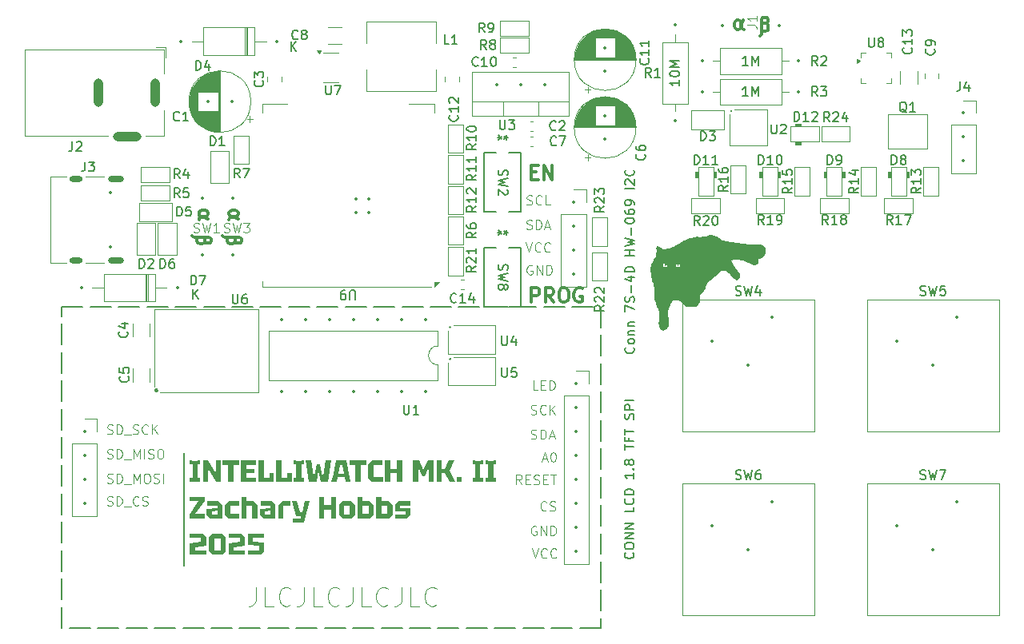
<source format=gto>
%TF.GenerationSoftware,KiCad,Pcbnew,8.0.8*%
%TF.CreationDate,2025-02-13T18:12:52+13:00*%
%TF.ProjectId,Intelliwatch-Mk-II,496e7465-6c6c-4697-9761-7463682d4d6b,1.?*%
%TF.SameCoordinates,Original*%
%TF.FileFunction,Legend,Top*%
%TF.FilePolarity,Positive*%
%FSLAX46Y46*%
G04 Gerber Fmt 4.6, Leading zero omitted, Abs format (unit mm)*
G04 Created by KiCad (PCBNEW 8.0.8) date 2025-02-13 18:12:52*
%MOMM*%
%LPD*%
G01*
G04 APERTURE LIST*
%ADD10C,0.200000*%
%ADD11C,0.460000*%
%ADD12C,0.300000*%
%ADD13C,0.100000*%
%ADD14C,0.150000*%
%ADD15C,0.120000*%
%ADD16C,0.152400*%
%ADD17C,0.000000*%
%ADD18C,0.350000*%
%ADD19O,1.700000X0.600000*%
%ADD20O,1.400000X0.600000*%
%ADD21O,1.000000X3.000000*%
%ADD22O,3.000000X1.000000*%
G04 APERTURE END LIST*
D10*
X84000000Y-90100000D02*
X84000000Y-102100000D01*
D11*
G36*
X84644933Y-93203420D02*
G01*
X84644933Y-92781539D01*
X84921880Y-92765248D01*
X84921880Y-91361414D01*
X84644933Y-91345684D01*
X84644933Y-90923804D01*
X85192086Y-90949645D01*
X85739801Y-90923804D01*
X85739801Y-91345684D01*
X85462854Y-91361414D01*
X85462854Y-92765248D01*
X85739801Y-92781539D01*
X85739801Y-93203420D01*
X85192086Y-93177579D01*
X84644933Y-93203420D01*
G37*
G36*
X86038656Y-93190500D02*
G01*
X86038656Y-90936724D01*
X86551542Y-90936724D01*
X87416650Y-92369209D01*
X87416650Y-90936724D01*
X87919424Y-90936724D01*
X87919424Y-93190500D01*
X87406538Y-93190500D01*
X86540868Y-91757453D01*
X86540868Y-93190500D01*
X86038656Y-93190500D01*
G37*
G36*
X88723300Y-93190500D02*
G01*
X88723300Y-91406354D01*
X88137386Y-91406354D01*
X88137386Y-90936724D01*
X89850188Y-90936724D01*
X89850188Y-91406354D01*
X89264274Y-91406354D01*
X89264274Y-93190500D01*
X88723300Y-93190500D01*
G37*
G36*
X90067588Y-93190500D02*
G01*
X90067588Y-90936724D01*
X91651748Y-90936724D01*
X91651748Y-91387255D01*
X90608562Y-91387255D01*
X90608562Y-91825426D01*
X91491085Y-91825426D01*
X91491085Y-92256857D01*
X90608562Y-92256857D01*
X90608562Y-92739969D01*
X91684330Y-92739969D01*
X91684330Y-93190500D01*
X90067588Y-93190500D01*
G37*
G36*
X91934874Y-93190500D02*
G01*
X91934874Y-90936724D01*
X92475847Y-90936724D01*
X92475847Y-92739969D01*
X93079738Y-92739969D01*
X93079738Y-92288877D01*
X93557794Y-92288877D01*
X93557794Y-93190500D01*
X91934874Y-93190500D01*
G37*
G36*
X93797665Y-93190500D02*
G01*
X93797665Y-90936724D01*
X94338639Y-90936724D01*
X94338639Y-92739969D01*
X94942529Y-92739969D01*
X94942529Y-92288877D01*
X95420586Y-92288877D01*
X95420586Y-93190500D01*
X93797665Y-93190500D01*
G37*
G36*
X95650907Y-93203420D02*
G01*
X95650907Y-92781539D01*
X95927854Y-92765248D01*
X95927854Y-91361414D01*
X95650907Y-91345684D01*
X95650907Y-90923804D01*
X96198060Y-90949645D01*
X96745774Y-90923804D01*
X96745774Y-91345684D01*
X96468827Y-91361414D01*
X96468827Y-92765248D01*
X96745774Y-92781539D01*
X96745774Y-93203420D01*
X96198060Y-93177579D01*
X95650907Y-93203420D01*
G37*
G36*
X97276636Y-93190500D02*
G01*
X96915987Y-90936724D01*
X97494036Y-90936724D01*
X97725481Y-92623685D01*
X97827159Y-92623685D01*
X98065345Y-91290632D01*
X98464755Y-91290632D01*
X98702941Y-92623685D01*
X98804619Y-92623685D01*
X99036064Y-90936724D01*
X99614113Y-90936724D01*
X99253464Y-93190500D01*
X98482732Y-93190500D01*
X98265331Y-91988336D01*
X98047369Y-93190500D01*
X97276636Y-93190500D01*
G37*
G36*
X101683632Y-93190500D02*
G01*
X101111200Y-93190500D01*
X101017386Y-92707387D01*
X100309009Y-92707387D01*
X100214633Y-93190500D01*
X99642201Y-93190500D01*
X99834239Y-92316965D01*
X100376981Y-92316965D01*
X100948852Y-92316965D01*
X100761224Y-91365346D01*
X100564609Y-91365346D01*
X100376981Y-92316965D01*
X99834239Y-92316965D01*
X100137672Y-90936724D01*
X101188722Y-90936724D01*
X101683632Y-93190500D01*
G37*
G36*
X102183035Y-93190500D02*
G01*
X102183035Y-91406354D01*
X101597121Y-91406354D01*
X101597121Y-90936724D01*
X103309923Y-90936724D01*
X103309923Y-91406354D01*
X102724009Y-91406354D01*
X102724009Y-93190500D01*
X102183035Y-93190500D01*
G37*
G36*
X103517773Y-92797830D02*
G01*
X103517773Y-91329393D01*
X103910443Y-90936724D01*
X105044071Y-90936724D01*
X105044071Y-91428263D01*
X104077847Y-91428263D01*
X104077847Y-92698399D01*
X105076092Y-92698399D01*
X105076092Y-93190500D01*
X103910443Y-93190500D01*
X103517773Y-92797830D01*
G37*
G36*
X105315963Y-93190500D02*
G01*
X105315963Y-90936724D01*
X105856936Y-90936724D01*
X105856936Y-91786665D01*
X106584975Y-91786665D01*
X106584975Y-90936724D01*
X107125949Y-90936724D01*
X107125949Y-93190500D01*
X106584975Y-93190500D01*
X106584975Y-92275957D01*
X105856936Y-92275957D01*
X105856936Y-93190500D01*
X105315963Y-93190500D01*
G37*
G36*
X108270812Y-93190500D02*
G01*
X108270812Y-90936724D01*
X108920205Y-90936724D01*
X109371859Y-91894523D01*
X109824075Y-90936724D01*
X110473468Y-90936724D01*
X110473468Y-93190500D01*
X109942606Y-93190500D01*
X109942606Y-91624878D01*
X109488143Y-92559645D01*
X109256137Y-92559645D01*
X108801674Y-91624878D01*
X108801674Y-93190500D01*
X108270812Y-93190500D01*
G37*
G36*
X110780750Y-93190500D02*
G01*
X110780750Y-90936724D01*
X111321723Y-90936724D01*
X111321723Y-91812506D01*
X111642487Y-91812506D01*
X112077850Y-90936724D01*
X112676123Y-90936724D01*
X112116050Y-91999010D01*
X112724434Y-93190500D01*
X112121106Y-93190500D01*
X111670013Y-92282698D01*
X111321723Y-92282698D01*
X111321723Y-93190500D01*
X110780750Y-93190500D01*
G37*
G36*
X112912062Y-93190500D02*
G01*
X112912062Y-92675367D01*
X113414274Y-92675367D01*
X113414274Y-93190500D01*
X112912062Y-93190500D01*
G37*
G36*
X114575429Y-93203420D02*
G01*
X114575429Y-92781539D01*
X114852376Y-92765248D01*
X114852376Y-91361414D01*
X114575429Y-91345684D01*
X114575429Y-90923804D01*
X115122581Y-90949645D01*
X115670296Y-90923804D01*
X115670296Y-91345684D01*
X115393349Y-91361414D01*
X115393349Y-92765248D01*
X115670296Y-92781539D01*
X115670296Y-93203420D01*
X115122581Y-93177579D01*
X114575429Y-93203420D01*
G37*
G36*
X115959602Y-93203420D02*
G01*
X115959602Y-92781539D01*
X116236549Y-92765248D01*
X116236549Y-91361414D01*
X115959602Y-91345684D01*
X115959602Y-90923804D01*
X116506755Y-90949645D01*
X117054469Y-90923804D01*
X117054469Y-91345684D01*
X116777522Y-91361414D01*
X116777522Y-92765248D01*
X117054469Y-92781539D01*
X117054469Y-93203420D01*
X116506755Y-93177579D01*
X115959602Y-93203420D01*
G37*
G36*
X84602801Y-97054500D02*
G01*
X84602801Y-96655089D01*
X85591496Y-95251255D01*
X84612913Y-95251255D01*
X84612913Y-94800724D01*
X86200443Y-94800724D01*
X86200443Y-95199573D01*
X85211748Y-96603969D01*
X86209993Y-96603969D01*
X86209993Y-97054500D01*
X84602801Y-97054500D01*
G37*
G36*
X88088513Y-95637744D02*
G01*
X88088513Y-97054500D01*
X86820062Y-97054500D01*
X86433572Y-96668010D01*
X86433572Y-96320281D01*
X86974546Y-96320281D01*
X86974546Y-96623069D01*
X87547540Y-96623069D01*
X87547540Y-96255679D01*
X86974546Y-96320281D01*
X86433572Y-96320281D01*
X86433572Y-96024234D01*
X87547540Y-95991652D01*
X87547540Y-95702347D01*
X86497613Y-95702347D01*
X86497613Y-95251255D01*
X87702023Y-95251255D01*
X88088513Y-95637744D01*
G37*
G36*
X88369954Y-96687671D02*
G01*
X88369954Y-95618645D01*
X88737344Y-95251255D01*
X89870411Y-95251255D01*
X89870411Y-95740546D01*
X88910928Y-95740546D01*
X88910928Y-96565208D01*
X89870411Y-96565208D01*
X89870411Y-97054500D01*
X88737344Y-97054500D01*
X88369954Y-96687671D01*
G37*
G36*
X90101294Y-97054500D02*
G01*
X90101294Y-94800724D01*
X90642267Y-94800724D01*
X90642267Y-95251255D01*
X91402327Y-95251255D01*
X91788817Y-95637744D01*
X91788817Y-97054500D01*
X91247843Y-97054500D01*
X91247843Y-95702347D01*
X90642267Y-95702347D01*
X90642267Y-97054500D01*
X90101294Y-97054500D01*
G37*
G36*
X93719581Y-95637744D02*
G01*
X93719581Y-97054500D01*
X92451130Y-97054500D01*
X92064640Y-96668010D01*
X92064640Y-96320281D01*
X92605614Y-96320281D01*
X92605614Y-96623069D01*
X93178607Y-96623069D01*
X93178607Y-96255679D01*
X92605614Y-96320281D01*
X92064640Y-96320281D01*
X92064640Y-96024234D01*
X93178607Y-95991652D01*
X93178607Y-95702347D01*
X92128681Y-95702347D01*
X92128681Y-95251255D01*
X93333091Y-95251255D01*
X93719581Y-95637744D01*
G37*
G36*
X94026863Y-97054500D02*
G01*
X94026863Y-95637744D01*
X94413353Y-95251255D01*
X95321154Y-95251255D01*
X95321154Y-95740546D01*
X94567836Y-95740546D01*
X94567836Y-97054500D01*
X94026863Y-97054500D01*
G37*
G36*
X95559902Y-97505030D02*
G01*
X95559902Y-97054500D01*
X96363217Y-97054500D01*
X96432313Y-96796652D01*
X95873925Y-96796652D01*
X95453168Y-95251255D01*
X96005376Y-95251255D01*
X96277267Y-96365222D01*
X96526688Y-96365222D01*
X96789591Y-95251255D01*
X97337868Y-95251255D01*
X96745774Y-97505030D01*
X95559902Y-97505030D01*
G37*
G36*
X98350157Y-97054500D02*
G01*
X98350157Y-94800724D01*
X98891130Y-94800724D01*
X98891130Y-95650665D01*
X99619169Y-95650665D01*
X99619169Y-94800724D01*
X100160143Y-94800724D01*
X100160143Y-97054500D01*
X99619169Y-97054500D01*
X99619169Y-96139957D01*
X98891130Y-96139957D01*
X98891130Y-97054500D01*
X98350157Y-97054500D01*
G37*
G36*
X102117871Y-95618645D02*
G01*
X102117871Y-96687671D01*
X101750481Y-97054500D01*
X100810659Y-97054500D01*
X100443269Y-96687671D01*
X100443269Y-96623069D01*
X100984242Y-96623069D01*
X101576898Y-96623069D01*
X101576898Y-95682685D01*
X100984242Y-95682685D01*
X100984242Y-96623069D01*
X100443269Y-96623069D01*
X100443269Y-95618645D01*
X100810659Y-95251255D01*
X101750481Y-95251255D01*
X102117871Y-95618645D01*
G37*
G36*
X102940286Y-95251255D02*
G01*
X103706524Y-95251255D01*
X104112676Y-95656844D01*
X104112676Y-96648910D01*
X103706524Y-97054500D01*
X102399312Y-97054500D01*
X102399312Y-96603969D01*
X102940286Y-96603969D01*
X103571702Y-96603969D01*
X103571702Y-95702347D01*
X102940286Y-95702347D01*
X102940286Y-96603969D01*
X102399312Y-96603969D01*
X102399312Y-94800724D01*
X102940286Y-94800724D01*
X102940286Y-95251255D01*
G37*
G36*
X104935652Y-95251255D02*
G01*
X105701891Y-95251255D01*
X106108042Y-95656844D01*
X106108042Y-96648910D01*
X105701891Y-97054500D01*
X104394678Y-97054500D01*
X104394678Y-96603969D01*
X104935652Y-96603969D01*
X105567069Y-96603969D01*
X105567069Y-95702347D01*
X104935652Y-95702347D01*
X104935652Y-96603969D01*
X104394678Y-96603969D01*
X104394678Y-94800724D01*
X104935652Y-94800724D01*
X104935652Y-95251255D01*
G37*
G36*
X106364204Y-97054500D02*
G01*
X106364204Y-96623069D01*
X107459071Y-96623069D01*
X107459071Y-96294440D01*
X106364204Y-96294440D01*
X106364204Y-95618645D01*
X106731594Y-95251255D01*
X108000045Y-95251255D01*
X108000045Y-95682685D01*
X106905177Y-95682685D01*
X106905177Y-95998393D01*
X108000045Y-95998393D01*
X108000045Y-96697221D01*
X107642766Y-97054500D01*
X106364204Y-97054500D01*
G37*
G36*
X86383576Y-100448308D02*
G01*
X86383576Y-100918500D01*
X84644933Y-100918500D01*
X84644933Y-99711842D01*
X85842602Y-99550617D01*
X85842602Y-99134354D01*
X84657854Y-99134354D01*
X84657854Y-98664724D01*
X85990907Y-98664724D01*
X86383576Y-99057393D01*
X86383576Y-99926996D01*
X85185907Y-100087659D01*
X85185907Y-100448308D01*
X86383576Y-100448308D01*
G37*
G36*
X88475003Y-99057393D02*
G01*
X88475003Y-100525830D01*
X88082334Y-100918500D01*
X87064427Y-100918500D01*
X86671758Y-100525830D01*
X86671758Y-100429208D01*
X87212732Y-100429208D01*
X87934030Y-100429208D01*
X87934030Y-99154016D01*
X87212732Y-99154016D01*
X87212732Y-100429208D01*
X86671758Y-100429208D01*
X86671758Y-99057393D01*
X87064427Y-98664724D01*
X88082334Y-98664724D01*
X88475003Y-99057393D01*
G37*
G36*
X90502390Y-100448308D02*
G01*
X90502390Y-100918500D01*
X88763747Y-100918500D01*
X88763747Y-99711842D01*
X89961416Y-99550617D01*
X89961416Y-99134354D01*
X88776667Y-99134354D01*
X88776667Y-98664724D01*
X90109720Y-98664724D01*
X90502390Y-99057393D01*
X90502390Y-99926996D01*
X89304720Y-100087659D01*
X89304720Y-100448308D01*
X90502390Y-100448308D01*
G37*
G36*
X92529214Y-99134354D02*
G01*
X91331545Y-99134354D01*
X91331545Y-99501183D01*
X92529214Y-99607355D01*
X92529214Y-100525830D01*
X92136545Y-100918500D01*
X90803492Y-100918500D01*
X90803492Y-100448308D01*
X91988241Y-100448308D01*
X91988241Y-99994968D01*
X90790572Y-99890481D01*
X90790572Y-98664724D01*
X92529214Y-98664724D01*
X92529214Y-99134354D01*
G37*
D12*
X120804510Y-60365114D02*
X121304510Y-60365114D01*
X121518796Y-61150828D02*
X120804510Y-61150828D01*
X120804510Y-61150828D02*
X120804510Y-59650828D01*
X120804510Y-59650828D02*
X121518796Y-59650828D01*
X122161653Y-61150828D02*
X122161653Y-59650828D01*
X122161653Y-59650828D02*
X123018796Y-61150828D01*
X123018796Y-61150828D02*
X123018796Y-59650828D01*
X120804510Y-74150828D02*
X120804510Y-72650828D01*
X120804510Y-72650828D02*
X121375939Y-72650828D01*
X121375939Y-72650828D02*
X121518796Y-72722257D01*
X121518796Y-72722257D02*
X121590225Y-72793685D01*
X121590225Y-72793685D02*
X121661653Y-72936542D01*
X121661653Y-72936542D02*
X121661653Y-73150828D01*
X121661653Y-73150828D02*
X121590225Y-73293685D01*
X121590225Y-73293685D02*
X121518796Y-73365114D01*
X121518796Y-73365114D02*
X121375939Y-73436542D01*
X121375939Y-73436542D02*
X120804510Y-73436542D01*
X123161653Y-74150828D02*
X122661653Y-73436542D01*
X122304510Y-74150828D02*
X122304510Y-72650828D01*
X122304510Y-72650828D02*
X122875939Y-72650828D01*
X122875939Y-72650828D02*
X123018796Y-72722257D01*
X123018796Y-72722257D02*
X123090225Y-72793685D01*
X123090225Y-72793685D02*
X123161653Y-72936542D01*
X123161653Y-72936542D02*
X123161653Y-73150828D01*
X123161653Y-73150828D02*
X123090225Y-73293685D01*
X123090225Y-73293685D02*
X123018796Y-73365114D01*
X123018796Y-73365114D02*
X122875939Y-73436542D01*
X122875939Y-73436542D02*
X122304510Y-73436542D01*
X124090225Y-72650828D02*
X124375939Y-72650828D01*
X124375939Y-72650828D02*
X124518796Y-72722257D01*
X124518796Y-72722257D02*
X124661653Y-72865114D01*
X124661653Y-72865114D02*
X124733082Y-73150828D01*
X124733082Y-73150828D02*
X124733082Y-73650828D01*
X124733082Y-73650828D02*
X124661653Y-73936542D01*
X124661653Y-73936542D02*
X124518796Y-74079400D01*
X124518796Y-74079400D02*
X124375939Y-74150828D01*
X124375939Y-74150828D02*
X124090225Y-74150828D01*
X124090225Y-74150828D02*
X123947368Y-74079400D01*
X123947368Y-74079400D02*
X123804510Y-73936542D01*
X123804510Y-73936542D02*
X123733082Y-73650828D01*
X123733082Y-73650828D02*
X123733082Y-73150828D01*
X123733082Y-73150828D02*
X123804510Y-72865114D01*
X123804510Y-72865114D02*
X123947368Y-72722257D01*
X123947368Y-72722257D02*
X124090225Y-72650828D01*
X126161654Y-72722257D02*
X126018797Y-72650828D01*
X126018797Y-72650828D02*
X125804511Y-72650828D01*
X125804511Y-72650828D02*
X125590225Y-72722257D01*
X125590225Y-72722257D02*
X125447368Y-72865114D01*
X125447368Y-72865114D02*
X125375939Y-73007971D01*
X125375939Y-73007971D02*
X125304511Y-73293685D01*
X125304511Y-73293685D02*
X125304511Y-73507971D01*
X125304511Y-73507971D02*
X125375939Y-73793685D01*
X125375939Y-73793685D02*
X125447368Y-73936542D01*
X125447368Y-73936542D02*
X125590225Y-74079400D01*
X125590225Y-74079400D02*
X125804511Y-74150828D01*
X125804511Y-74150828D02*
X125947368Y-74150828D01*
X125947368Y-74150828D02*
X126161654Y-74079400D01*
X126161654Y-74079400D02*
X126233082Y-74007971D01*
X126233082Y-74007971D02*
X126233082Y-73507971D01*
X126233082Y-73507971D02*
X125947368Y-73507971D01*
D13*
X91613408Y-104350038D02*
X91613408Y-105778609D01*
X91613408Y-105778609D02*
X91518169Y-106064323D01*
X91518169Y-106064323D02*
X91327693Y-106254800D01*
X91327693Y-106254800D02*
X91041979Y-106350038D01*
X91041979Y-106350038D02*
X90851503Y-106350038D01*
X93518170Y-106350038D02*
X92565789Y-106350038D01*
X92565789Y-106350038D02*
X92565789Y-104350038D01*
X95327694Y-106159561D02*
X95232456Y-106254800D01*
X95232456Y-106254800D02*
X94946742Y-106350038D01*
X94946742Y-106350038D02*
X94756266Y-106350038D01*
X94756266Y-106350038D02*
X94470551Y-106254800D01*
X94470551Y-106254800D02*
X94280075Y-106064323D01*
X94280075Y-106064323D02*
X94184837Y-105873847D01*
X94184837Y-105873847D02*
X94089599Y-105492895D01*
X94089599Y-105492895D02*
X94089599Y-105207180D01*
X94089599Y-105207180D02*
X94184837Y-104826228D01*
X94184837Y-104826228D02*
X94280075Y-104635752D01*
X94280075Y-104635752D02*
X94470551Y-104445276D01*
X94470551Y-104445276D02*
X94756266Y-104350038D01*
X94756266Y-104350038D02*
X94946742Y-104350038D01*
X94946742Y-104350038D02*
X95232456Y-104445276D01*
X95232456Y-104445276D02*
X95327694Y-104540514D01*
X96756266Y-104350038D02*
X96756266Y-105778609D01*
X96756266Y-105778609D02*
X96661027Y-106064323D01*
X96661027Y-106064323D02*
X96470551Y-106254800D01*
X96470551Y-106254800D02*
X96184837Y-106350038D01*
X96184837Y-106350038D02*
X95994361Y-106350038D01*
X98661028Y-106350038D02*
X97708647Y-106350038D01*
X97708647Y-106350038D02*
X97708647Y-104350038D01*
X100470552Y-106159561D02*
X100375314Y-106254800D01*
X100375314Y-106254800D02*
X100089600Y-106350038D01*
X100089600Y-106350038D02*
X99899124Y-106350038D01*
X99899124Y-106350038D02*
X99613409Y-106254800D01*
X99613409Y-106254800D02*
X99422933Y-106064323D01*
X99422933Y-106064323D02*
X99327695Y-105873847D01*
X99327695Y-105873847D02*
X99232457Y-105492895D01*
X99232457Y-105492895D02*
X99232457Y-105207180D01*
X99232457Y-105207180D02*
X99327695Y-104826228D01*
X99327695Y-104826228D02*
X99422933Y-104635752D01*
X99422933Y-104635752D02*
X99613409Y-104445276D01*
X99613409Y-104445276D02*
X99899124Y-104350038D01*
X99899124Y-104350038D02*
X100089600Y-104350038D01*
X100089600Y-104350038D02*
X100375314Y-104445276D01*
X100375314Y-104445276D02*
X100470552Y-104540514D01*
X101899124Y-104350038D02*
X101899124Y-105778609D01*
X101899124Y-105778609D02*
X101803885Y-106064323D01*
X101803885Y-106064323D02*
X101613409Y-106254800D01*
X101613409Y-106254800D02*
X101327695Y-106350038D01*
X101327695Y-106350038D02*
X101137219Y-106350038D01*
X103803886Y-106350038D02*
X102851505Y-106350038D01*
X102851505Y-106350038D02*
X102851505Y-104350038D01*
X105613410Y-106159561D02*
X105518172Y-106254800D01*
X105518172Y-106254800D02*
X105232458Y-106350038D01*
X105232458Y-106350038D02*
X105041982Y-106350038D01*
X105041982Y-106350038D02*
X104756267Y-106254800D01*
X104756267Y-106254800D02*
X104565791Y-106064323D01*
X104565791Y-106064323D02*
X104470553Y-105873847D01*
X104470553Y-105873847D02*
X104375315Y-105492895D01*
X104375315Y-105492895D02*
X104375315Y-105207180D01*
X104375315Y-105207180D02*
X104470553Y-104826228D01*
X104470553Y-104826228D02*
X104565791Y-104635752D01*
X104565791Y-104635752D02*
X104756267Y-104445276D01*
X104756267Y-104445276D02*
X105041982Y-104350038D01*
X105041982Y-104350038D02*
X105232458Y-104350038D01*
X105232458Y-104350038D02*
X105518172Y-104445276D01*
X105518172Y-104445276D02*
X105613410Y-104540514D01*
X107041982Y-104350038D02*
X107041982Y-105778609D01*
X107041982Y-105778609D02*
X106946743Y-106064323D01*
X106946743Y-106064323D02*
X106756267Y-106254800D01*
X106756267Y-106254800D02*
X106470553Y-106350038D01*
X106470553Y-106350038D02*
X106280077Y-106350038D01*
X108946744Y-106350038D02*
X107994363Y-106350038D01*
X107994363Y-106350038D02*
X107994363Y-104350038D01*
X110756268Y-106159561D02*
X110661030Y-106254800D01*
X110661030Y-106254800D02*
X110375316Y-106350038D01*
X110375316Y-106350038D02*
X110184840Y-106350038D01*
X110184840Y-106350038D02*
X109899125Y-106254800D01*
X109899125Y-106254800D02*
X109708649Y-106064323D01*
X109708649Y-106064323D02*
X109613411Y-105873847D01*
X109613411Y-105873847D02*
X109518173Y-105492895D01*
X109518173Y-105492895D02*
X109518173Y-105207180D01*
X109518173Y-105207180D02*
X109613411Y-104826228D01*
X109613411Y-104826228D02*
X109708649Y-104635752D01*
X109708649Y-104635752D02*
X109899125Y-104445276D01*
X109899125Y-104445276D02*
X110184840Y-104350038D01*
X110184840Y-104350038D02*
X110375316Y-104350038D01*
X110375316Y-104350038D02*
X110661030Y-104445276D01*
X110661030Y-104445276D02*
X110756268Y-104540514D01*
D14*
X131609580Y-78945238D02*
X131657200Y-78992857D01*
X131657200Y-78992857D02*
X131704819Y-79135714D01*
X131704819Y-79135714D02*
X131704819Y-79230952D01*
X131704819Y-79230952D02*
X131657200Y-79373809D01*
X131657200Y-79373809D02*
X131561961Y-79469047D01*
X131561961Y-79469047D02*
X131466723Y-79516666D01*
X131466723Y-79516666D02*
X131276247Y-79564285D01*
X131276247Y-79564285D02*
X131133390Y-79564285D01*
X131133390Y-79564285D02*
X130942914Y-79516666D01*
X130942914Y-79516666D02*
X130847676Y-79469047D01*
X130847676Y-79469047D02*
X130752438Y-79373809D01*
X130752438Y-79373809D02*
X130704819Y-79230952D01*
X130704819Y-79230952D02*
X130704819Y-79135714D01*
X130704819Y-79135714D02*
X130752438Y-78992857D01*
X130752438Y-78992857D02*
X130800057Y-78945238D01*
X131704819Y-78373809D02*
X131657200Y-78469047D01*
X131657200Y-78469047D02*
X131609580Y-78516666D01*
X131609580Y-78516666D02*
X131514342Y-78564285D01*
X131514342Y-78564285D02*
X131228628Y-78564285D01*
X131228628Y-78564285D02*
X131133390Y-78516666D01*
X131133390Y-78516666D02*
X131085771Y-78469047D01*
X131085771Y-78469047D02*
X131038152Y-78373809D01*
X131038152Y-78373809D02*
X131038152Y-78230952D01*
X131038152Y-78230952D02*
X131085771Y-78135714D01*
X131085771Y-78135714D02*
X131133390Y-78088095D01*
X131133390Y-78088095D02*
X131228628Y-78040476D01*
X131228628Y-78040476D02*
X131514342Y-78040476D01*
X131514342Y-78040476D02*
X131609580Y-78088095D01*
X131609580Y-78088095D02*
X131657200Y-78135714D01*
X131657200Y-78135714D02*
X131704819Y-78230952D01*
X131704819Y-78230952D02*
X131704819Y-78373809D01*
X131038152Y-77611904D02*
X131704819Y-77611904D01*
X131133390Y-77611904D02*
X131085771Y-77564285D01*
X131085771Y-77564285D02*
X131038152Y-77469047D01*
X131038152Y-77469047D02*
X131038152Y-77326190D01*
X131038152Y-77326190D02*
X131085771Y-77230952D01*
X131085771Y-77230952D02*
X131181009Y-77183333D01*
X131181009Y-77183333D02*
X131704819Y-77183333D01*
X131038152Y-76707142D02*
X131704819Y-76707142D01*
X131133390Y-76707142D02*
X131085771Y-76659523D01*
X131085771Y-76659523D02*
X131038152Y-76564285D01*
X131038152Y-76564285D02*
X131038152Y-76421428D01*
X131038152Y-76421428D02*
X131085771Y-76326190D01*
X131085771Y-76326190D02*
X131181009Y-76278571D01*
X131181009Y-76278571D02*
X131704819Y-76278571D01*
X130704819Y-75135713D02*
X130704819Y-74469047D01*
X130704819Y-74469047D02*
X131704819Y-74897618D01*
X131657200Y-74135713D02*
X131704819Y-73992856D01*
X131704819Y-73992856D02*
X131704819Y-73754761D01*
X131704819Y-73754761D02*
X131657200Y-73659523D01*
X131657200Y-73659523D02*
X131609580Y-73611904D01*
X131609580Y-73611904D02*
X131514342Y-73564285D01*
X131514342Y-73564285D02*
X131419104Y-73564285D01*
X131419104Y-73564285D02*
X131323866Y-73611904D01*
X131323866Y-73611904D02*
X131276247Y-73659523D01*
X131276247Y-73659523D02*
X131228628Y-73754761D01*
X131228628Y-73754761D02*
X131181009Y-73945237D01*
X131181009Y-73945237D02*
X131133390Y-74040475D01*
X131133390Y-74040475D02*
X131085771Y-74088094D01*
X131085771Y-74088094D02*
X130990533Y-74135713D01*
X130990533Y-74135713D02*
X130895295Y-74135713D01*
X130895295Y-74135713D02*
X130800057Y-74088094D01*
X130800057Y-74088094D02*
X130752438Y-74040475D01*
X130752438Y-74040475D02*
X130704819Y-73945237D01*
X130704819Y-73945237D02*
X130704819Y-73707142D01*
X130704819Y-73707142D02*
X130752438Y-73564285D01*
X131323866Y-73135713D02*
X131323866Y-72373809D01*
X131038152Y-71469047D02*
X131704819Y-71469047D01*
X130657200Y-71707142D02*
X131371485Y-71945237D01*
X131371485Y-71945237D02*
X131371485Y-71326190D01*
X131704819Y-70945237D02*
X130704819Y-70945237D01*
X130704819Y-70945237D02*
X130704819Y-70707142D01*
X130704819Y-70707142D02*
X130752438Y-70564285D01*
X130752438Y-70564285D02*
X130847676Y-70469047D01*
X130847676Y-70469047D02*
X130942914Y-70421428D01*
X130942914Y-70421428D02*
X131133390Y-70373809D01*
X131133390Y-70373809D02*
X131276247Y-70373809D01*
X131276247Y-70373809D02*
X131466723Y-70421428D01*
X131466723Y-70421428D02*
X131561961Y-70469047D01*
X131561961Y-70469047D02*
X131657200Y-70564285D01*
X131657200Y-70564285D02*
X131704819Y-70707142D01*
X131704819Y-70707142D02*
X131704819Y-70945237D01*
X131704819Y-69183332D02*
X130704819Y-69183332D01*
X131181009Y-69183332D02*
X131181009Y-68611904D01*
X131704819Y-68611904D02*
X130704819Y-68611904D01*
X130704819Y-68230951D02*
X131704819Y-67992856D01*
X131704819Y-67992856D02*
X130990533Y-67802380D01*
X130990533Y-67802380D02*
X131704819Y-67611904D01*
X131704819Y-67611904D02*
X130704819Y-67373809D01*
X131323866Y-66992856D02*
X131323866Y-66230952D01*
X130704819Y-65564285D02*
X130704819Y-65469047D01*
X130704819Y-65469047D02*
X130752438Y-65373809D01*
X130752438Y-65373809D02*
X130800057Y-65326190D01*
X130800057Y-65326190D02*
X130895295Y-65278571D01*
X130895295Y-65278571D02*
X131085771Y-65230952D01*
X131085771Y-65230952D02*
X131323866Y-65230952D01*
X131323866Y-65230952D02*
X131514342Y-65278571D01*
X131514342Y-65278571D02*
X131609580Y-65326190D01*
X131609580Y-65326190D02*
X131657200Y-65373809D01*
X131657200Y-65373809D02*
X131704819Y-65469047D01*
X131704819Y-65469047D02*
X131704819Y-65564285D01*
X131704819Y-65564285D02*
X131657200Y-65659523D01*
X131657200Y-65659523D02*
X131609580Y-65707142D01*
X131609580Y-65707142D02*
X131514342Y-65754761D01*
X131514342Y-65754761D02*
X131323866Y-65802380D01*
X131323866Y-65802380D02*
X131085771Y-65802380D01*
X131085771Y-65802380D02*
X130895295Y-65754761D01*
X130895295Y-65754761D02*
X130800057Y-65707142D01*
X130800057Y-65707142D02*
X130752438Y-65659523D01*
X130752438Y-65659523D02*
X130704819Y-65564285D01*
X130704819Y-64373809D02*
X130704819Y-64564285D01*
X130704819Y-64564285D02*
X130752438Y-64659523D01*
X130752438Y-64659523D02*
X130800057Y-64707142D01*
X130800057Y-64707142D02*
X130942914Y-64802380D01*
X130942914Y-64802380D02*
X131133390Y-64849999D01*
X131133390Y-64849999D02*
X131514342Y-64849999D01*
X131514342Y-64849999D02*
X131609580Y-64802380D01*
X131609580Y-64802380D02*
X131657200Y-64754761D01*
X131657200Y-64754761D02*
X131704819Y-64659523D01*
X131704819Y-64659523D02*
X131704819Y-64469047D01*
X131704819Y-64469047D02*
X131657200Y-64373809D01*
X131657200Y-64373809D02*
X131609580Y-64326190D01*
X131609580Y-64326190D02*
X131514342Y-64278571D01*
X131514342Y-64278571D02*
X131276247Y-64278571D01*
X131276247Y-64278571D02*
X131181009Y-64326190D01*
X131181009Y-64326190D02*
X131133390Y-64373809D01*
X131133390Y-64373809D02*
X131085771Y-64469047D01*
X131085771Y-64469047D02*
X131085771Y-64659523D01*
X131085771Y-64659523D02*
X131133390Y-64754761D01*
X131133390Y-64754761D02*
X131181009Y-64802380D01*
X131181009Y-64802380D02*
X131276247Y-64849999D01*
X131704819Y-63802380D02*
X131704819Y-63611904D01*
X131704819Y-63611904D02*
X131657200Y-63516666D01*
X131657200Y-63516666D02*
X131609580Y-63469047D01*
X131609580Y-63469047D02*
X131466723Y-63373809D01*
X131466723Y-63373809D02*
X131276247Y-63326190D01*
X131276247Y-63326190D02*
X130895295Y-63326190D01*
X130895295Y-63326190D02*
X130800057Y-63373809D01*
X130800057Y-63373809D02*
X130752438Y-63421428D01*
X130752438Y-63421428D02*
X130704819Y-63516666D01*
X130704819Y-63516666D02*
X130704819Y-63707142D01*
X130704819Y-63707142D02*
X130752438Y-63802380D01*
X130752438Y-63802380D02*
X130800057Y-63849999D01*
X130800057Y-63849999D02*
X130895295Y-63897618D01*
X130895295Y-63897618D02*
X131133390Y-63897618D01*
X131133390Y-63897618D02*
X131228628Y-63849999D01*
X131228628Y-63849999D02*
X131276247Y-63802380D01*
X131276247Y-63802380D02*
X131323866Y-63707142D01*
X131323866Y-63707142D02*
X131323866Y-63516666D01*
X131323866Y-63516666D02*
X131276247Y-63421428D01*
X131276247Y-63421428D02*
X131228628Y-63373809D01*
X131228628Y-63373809D02*
X131133390Y-63326190D01*
X131704819Y-62135713D02*
X130704819Y-62135713D01*
X130800057Y-61707142D02*
X130752438Y-61659523D01*
X130752438Y-61659523D02*
X130704819Y-61564285D01*
X130704819Y-61564285D02*
X130704819Y-61326190D01*
X130704819Y-61326190D02*
X130752438Y-61230952D01*
X130752438Y-61230952D02*
X130800057Y-61183333D01*
X130800057Y-61183333D02*
X130895295Y-61135714D01*
X130895295Y-61135714D02*
X130990533Y-61135714D01*
X130990533Y-61135714D02*
X131133390Y-61183333D01*
X131133390Y-61183333D02*
X131704819Y-61754761D01*
X131704819Y-61754761D02*
X131704819Y-61135714D01*
X131609580Y-60135714D02*
X131657200Y-60183333D01*
X131657200Y-60183333D02*
X131704819Y-60326190D01*
X131704819Y-60326190D02*
X131704819Y-60421428D01*
X131704819Y-60421428D02*
X131657200Y-60564285D01*
X131657200Y-60564285D02*
X131561961Y-60659523D01*
X131561961Y-60659523D02*
X131466723Y-60707142D01*
X131466723Y-60707142D02*
X131276247Y-60754761D01*
X131276247Y-60754761D02*
X131133390Y-60754761D01*
X131133390Y-60754761D02*
X130942914Y-60707142D01*
X130942914Y-60707142D02*
X130847676Y-60659523D01*
X130847676Y-60659523D02*
X130752438Y-60564285D01*
X130752438Y-60564285D02*
X130704819Y-60421428D01*
X130704819Y-60421428D02*
X130704819Y-60326190D01*
X130704819Y-60326190D02*
X130752438Y-60183333D01*
X130752438Y-60183333D02*
X130800057Y-60135714D01*
D13*
X120211027Y-67822419D02*
X120544360Y-68822419D01*
X120544360Y-68822419D02*
X120877693Y-67822419D01*
X121782455Y-68727180D02*
X121734836Y-68774800D01*
X121734836Y-68774800D02*
X121591979Y-68822419D01*
X121591979Y-68822419D02*
X121496741Y-68822419D01*
X121496741Y-68822419D02*
X121353884Y-68774800D01*
X121353884Y-68774800D02*
X121258646Y-68679561D01*
X121258646Y-68679561D02*
X121211027Y-68584323D01*
X121211027Y-68584323D02*
X121163408Y-68393847D01*
X121163408Y-68393847D02*
X121163408Y-68250990D01*
X121163408Y-68250990D02*
X121211027Y-68060514D01*
X121211027Y-68060514D02*
X121258646Y-67965276D01*
X121258646Y-67965276D02*
X121353884Y-67870038D01*
X121353884Y-67870038D02*
X121496741Y-67822419D01*
X121496741Y-67822419D02*
X121591979Y-67822419D01*
X121591979Y-67822419D02*
X121734836Y-67870038D01*
X121734836Y-67870038D02*
X121782455Y-67917657D01*
X122782455Y-68727180D02*
X122734836Y-68774800D01*
X122734836Y-68774800D02*
X122591979Y-68822419D01*
X122591979Y-68822419D02*
X122496741Y-68822419D01*
X122496741Y-68822419D02*
X122353884Y-68774800D01*
X122353884Y-68774800D02*
X122258646Y-68679561D01*
X122258646Y-68679561D02*
X122211027Y-68584323D01*
X122211027Y-68584323D02*
X122163408Y-68393847D01*
X122163408Y-68393847D02*
X122163408Y-68250990D01*
X122163408Y-68250990D02*
X122211027Y-68060514D01*
X122211027Y-68060514D02*
X122258646Y-67965276D01*
X122258646Y-67965276D02*
X122353884Y-67870038D01*
X122353884Y-67870038D02*
X122496741Y-67822419D01*
X122496741Y-67822419D02*
X122591979Y-67822419D01*
X122591979Y-67822419D02*
X122734836Y-67870038D01*
X122734836Y-67870038D02*
X122782455Y-67917657D01*
X120877693Y-70270038D02*
X120782455Y-70222419D01*
X120782455Y-70222419D02*
X120639598Y-70222419D01*
X120639598Y-70222419D02*
X120496741Y-70270038D01*
X120496741Y-70270038D02*
X120401503Y-70365276D01*
X120401503Y-70365276D02*
X120353884Y-70460514D01*
X120353884Y-70460514D02*
X120306265Y-70650990D01*
X120306265Y-70650990D02*
X120306265Y-70793847D01*
X120306265Y-70793847D02*
X120353884Y-70984323D01*
X120353884Y-70984323D02*
X120401503Y-71079561D01*
X120401503Y-71079561D02*
X120496741Y-71174800D01*
X120496741Y-71174800D02*
X120639598Y-71222419D01*
X120639598Y-71222419D02*
X120734836Y-71222419D01*
X120734836Y-71222419D02*
X120877693Y-71174800D01*
X120877693Y-71174800D02*
X120925312Y-71127180D01*
X120925312Y-71127180D02*
X120925312Y-70793847D01*
X120925312Y-70793847D02*
X120734836Y-70793847D01*
X121353884Y-71222419D02*
X121353884Y-70222419D01*
X121353884Y-70222419D02*
X121925312Y-71222419D01*
X121925312Y-71222419D02*
X121925312Y-70222419D01*
X122401503Y-71222419D02*
X122401503Y-70222419D01*
X122401503Y-70222419D02*
X122639598Y-70222419D01*
X122639598Y-70222419D02*
X122782455Y-70270038D01*
X122782455Y-70270038D02*
X122877693Y-70365276D01*
X122877693Y-70365276D02*
X122925312Y-70460514D01*
X122925312Y-70460514D02*
X122972931Y-70650990D01*
X122972931Y-70650990D02*
X122972931Y-70793847D01*
X122972931Y-70793847D02*
X122925312Y-70984323D01*
X122925312Y-70984323D02*
X122877693Y-71079561D01*
X122877693Y-71079561D02*
X122782455Y-71174800D01*
X122782455Y-71174800D02*
X122639598Y-71222419D01*
X122639598Y-71222419D02*
X122401503Y-71222419D01*
X120306265Y-66374800D02*
X120449122Y-66422419D01*
X120449122Y-66422419D02*
X120687217Y-66422419D01*
X120687217Y-66422419D02*
X120782455Y-66374800D01*
X120782455Y-66374800D02*
X120830074Y-66327180D01*
X120830074Y-66327180D02*
X120877693Y-66231942D01*
X120877693Y-66231942D02*
X120877693Y-66136704D01*
X120877693Y-66136704D02*
X120830074Y-66041466D01*
X120830074Y-66041466D02*
X120782455Y-65993847D01*
X120782455Y-65993847D02*
X120687217Y-65946228D01*
X120687217Y-65946228D02*
X120496741Y-65898609D01*
X120496741Y-65898609D02*
X120401503Y-65850990D01*
X120401503Y-65850990D02*
X120353884Y-65803371D01*
X120353884Y-65803371D02*
X120306265Y-65708133D01*
X120306265Y-65708133D02*
X120306265Y-65612895D01*
X120306265Y-65612895D02*
X120353884Y-65517657D01*
X120353884Y-65517657D02*
X120401503Y-65470038D01*
X120401503Y-65470038D02*
X120496741Y-65422419D01*
X120496741Y-65422419D02*
X120734836Y-65422419D01*
X120734836Y-65422419D02*
X120877693Y-65470038D01*
X121306265Y-66422419D02*
X121306265Y-65422419D01*
X121306265Y-65422419D02*
X121544360Y-65422419D01*
X121544360Y-65422419D02*
X121687217Y-65470038D01*
X121687217Y-65470038D02*
X121782455Y-65565276D01*
X121782455Y-65565276D02*
X121830074Y-65660514D01*
X121830074Y-65660514D02*
X121877693Y-65850990D01*
X121877693Y-65850990D02*
X121877693Y-65993847D01*
X121877693Y-65993847D02*
X121830074Y-66184323D01*
X121830074Y-66184323D02*
X121782455Y-66279561D01*
X121782455Y-66279561D02*
X121687217Y-66374800D01*
X121687217Y-66374800D02*
X121544360Y-66422419D01*
X121544360Y-66422419D02*
X121306265Y-66422419D01*
X122258646Y-66136704D02*
X122734836Y-66136704D01*
X122163408Y-66422419D02*
X122496741Y-65422419D01*
X122496741Y-65422419D02*
X122830074Y-66422419D01*
X120306265Y-63774800D02*
X120449122Y-63822419D01*
X120449122Y-63822419D02*
X120687217Y-63822419D01*
X120687217Y-63822419D02*
X120782455Y-63774800D01*
X120782455Y-63774800D02*
X120830074Y-63727180D01*
X120830074Y-63727180D02*
X120877693Y-63631942D01*
X120877693Y-63631942D02*
X120877693Y-63536704D01*
X120877693Y-63536704D02*
X120830074Y-63441466D01*
X120830074Y-63441466D02*
X120782455Y-63393847D01*
X120782455Y-63393847D02*
X120687217Y-63346228D01*
X120687217Y-63346228D02*
X120496741Y-63298609D01*
X120496741Y-63298609D02*
X120401503Y-63250990D01*
X120401503Y-63250990D02*
X120353884Y-63203371D01*
X120353884Y-63203371D02*
X120306265Y-63108133D01*
X120306265Y-63108133D02*
X120306265Y-63012895D01*
X120306265Y-63012895D02*
X120353884Y-62917657D01*
X120353884Y-62917657D02*
X120401503Y-62870038D01*
X120401503Y-62870038D02*
X120496741Y-62822419D01*
X120496741Y-62822419D02*
X120734836Y-62822419D01*
X120734836Y-62822419D02*
X120877693Y-62870038D01*
X121877693Y-63727180D02*
X121830074Y-63774800D01*
X121830074Y-63774800D02*
X121687217Y-63822419D01*
X121687217Y-63822419D02*
X121591979Y-63822419D01*
X121591979Y-63822419D02*
X121449122Y-63774800D01*
X121449122Y-63774800D02*
X121353884Y-63679561D01*
X121353884Y-63679561D02*
X121306265Y-63584323D01*
X121306265Y-63584323D02*
X121258646Y-63393847D01*
X121258646Y-63393847D02*
X121258646Y-63250990D01*
X121258646Y-63250990D02*
X121306265Y-63060514D01*
X121306265Y-63060514D02*
X121353884Y-62965276D01*
X121353884Y-62965276D02*
X121449122Y-62870038D01*
X121449122Y-62870038D02*
X121591979Y-62822419D01*
X121591979Y-62822419D02*
X121687217Y-62822419D01*
X121687217Y-62822419D02*
X121830074Y-62870038D01*
X121830074Y-62870038D02*
X121877693Y-62917657D01*
X122782455Y-63822419D02*
X122306265Y-63822419D01*
X122306265Y-63822419D02*
X122306265Y-62822419D01*
D14*
X83583333Y-61024819D02*
X83250000Y-60548628D01*
X83011905Y-61024819D02*
X83011905Y-60024819D01*
X83011905Y-60024819D02*
X83392857Y-60024819D01*
X83392857Y-60024819D02*
X83488095Y-60072438D01*
X83488095Y-60072438D02*
X83535714Y-60120057D01*
X83535714Y-60120057D02*
X83583333Y-60215295D01*
X83583333Y-60215295D02*
X83583333Y-60358152D01*
X83583333Y-60358152D02*
X83535714Y-60453390D01*
X83535714Y-60453390D02*
X83488095Y-60501009D01*
X83488095Y-60501009D02*
X83392857Y-60548628D01*
X83392857Y-60548628D02*
X83011905Y-60548628D01*
X84440476Y-60358152D02*
X84440476Y-61024819D01*
X84202381Y-59977200D02*
X83964286Y-60691485D01*
X83964286Y-60691485D02*
X84583333Y-60691485D01*
X142416667Y-92883200D02*
X142559524Y-92930819D01*
X142559524Y-92930819D02*
X142797619Y-92930819D01*
X142797619Y-92930819D02*
X142892857Y-92883200D01*
X142892857Y-92883200D02*
X142940476Y-92835580D01*
X142940476Y-92835580D02*
X142988095Y-92740342D01*
X142988095Y-92740342D02*
X142988095Y-92645104D01*
X142988095Y-92645104D02*
X142940476Y-92549866D01*
X142940476Y-92549866D02*
X142892857Y-92502247D01*
X142892857Y-92502247D02*
X142797619Y-92454628D01*
X142797619Y-92454628D02*
X142607143Y-92407009D01*
X142607143Y-92407009D02*
X142511905Y-92359390D01*
X142511905Y-92359390D02*
X142464286Y-92311771D01*
X142464286Y-92311771D02*
X142416667Y-92216533D01*
X142416667Y-92216533D02*
X142416667Y-92121295D01*
X142416667Y-92121295D02*
X142464286Y-92026057D01*
X142464286Y-92026057D02*
X142511905Y-91978438D01*
X142511905Y-91978438D02*
X142607143Y-91930819D01*
X142607143Y-91930819D02*
X142845238Y-91930819D01*
X142845238Y-91930819D02*
X142988095Y-91978438D01*
X143321429Y-91930819D02*
X143559524Y-92930819D01*
X143559524Y-92930819D02*
X143750000Y-92216533D01*
X143750000Y-92216533D02*
X143940476Y-92930819D01*
X143940476Y-92930819D02*
X144178572Y-91930819D01*
X144988095Y-91930819D02*
X144797619Y-91930819D01*
X144797619Y-91930819D02*
X144702381Y-91978438D01*
X144702381Y-91978438D02*
X144654762Y-92026057D01*
X144654762Y-92026057D02*
X144559524Y-92168914D01*
X144559524Y-92168914D02*
X144511905Y-92359390D01*
X144511905Y-92359390D02*
X144511905Y-92740342D01*
X144511905Y-92740342D02*
X144559524Y-92835580D01*
X144559524Y-92835580D02*
X144607143Y-92883200D01*
X144607143Y-92883200D02*
X144702381Y-92930819D01*
X144702381Y-92930819D02*
X144892857Y-92930819D01*
X144892857Y-92930819D02*
X144988095Y-92883200D01*
X144988095Y-92883200D02*
X145035714Y-92835580D01*
X145035714Y-92835580D02*
X145083333Y-92740342D01*
X145083333Y-92740342D02*
X145083333Y-92502247D01*
X145083333Y-92502247D02*
X145035714Y-92407009D01*
X145035714Y-92407009D02*
X144988095Y-92359390D01*
X144988095Y-92359390D02*
X144892857Y-92311771D01*
X144892857Y-92311771D02*
X144702381Y-92311771D01*
X144702381Y-92311771D02*
X144607143Y-92359390D01*
X144607143Y-92359390D02*
X144559524Y-92407009D01*
X144559524Y-92407009D02*
X144511905Y-92502247D01*
X117342800Y-70161567D02*
X117295180Y-70304424D01*
X117295180Y-70304424D02*
X117295180Y-70542519D01*
X117295180Y-70542519D02*
X117342800Y-70637757D01*
X117342800Y-70637757D02*
X117390419Y-70685376D01*
X117390419Y-70685376D02*
X117485657Y-70732995D01*
X117485657Y-70732995D02*
X117580895Y-70732995D01*
X117580895Y-70732995D02*
X117676133Y-70685376D01*
X117676133Y-70685376D02*
X117723752Y-70637757D01*
X117723752Y-70637757D02*
X117771371Y-70542519D01*
X117771371Y-70542519D02*
X117818990Y-70352043D01*
X117818990Y-70352043D02*
X117866609Y-70256805D01*
X117866609Y-70256805D02*
X117914228Y-70209186D01*
X117914228Y-70209186D02*
X118009466Y-70161567D01*
X118009466Y-70161567D02*
X118104704Y-70161567D01*
X118104704Y-70161567D02*
X118199942Y-70209186D01*
X118199942Y-70209186D02*
X118247561Y-70256805D01*
X118247561Y-70256805D02*
X118295180Y-70352043D01*
X118295180Y-70352043D02*
X118295180Y-70590138D01*
X118295180Y-70590138D02*
X118247561Y-70732995D01*
X118295180Y-71066329D02*
X117295180Y-71304424D01*
X117295180Y-71304424D02*
X118009466Y-71494900D01*
X118009466Y-71494900D02*
X117295180Y-71685376D01*
X117295180Y-71685376D02*
X118295180Y-71923472D01*
X117866609Y-72447281D02*
X117914228Y-72352043D01*
X117914228Y-72352043D02*
X117961847Y-72304424D01*
X117961847Y-72304424D02*
X118057085Y-72256805D01*
X118057085Y-72256805D02*
X118104704Y-72256805D01*
X118104704Y-72256805D02*
X118199942Y-72304424D01*
X118199942Y-72304424D02*
X118247561Y-72352043D01*
X118247561Y-72352043D02*
X118295180Y-72447281D01*
X118295180Y-72447281D02*
X118295180Y-72637757D01*
X118295180Y-72637757D02*
X118247561Y-72732995D01*
X118247561Y-72732995D02*
X118199942Y-72780614D01*
X118199942Y-72780614D02*
X118104704Y-72828233D01*
X118104704Y-72828233D02*
X118057085Y-72828233D01*
X118057085Y-72828233D02*
X117961847Y-72780614D01*
X117961847Y-72780614D02*
X117914228Y-72732995D01*
X117914228Y-72732995D02*
X117866609Y-72637757D01*
X117866609Y-72637757D02*
X117866609Y-72447281D01*
X117866609Y-72447281D02*
X117818990Y-72352043D01*
X117818990Y-72352043D02*
X117771371Y-72304424D01*
X117771371Y-72304424D02*
X117676133Y-72256805D01*
X117676133Y-72256805D02*
X117485657Y-72256805D01*
X117485657Y-72256805D02*
X117390419Y-72304424D01*
X117390419Y-72304424D02*
X117342800Y-72352043D01*
X117342800Y-72352043D02*
X117295180Y-72447281D01*
X117295180Y-72447281D02*
X117295180Y-72637757D01*
X117295180Y-72637757D02*
X117342800Y-72732995D01*
X117342800Y-72732995D02*
X117390419Y-72780614D01*
X117390419Y-72780614D02*
X117485657Y-72828233D01*
X117485657Y-72828233D02*
X117676133Y-72828233D01*
X117676133Y-72828233D02*
X117771371Y-72780614D01*
X117771371Y-72780614D02*
X117818990Y-72732995D01*
X117818990Y-72732995D02*
X117866609Y-72637757D01*
X118295180Y-66757800D02*
X118057085Y-66757800D01*
X118152323Y-66519705D02*
X118057085Y-66757800D01*
X118057085Y-66757800D02*
X118152323Y-66995895D01*
X117866609Y-66614943D02*
X118057085Y-66757800D01*
X118057085Y-66757800D02*
X117866609Y-66900657D01*
X117204819Y-66757799D02*
X117442914Y-66757799D01*
X117347676Y-66995894D02*
X117442914Y-66757799D01*
X117442914Y-66757799D02*
X117347676Y-66519704D01*
X117633390Y-66900656D02*
X117442914Y-66757799D01*
X117442914Y-66757799D02*
X117633390Y-66614942D01*
X92359580Y-50666666D02*
X92407200Y-50714285D01*
X92407200Y-50714285D02*
X92454819Y-50857142D01*
X92454819Y-50857142D02*
X92454819Y-50952380D01*
X92454819Y-50952380D02*
X92407200Y-51095237D01*
X92407200Y-51095237D02*
X92311961Y-51190475D01*
X92311961Y-51190475D02*
X92216723Y-51238094D01*
X92216723Y-51238094D02*
X92026247Y-51285713D01*
X92026247Y-51285713D02*
X91883390Y-51285713D01*
X91883390Y-51285713D02*
X91692914Y-51238094D01*
X91692914Y-51238094D02*
X91597676Y-51190475D01*
X91597676Y-51190475D02*
X91502438Y-51095237D01*
X91502438Y-51095237D02*
X91454819Y-50952380D01*
X91454819Y-50952380D02*
X91454819Y-50857142D01*
X91454819Y-50857142D02*
X91502438Y-50714285D01*
X91502438Y-50714285D02*
X91550057Y-50666666D01*
X91454819Y-50333332D02*
X91454819Y-49714285D01*
X91454819Y-49714285D02*
X91835771Y-50047618D01*
X91835771Y-50047618D02*
X91835771Y-49904761D01*
X91835771Y-49904761D02*
X91883390Y-49809523D01*
X91883390Y-49809523D02*
X91931009Y-49761904D01*
X91931009Y-49761904D02*
X92026247Y-49714285D01*
X92026247Y-49714285D02*
X92264342Y-49714285D01*
X92264342Y-49714285D02*
X92359580Y-49761904D01*
X92359580Y-49761904D02*
X92407200Y-49809523D01*
X92407200Y-49809523D02*
X92454819Y-49904761D01*
X92454819Y-49904761D02*
X92454819Y-50190475D01*
X92454819Y-50190475D02*
X92407200Y-50285713D01*
X92407200Y-50285713D02*
X92359580Y-50333332D01*
X163409580Y-47316666D02*
X163457200Y-47364285D01*
X163457200Y-47364285D02*
X163504819Y-47507142D01*
X163504819Y-47507142D02*
X163504819Y-47602380D01*
X163504819Y-47602380D02*
X163457200Y-47745237D01*
X163457200Y-47745237D02*
X163361961Y-47840475D01*
X163361961Y-47840475D02*
X163266723Y-47888094D01*
X163266723Y-47888094D02*
X163076247Y-47935713D01*
X163076247Y-47935713D02*
X162933390Y-47935713D01*
X162933390Y-47935713D02*
X162742914Y-47888094D01*
X162742914Y-47888094D02*
X162647676Y-47840475D01*
X162647676Y-47840475D02*
X162552438Y-47745237D01*
X162552438Y-47745237D02*
X162504819Y-47602380D01*
X162504819Y-47602380D02*
X162504819Y-47507142D01*
X162504819Y-47507142D02*
X162552438Y-47364285D01*
X162552438Y-47364285D02*
X162600057Y-47316666D01*
X163504819Y-46840475D02*
X163504819Y-46649999D01*
X163504819Y-46649999D02*
X163457200Y-46554761D01*
X163457200Y-46554761D02*
X163409580Y-46507142D01*
X163409580Y-46507142D02*
X163266723Y-46411904D01*
X163266723Y-46411904D02*
X163076247Y-46364285D01*
X163076247Y-46364285D02*
X162695295Y-46364285D01*
X162695295Y-46364285D02*
X162600057Y-46411904D01*
X162600057Y-46411904D02*
X162552438Y-46459523D01*
X162552438Y-46459523D02*
X162504819Y-46554761D01*
X162504819Y-46554761D02*
X162504819Y-46745237D01*
X162504819Y-46745237D02*
X162552438Y-46840475D01*
X162552438Y-46840475D02*
X162600057Y-46888094D01*
X162600057Y-46888094D02*
X162695295Y-46935713D01*
X162695295Y-46935713D02*
X162933390Y-46935713D01*
X162933390Y-46935713D02*
X163028628Y-46888094D01*
X163028628Y-46888094D02*
X163076247Y-46840475D01*
X163076247Y-46840475D02*
X163123866Y-46745237D01*
X163123866Y-46745237D02*
X163123866Y-46554761D01*
X163123866Y-46554761D02*
X163076247Y-46459523D01*
X163076247Y-46459523D02*
X163028628Y-46411904D01*
X163028628Y-46411904D02*
X162933390Y-46364285D01*
X133159580Y-48342857D02*
X133207200Y-48390476D01*
X133207200Y-48390476D02*
X133254819Y-48533333D01*
X133254819Y-48533333D02*
X133254819Y-48628571D01*
X133254819Y-48628571D02*
X133207200Y-48771428D01*
X133207200Y-48771428D02*
X133111961Y-48866666D01*
X133111961Y-48866666D02*
X133016723Y-48914285D01*
X133016723Y-48914285D02*
X132826247Y-48961904D01*
X132826247Y-48961904D02*
X132683390Y-48961904D01*
X132683390Y-48961904D02*
X132492914Y-48914285D01*
X132492914Y-48914285D02*
X132397676Y-48866666D01*
X132397676Y-48866666D02*
X132302438Y-48771428D01*
X132302438Y-48771428D02*
X132254819Y-48628571D01*
X132254819Y-48628571D02*
X132254819Y-48533333D01*
X132254819Y-48533333D02*
X132302438Y-48390476D01*
X132302438Y-48390476D02*
X132350057Y-48342857D01*
X133254819Y-47390476D02*
X133254819Y-47961904D01*
X133254819Y-47676190D02*
X132254819Y-47676190D01*
X132254819Y-47676190D02*
X132397676Y-47771428D01*
X132397676Y-47771428D02*
X132492914Y-47866666D01*
X132492914Y-47866666D02*
X132540533Y-47961904D01*
X133254819Y-46438095D02*
X133254819Y-47009523D01*
X133254819Y-46723809D02*
X132254819Y-46723809D01*
X132254819Y-46723809D02*
X132397676Y-46819047D01*
X132397676Y-46819047D02*
X132492914Y-46914285D01*
X132492914Y-46914285D02*
X132540533Y-47009523D01*
X83583333Y-63054819D02*
X83250000Y-62578628D01*
X83011905Y-63054819D02*
X83011905Y-62054819D01*
X83011905Y-62054819D02*
X83392857Y-62054819D01*
X83392857Y-62054819D02*
X83488095Y-62102438D01*
X83488095Y-62102438D02*
X83535714Y-62150057D01*
X83535714Y-62150057D02*
X83583333Y-62245295D01*
X83583333Y-62245295D02*
X83583333Y-62388152D01*
X83583333Y-62388152D02*
X83535714Y-62483390D01*
X83535714Y-62483390D02*
X83488095Y-62531009D01*
X83488095Y-62531009D02*
X83392857Y-62578628D01*
X83392857Y-62578628D02*
X83011905Y-62578628D01*
X84488095Y-62054819D02*
X84011905Y-62054819D01*
X84011905Y-62054819D02*
X83964286Y-62531009D01*
X83964286Y-62531009D02*
X84011905Y-62483390D01*
X84011905Y-62483390D02*
X84107143Y-62435771D01*
X84107143Y-62435771D02*
X84345238Y-62435771D01*
X84345238Y-62435771D02*
X84440476Y-62483390D01*
X84440476Y-62483390D02*
X84488095Y-62531009D01*
X84488095Y-62531009D02*
X84535714Y-62626247D01*
X84535714Y-62626247D02*
X84535714Y-62864342D01*
X84535714Y-62864342D02*
X84488095Y-62959580D01*
X84488095Y-62959580D02*
X84440476Y-63007200D01*
X84440476Y-63007200D02*
X84345238Y-63054819D01*
X84345238Y-63054819D02*
X84107143Y-63054819D01*
X84107143Y-63054819D02*
X84011905Y-63007200D01*
X84011905Y-63007200D02*
X83964286Y-62959580D01*
X115833333Y-45554819D02*
X115500000Y-45078628D01*
X115261905Y-45554819D02*
X115261905Y-44554819D01*
X115261905Y-44554819D02*
X115642857Y-44554819D01*
X115642857Y-44554819D02*
X115738095Y-44602438D01*
X115738095Y-44602438D02*
X115785714Y-44650057D01*
X115785714Y-44650057D02*
X115833333Y-44745295D01*
X115833333Y-44745295D02*
X115833333Y-44888152D01*
X115833333Y-44888152D02*
X115785714Y-44983390D01*
X115785714Y-44983390D02*
X115738095Y-45031009D01*
X115738095Y-45031009D02*
X115642857Y-45078628D01*
X115642857Y-45078628D02*
X115261905Y-45078628D01*
X116309524Y-45554819D02*
X116500000Y-45554819D01*
X116500000Y-45554819D02*
X116595238Y-45507200D01*
X116595238Y-45507200D02*
X116642857Y-45459580D01*
X116642857Y-45459580D02*
X116738095Y-45316723D01*
X116738095Y-45316723D02*
X116785714Y-45126247D01*
X116785714Y-45126247D02*
X116785714Y-44745295D01*
X116785714Y-44745295D02*
X116738095Y-44650057D01*
X116738095Y-44650057D02*
X116690476Y-44602438D01*
X116690476Y-44602438D02*
X116595238Y-44554819D01*
X116595238Y-44554819D02*
X116404762Y-44554819D01*
X116404762Y-44554819D02*
X116309524Y-44602438D01*
X116309524Y-44602438D02*
X116261905Y-44650057D01*
X116261905Y-44650057D02*
X116214286Y-44745295D01*
X116214286Y-44745295D02*
X116214286Y-44983390D01*
X116214286Y-44983390D02*
X116261905Y-45078628D01*
X116261905Y-45078628D02*
X116309524Y-45126247D01*
X116309524Y-45126247D02*
X116404762Y-45173866D01*
X116404762Y-45173866D02*
X116595238Y-45173866D01*
X116595238Y-45173866D02*
X116690476Y-45126247D01*
X116690476Y-45126247D02*
X116738095Y-45078628D01*
X116738095Y-45078628D02*
X116785714Y-44983390D01*
X138035714Y-59554819D02*
X138035714Y-58554819D01*
X138035714Y-58554819D02*
X138273809Y-58554819D01*
X138273809Y-58554819D02*
X138416666Y-58602438D01*
X138416666Y-58602438D02*
X138511904Y-58697676D01*
X138511904Y-58697676D02*
X138559523Y-58792914D01*
X138559523Y-58792914D02*
X138607142Y-58983390D01*
X138607142Y-58983390D02*
X138607142Y-59126247D01*
X138607142Y-59126247D02*
X138559523Y-59316723D01*
X138559523Y-59316723D02*
X138511904Y-59411961D01*
X138511904Y-59411961D02*
X138416666Y-59507200D01*
X138416666Y-59507200D02*
X138273809Y-59554819D01*
X138273809Y-59554819D02*
X138035714Y-59554819D01*
X139559523Y-59554819D02*
X138988095Y-59554819D01*
X139273809Y-59554819D02*
X139273809Y-58554819D01*
X139273809Y-58554819D02*
X139178571Y-58697676D01*
X139178571Y-58697676D02*
X139083333Y-58792914D01*
X139083333Y-58792914D02*
X138988095Y-58840533D01*
X140511904Y-59554819D02*
X139940476Y-59554819D01*
X140226190Y-59554819D02*
X140226190Y-58554819D01*
X140226190Y-58554819D02*
X140130952Y-58697676D01*
X140130952Y-58697676D02*
X140035714Y-58792914D01*
X140035714Y-58792914D02*
X139940476Y-58840533D01*
X123433333Y-57459580D02*
X123385714Y-57507200D01*
X123385714Y-57507200D02*
X123242857Y-57554819D01*
X123242857Y-57554819D02*
X123147619Y-57554819D01*
X123147619Y-57554819D02*
X123004762Y-57507200D01*
X123004762Y-57507200D02*
X122909524Y-57411961D01*
X122909524Y-57411961D02*
X122861905Y-57316723D01*
X122861905Y-57316723D02*
X122814286Y-57126247D01*
X122814286Y-57126247D02*
X122814286Y-56983390D01*
X122814286Y-56983390D02*
X122861905Y-56792914D01*
X122861905Y-56792914D02*
X122909524Y-56697676D01*
X122909524Y-56697676D02*
X123004762Y-56602438D01*
X123004762Y-56602438D02*
X123147619Y-56554819D01*
X123147619Y-56554819D02*
X123242857Y-56554819D01*
X123242857Y-56554819D02*
X123385714Y-56602438D01*
X123385714Y-56602438D02*
X123433333Y-56650057D01*
X123766667Y-56554819D02*
X124433333Y-56554819D01*
X124433333Y-56554819D02*
X124004762Y-57554819D01*
X86811905Y-57554819D02*
X86811905Y-56554819D01*
X86811905Y-56554819D02*
X87050000Y-56554819D01*
X87050000Y-56554819D02*
X87192857Y-56602438D01*
X87192857Y-56602438D02*
X87288095Y-56697676D01*
X87288095Y-56697676D02*
X87335714Y-56792914D01*
X87335714Y-56792914D02*
X87383333Y-56983390D01*
X87383333Y-56983390D02*
X87383333Y-57126247D01*
X87383333Y-57126247D02*
X87335714Y-57316723D01*
X87335714Y-57316723D02*
X87288095Y-57411961D01*
X87288095Y-57411961D02*
X87192857Y-57507200D01*
X87192857Y-57507200D02*
X87050000Y-57554819D01*
X87050000Y-57554819D02*
X86811905Y-57554819D01*
X88335714Y-57554819D02*
X87764286Y-57554819D01*
X88050000Y-57554819D02*
X88050000Y-56554819D01*
X88050000Y-56554819D02*
X87954762Y-56697676D01*
X87954762Y-56697676D02*
X87859524Y-56792914D01*
X87859524Y-56792914D02*
X87764286Y-56840533D01*
X162004819Y-61992857D02*
X161528628Y-62326190D01*
X162004819Y-62564285D02*
X161004819Y-62564285D01*
X161004819Y-62564285D02*
X161004819Y-62183333D01*
X161004819Y-62183333D02*
X161052438Y-62088095D01*
X161052438Y-62088095D02*
X161100057Y-62040476D01*
X161100057Y-62040476D02*
X161195295Y-61992857D01*
X161195295Y-61992857D02*
X161338152Y-61992857D01*
X161338152Y-61992857D02*
X161433390Y-62040476D01*
X161433390Y-62040476D02*
X161481009Y-62088095D01*
X161481009Y-62088095D02*
X161528628Y-62183333D01*
X161528628Y-62183333D02*
X161528628Y-62564285D01*
X162004819Y-61040476D02*
X162004819Y-61611904D01*
X162004819Y-61326190D02*
X161004819Y-61326190D01*
X161004819Y-61326190D02*
X161147676Y-61421428D01*
X161147676Y-61421428D02*
X161242914Y-61516666D01*
X161242914Y-61516666D02*
X161290533Y-61611904D01*
X161004819Y-60707142D02*
X161004819Y-60088095D01*
X161004819Y-60088095D02*
X161385771Y-60421428D01*
X161385771Y-60421428D02*
X161385771Y-60278571D01*
X161385771Y-60278571D02*
X161433390Y-60183333D01*
X161433390Y-60183333D02*
X161481009Y-60135714D01*
X161481009Y-60135714D02*
X161576247Y-60088095D01*
X161576247Y-60088095D02*
X161814342Y-60088095D01*
X161814342Y-60088095D02*
X161909580Y-60135714D01*
X161909580Y-60135714D02*
X161957200Y-60183333D01*
X161957200Y-60183333D02*
X162004819Y-60278571D01*
X162004819Y-60278571D02*
X162004819Y-60564285D01*
X162004819Y-60564285D02*
X161957200Y-60659523D01*
X161957200Y-60659523D02*
X161909580Y-60707142D01*
X114954819Y-63967857D02*
X114478628Y-64301190D01*
X114954819Y-64539285D02*
X113954819Y-64539285D01*
X113954819Y-64539285D02*
X113954819Y-64158333D01*
X113954819Y-64158333D02*
X114002438Y-64063095D01*
X114002438Y-64063095D02*
X114050057Y-64015476D01*
X114050057Y-64015476D02*
X114145295Y-63967857D01*
X114145295Y-63967857D02*
X114288152Y-63967857D01*
X114288152Y-63967857D02*
X114383390Y-64015476D01*
X114383390Y-64015476D02*
X114431009Y-64063095D01*
X114431009Y-64063095D02*
X114478628Y-64158333D01*
X114478628Y-64158333D02*
X114478628Y-64539285D01*
X114954819Y-63015476D02*
X114954819Y-63586904D01*
X114954819Y-63301190D02*
X113954819Y-63301190D01*
X113954819Y-63301190D02*
X114097676Y-63396428D01*
X114097676Y-63396428D02*
X114192914Y-63491666D01*
X114192914Y-63491666D02*
X114240533Y-63586904D01*
X114050057Y-62634523D02*
X114002438Y-62586904D01*
X114002438Y-62586904D02*
X113954819Y-62491666D01*
X113954819Y-62491666D02*
X113954819Y-62253571D01*
X113954819Y-62253571D02*
X114002438Y-62158333D01*
X114002438Y-62158333D02*
X114050057Y-62110714D01*
X114050057Y-62110714D02*
X114145295Y-62063095D01*
X114145295Y-62063095D02*
X114240533Y-62063095D01*
X114240533Y-62063095D02*
X114383390Y-62110714D01*
X114383390Y-62110714D02*
X114954819Y-62682142D01*
X114954819Y-62682142D02*
X114954819Y-62063095D01*
X96083333Y-46209580D02*
X96035714Y-46257200D01*
X96035714Y-46257200D02*
X95892857Y-46304819D01*
X95892857Y-46304819D02*
X95797619Y-46304819D01*
X95797619Y-46304819D02*
X95654762Y-46257200D01*
X95654762Y-46257200D02*
X95559524Y-46161961D01*
X95559524Y-46161961D02*
X95511905Y-46066723D01*
X95511905Y-46066723D02*
X95464286Y-45876247D01*
X95464286Y-45876247D02*
X95464286Y-45733390D01*
X95464286Y-45733390D02*
X95511905Y-45542914D01*
X95511905Y-45542914D02*
X95559524Y-45447676D01*
X95559524Y-45447676D02*
X95654762Y-45352438D01*
X95654762Y-45352438D02*
X95797619Y-45304819D01*
X95797619Y-45304819D02*
X95892857Y-45304819D01*
X95892857Y-45304819D02*
X96035714Y-45352438D01*
X96035714Y-45352438D02*
X96083333Y-45400057D01*
X96654762Y-45733390D02*
X96559524Y-45685771D01*
X96559524Y-45685771D02*
X96511905Y-45638152D01*
X96511905Y-45638152D02*
X96464286Y-45542914D01*
X96464286Y-45542914D02*
X96464286Y-45495295D01*
X96464286Y-45495295D02*
X96511905Y-45400057D01*
X96511905Y-45400057D02*
X96559524Y-45352438D01*
X96559524Y-45352438D02*
X96654762Y-45304819D01*
X96654762Y-45304819D02*
X96845238Y-45304819D01*
X96845238Y-45304819D02*
X96940476Y-45352438D01*
X96940476Y-45352438D02*
X96988095Y-45400057D01*
X96988095Y-45400057D02*
X97035714Y-45495295D01*
X97035714Y-45495295D02*
X97035714Y-45542914D01*
X97035714Y-45542914D02*
X96988095Y-45638152D01*
X96988095Y-45638152D02*
X96940476Y-45685771D01*
X96940476Y-45685771D02*
X96845238Y-45733390D01*
X96845238Y-45733390D02*
X96654762Y-45733390D01*
X96654762Y-45733390D02*
X96559524Y-45781009D01*
X96559524Y-45781009D02*
X96511905Y-45828628D01*
X96511905Y-45828628D02*
X96464286Y-45923866D01*
X96464286Y-45923866D02*
X96464286Y-46114342D01*
X96464286Y-46114342D02*
X96511905Y-46209580D01*
X96511905Y-46209580D02*
X96559524Y-46257200D01*
X96559524Y-46257200D02*
X96654762Y-46304819D01*
X96654762Y-46304819D02*
X96845238Y-46304819D01*
X96845238Y-46304819D02*
X96940476Y-46257200D01*
X96940476Y-46257200D02*
X96988095Y-46209580D01*
X96988095Y-46209580D02*
X97035714Y-46114342D01*
X97035714Y-46114342D02*
X97035714Y-45923866D01*
X97035714Y-45923866D02*
X96988095Y-45828628D01*
X96988095Y-45828628D02*
X96940476Y-45781009D01*
X96940476Y-45781009D02*
X96845238Y-45733390D01*
X128504819Y-63992857D02*
X128028628Y-64326190D01*
X128504819Y-64564285D02*
X127504819Y-64564285D01*
X127504819Y-64564285D02*
X127504819Y-64183333D01*
X127504819Y-64183333D02*
X127552438Y-64088095D01*
X127552438Y-64088095D02*
X127600057Y-64040476D01*
X127600057Y-64040476D02*
X127695295Y-63992857D01*
X127695295Y-63992857D02*
X127838152Y-63992857D01*
X127838152Y-63992857D02*
X127933390Y-64040476D01*
X127933390Y-64040476D02*
X127981009Y-64088095D01*
X127981009Y-64088095D02*
X128028628Y-64183333D01*
X128028628Y-64183333D02*
X128028628Y-64564285D01*
X127600057Y-63611904D02*
X127552438Y-63564285D01*
X127552438Y-63564285D02*
X127504819Y-63469047D01*
X127504819Y-63469047D02*
X127504819Y-63230952D01*
X127504819Y-63230952D02*
X127552438Y-63135714D01*
X127552438Y-63135714D02*
X127600057Y-63088095D01*
X127600057Y-63088095D02*
X127695295Y-63040476D01*
X127695295Y-63040476D02*
X127790533Y-63040476D01*
X127790533Y-63040476D02*
X127933390Y-63088095D01*
X127933390Y-63088095D02*
X128504819Y-63659523D01*
X128504819Y-63659523D02*
X128504819Y-63040476D01*
X127504819Y-62707142D02*
X127504819Y-62088095D01*
X127504819Y-62088095D02*
X127885771Y-62421428D01*
X127885771Y-62421428D02*
X127885771Y-62278571D01*
X127885771Y-62278571D02*
X127933390Y-62183333D01*
X127933390Y-62183333D02*
X127981009Y-62135714D01*
X127981009Y-62135714D02*
X128076247Y-62088095D01*
X128076247Y-62088095D02*
X128314342Y-62088095D01*
X128314342Y-62088095D02*
X128409580Y-62135714D01*
X128409580Y-62135714D02*
X128457200Y-62183333D01*
X128457200Y-62183333D02*
X128504819Y-62278571D01*
X128504819Y-62278571D02*
X128504819Y-62564285D01*
X128504819Y-62564285D02*
X128457200Y-62659523D01*
X128457200Y-62659523D02*
X128409580Y-62707142D01*
X117438095Y-54824819D02*
X117438095Y-55634342D01*
X117438095Y-55634342D02*
X117485714Y-55729580D01*
X117485714Y-55729580D02*
X117533333Y-55777200D01*
X117533333Y-55777200D02*
X117628571Y-55824819D01*
X117628571Y-55824819D02*
X117819047Y-55824819D01*
X117819047Y-55824819D02*
X117914285Y-55777200D01*
X117914285Y-55777200D02*
X117961904Y-55729580D01*
X117961904Y-55729580D02*
X118009523Y-55634342D01*
X118009523Y-55634342D02*
X118009523Y-54824819D01*
X118390476Y-54824819D02*
X119009523Y-54824819D01*
X119009523Y-54824819D02*
X118676190Y-55205771D01*
X118676190Y-55205771D02*
X118819047Y-55205771D01*
X118819047Y-55205771D02*
X118914285Y-55253390D01*
X118914285Y-55253390D02*
X118961904Y-55301009D01*
X118961904Y-55301009D02*
X119009523Y-55396247D01*
X119009523Y-55396247D02*
X119009523Y-55634342D01*
X119009523Y-55634342D02*
X118961904Y-55729580D01*
X118961904Y-55729580D02*
X118914285Y-55777200D01*
X118914285Y-55777200D02*
X118819047Y-55824819D01*
X118819047Y-55824819D02*
X118533333Y-55824819D01*
X118533333Y-55824819D02*
X118438095Y-55777200D01*
X118438095Y-55777200D02*
X118390476Y-55729580D01*
X99038095Y-51154819D02*
X99038095Y-51964342D01*
X99038095Y-51964342D02*
X99085714Y-52059580D01*
X99085714Y-52059580D02*
X99133333Y-52107200D01*
X99133333Y-52107200D02*
X99228571Y-52154819D01*
X99228571Y-52154819D02*
X99419047Y-52154819D01*
X99419047Y-52154819D02*
X99514285Y-52107200D01*
X99514285Y-52107200D02*
X99561904Y-52059580D01*
X99561904Y-52059580D02*
X99609523Y-51964342D01*
X99609523Y-51964342D02*
X99609523Y-51154819D01*
X99990476Y-51154819D02*
X100657142Y-51154819D01*
X100657142Y-51154819D02*
X100228571Y-52154819D01*
X161956667Y-73383200D02*
X162099524Y-73430819D01*
X162099524Y-73430819D02*
X162337619Y-73430819D01*
X162337619Y-73430819D02*
X162432857Y-73383200D01*
X162432857Y-73383200D02*
X162480476Y-73335580D01*
X162480476Y-73335580D02*
X162528095Y-73240342D01*
X162528095Y-73240342D02*
X162528095Y-73145104D01*
X162528095Y-73145104D02*
X162480476Y-73049866D01*
X162480476Y-73049866D02*
X162432857Y-73002247D01*
X162432857Y-73002247D02*
X162337619Y-72954628D01*
X162337619Y-72954628D02*
X162147143Y-72907009D01*
X162147143Y-72907009D02*
X162051905Y-72859390D01*
X162051905Y-72859390D02*
X162004286Y-72811771D01*
X162004286Y-72811771D02*
X161956667Y-72716533D01*
X161956667Y-72716533D02*
X161956667Y-72621295D01*
X161956667Y-72621295D02*
X162004286Y-72526057D01*
X162004286Y-72526057D02*
X162051905Y-72478438D01*
X162051905Y-72478438D02*
X162147143Y-72430819D01*
X162147143Y-72430819D02*
X162385238Y-72430819D01*
X162385238Y-72430819D02*
X162528095Y-72478438D01*
X162861429Y-72430819D02*
X163099524Y-73430819D01*
X163099524Y-73430819D02*
X163290000Y-72716533D01*
X163290000Y-72716533D02*
X163480476Y-73430819D01*
X163480476Y-73430819D02*
X163718572Y-72430819D01*
X164575714Y-72430819D02*
X164099524Y-72430819D01*
X164099524Y-72430819D02*
X164051905Y-72907009D01*
X164051905Y-72907009D02*
X164099524Y-72859390D01*
X164099524Y-72859390D02*
X164194762Y-72811771D01*
X164194762Y-72811771D02*
X164432857Y-72811771D01*
X164432857Y-72811771D02*
X164528095Y-72859390D01*
X164528095Y-72859390D02*
X164575714Y-72907009D01*
X164575714Y-72907009D02*
X164623333Y-73002247D01*
X164623333Y-73002247D02*
X164623333Y-73240342D01*
X164623333Y-73240342D02*
X164575714Y-73335580D01*
X164575714Y-73335580D02*
X164528095Y-73383200D01*
X164528095Y-73383200D02*
X164432857Y-73430819D01*
X164432857Y-73430819D02*
X164194762Y-73430819D01*
X164194762Y-73430819D02*
X164099524Y-73383200D01*
X164099524Y-73383200D02*
X164051905Y-73335580D01*
X85261905Y-49554819D02*
X85261905Y-48554819D01*
X85261905Y-48554819D02*
X85500000Y-48554819D01*
X85500000Y-48554819D02*
X85642857Y-48602438D01*
X85642857Y-48602438D02*
X85738095Y-48697676D01*
X85738095Y-48697676D02*
X85785714Y-48792914D01*
X85785714Y-48792914D02*
X85833333Y-48983390D01*
X85833333Y-48983390D02*
X85833333Y-49126247D01*
X85833333Y-49126247D02*
X85785714Y-49316723D01*
X85785714Y-49316723D02*
X85738095Y-49411961D01*
X85738095Y-49411961D02*
X85642857Y-49507200D01*
X85642857Y-49507200D02*
X85500000Y-49554819D01*
X85500000Y-49554819D02*
X85261905Y-49554819D01*
X86690476Y-48888152D02*
X86690476Y-49554819D01*
X86452381Y-48507200D02*
X86214286Y-49221485D01*
X86214286Y-49221485D02*
X86833333Y-49221485D01*
X95338095Y-47554819D02*
X95338095Y-46554819D01*
X95909523Y-47554819D02*
X95480952Y-46983390D01*
X95909523Y-46554819D02*
X95338095Y-47126247D01*
X158911905Y-59554819D02*
X158911905Y-58554819D01*
X158911905Y-58554819D02*
X159150000Y-58554819D01*
X159150000Y-58554819D02*
X159292857Y-58602438D01*
X159292857Y-58602438D02*
X159388095Y-58697676D01*
X159388095Y-58697676D02*
X159435714Y-58792914D01*
X159435714Y-58792914D02*
X159483333Y-58983390D01*
X159483333Y-58983390D02*
X159483333Y-59126247D01*
X159483333Y-59126247D02*
X159435714Y-59316723D01*
X159435714Y-59316723D02*
X159388095Y-59411961D01*
X159388095Y-59411961D02*
X159292857Y-59507200D01*
X159292857Y-59507200D02*
X159150000Y-59554819D01*
X159150000Y-59554819D02*
X158911905Y-59554819D01*
X160054762Y-58983390D02*
X159959524Y-58935771D01*
X159959524Y-58935771D02*
X159911905Y-58888152D01*
X159911905Y-58888152D02*
X159864286Y-58792914D01*
X159864286Y-58792914D02*
X159864286Y-58745295D01*
X159864286Y-58745295D02*
X159911905Y-58650057D01*
X159911905Y-58650057D02*
X159959524Y-58602438D01*
X159959524Y-58602438D02*
X160054762Y-58554819D01*
X160054762Y-58554819D02*
X160245238Y-58554819D01*
X160245238Y-58554819D02*
X160340476Y-58602438D01*
X160340476Y-58602438D02*
X160388095Y-58650057D01*
X160388095Y-58650057D02*
X160435714Y-58745295D01*
X160435714Y-58745295D02*
X160435714Y-58792914D01*
X160435714Y-58792914D02*
X160388095Y-58888152D01*
X160388095Y-58888152D02*
X160340476Y-58935771D01*
X160340476Y-58935771D02*
X160245238Y-58983390D01*
X160245238Y-58983390D02*
X160054762Y-58983390D01*
X160054762Y-58983390D02*
X159959524Y-59031009D01*
X159959524Y-59031009D02*
X159911905Y-59078628D01*
X159911905Y-59078628D02*
X159864286Y-59173866D01*
X159864286Y-59173866D02*
X159864286Y-59364342D01*
X159864286Y-59364342D02*
X159911905Y-59459580D01*
X159911905Y-59459580D02*
X159959524Y-59507200D01*
X159959524Y-59507200D02*
X160054762Y-59554819D01*
X160054762Y-59554819D02*
X160245238Y-59554819D01*
X160245238Y-59554819D02*
X160340476Y-59507200D01*
X160340476Y-59507200D02*
X160388095Y-59459580D01*
X160388095Y-59459580D02*
X160435714Y-59364342D01*
X160435714Y-59364342D02*
X160435714Y-59173866D01*
X160435714Y-59173866D02*
X160388095Y-59078628D01*
X160388095Y-59078628D02*
X160340476Y-59031009D01*
X160340476Y-59031009D02*
X160245238Y-58983390D01*
X166191666Y-50784819D02*
X166191666Y-51499104D01*
X166191666Y-51499104D02*
X166144047Y-51641961D01*
X166144047Y-51641961D02*
X166048809Y-51737200D01*
X166048809Y-51737200D02*
X165905952Y-51784819D01*
X165905952Y-51784819D02*
X165810714Y-51784819D01*
X167096428Y-51118152D02*
X167096428Y-51784819D01*
X166858333Y-50737200D02*
X166620238Y-51451485D01*
X166620238Y-51451485D02*
X167239285Y-51451485D01*
X141604819Y-61792857D02*
X141128628Y-62126190D01*
X141604819Y-62364285D02*
X140604819Y-62364285D01*
X140604819Y-62364285D02*
X140604819Y-61983333D01*
X140604819Y-61983333D02*
X140652438Y-61888095D01*
X140652438Y-61888095D02*
X140700057Y-61840476D01*
X140700057Y-61840476D02*
X140795295Y-61792857D01*
X140795295Y-61792857D02*
X140938152Y-61792857D01*
X140938152Y-61792857D02*
X141033390Y-61840476D01*
X141033390Y-61840476D02*
X141081009Y-61888095D01*
X141081009Y-61888095D02*
X141128628Y-61983333D01*
X141128628Y-61983333D02*
X141128628Y-62364285D01*
X141604819Y-60840476D02*
X141604819Y-61411904D01*
X141604819Y-61126190D02*
X140604819Y-61126190D01*
X140604819Y-61126190D02*
X140747676Y-61221428D01*
X140747676Y-61221428D02*
X140842914Y-61316666D01*
X140842914Y-61316666D02*
X140890533Y-61411904D01*
X140604819Y-59983333D02*
X140604819Y-60173809D01*
X140604819Y-60173809D02*
X140652438Y-60269047D01*
X140652438Y-60269047D02*
X140700057Y-60316666D01*
X140700057Y-60316666D02*
X140842914Y-60411904D01*
X140842914Y-60411904D02*
X141033390Y-60459523D01*
X141033390Y-60459523D02*
X141414342Y-60459523D01*
X141414342Y-60459523D02*
X141509580Y-60411904D01*
X141509580Y-60411904D02*
X141557200Y-60364285D01*
X141557200Y-60364285D02*
X141604819Y-60269047D01*
X141604819Y-60269047D02*
X141604819Y-60078571D01*
X141604819Y-60078571D02*
X141557200Y-59983333D01*
X141557200Y-59983333D02*
X141509580Y-59935714D01*
X141509580Y-59935714D02*
X141414342Y-59888095D01*
X141414342Y-59888095D02*
X141176247Y-59888095D01*
X141176247Y-59888095D02*
X141081009Y-59935714D01*
X141081009Y-59935714D02*
X141033390Y-59983333D01*
X141033390Y-59983333D02*
X140985771Y-60078571D01*
X140985771Y-60078571D02*
X140985771Y-60269047D01*
X140985771Y-60269047D02*
X141033390Y-60364285D01*
X141033390Y-60364285D02*
X141081009Y-60411904D01*
X141081009Y-60411904D02*
X141176247Y-60459523D01*
X128504819Y-74492857D02*
X128028628Y-74826190D01*
X128504819Y-75064285D02*
X127504819Y-75064285D01*
X127504819Y-75064285D02*
X127504819Y-74683333D01*
X127504819Y-74683333D02*
X127552438Y-74588095D01*
X127552438Y-74588095D02*
X127600057Y-74540476D01*
X127600057Y-74540476D02*
X127695295Y-74492857D01*
X127695295Y-74492857D02*
X127838152Y-74492857D01*
X127838152Y-74492857D02*
X127933390Y-74540476D01*
X127933390Y-74540476D02*
X127981009Y-74588095D01*
X127981009Y-74588095D02*
X128028628Y-74683333D01*
X128028628Y-74683333D02*
X128028628Y-75064285D01*
X127600057Y-74111904D02*
X127552438Y-74064285D01*
X127552438Y-74064285D02*
X127504819Y-73969047D01*
X127504819Y-73969047D02*
X127504819Y-73730952D01*
X127504819Y-73730952D02*
X127552438Y-73635714D01*
X127552438Y-73635714D02*
X127600057Y-73588095D01*
X127600057Y-73588095D02*
X127695295Y-73540476D01*
X127695295Y-73540476D02*
X127790533Y-73540476D01*
X127790533Y-73540476D02*
X127933390Y-73588095D01*
X127933390Y-73588095D02*
X128504819Y-74159523D01*
X128504819Y-74159523D02*
X128504819Y-73540476D01*
X127600057Y-73159523D02*
X127552438Y-73111904D01*
X127552438Y-73111904D02*
X127504819Y-73016666D01*
X127504819Y-73016666D02*
X127504819Y-72778571D01*
X127504819Y-72778571D02*
X127552438Y-72683333D01*
X127552438Y-72683333D02*
X127600057Y-72635714D01*
X127600057Y-72635714D02*
X127695295Y-72588095D01*
X127695295Y-72588095D02*
X127790533Y-72588095D01*
X127790533Y-72588095D02*
X127933390Y-72635714D01*
X127933390Y-72635714D02*
X128504819Y-73207142D01*
X128504819Y-73207142D02*
X128504819Y-72588095D01*
X161956667Y-92883200D02*
X162099524Y-92930819D01*
X162099524Y-92930819D02*
X162337619Y-92930819D01*
X162337619Y-92930819D02*
X162432857Y-92883200D01*
X162432857Y-92883200D02*
X162480476Y-92835580D01*
X162480476Y-92835580D02*
X162528095Y-92740342D01*
X162528095Y-92740342D02*
X162528095Y-92645104D01*
X162528095Y-92645104D02*
X162480476Y-92549866D01*
X162480476Y-92549866D02*
X162432857Y-92502247D01*
X162432857Y-92502247D02*
X162337619Y-92454628D01*
X162337619Y-92454628D02*
X162147143Y-92407009D01*
X162147143Y-92407009D02*
X162051905Y-92359390D01*
X162051905Y-92359390D02*
X162004286Y-92311771D01*
X162004286Y-92311771D02*
X161956667Y-92216533D01*
X161956667Y-92216533D02*
X161956667Y-92121295D01*
X161956667Y-92121295D02*
X162004286Y-92026057D01*
X162004286Y-92026057D02*
X162051905Y-91978438D01*
X162051905Y-91978438D02*
X162147143Y-91930819D01*
X162147143Y-91930819D02*
X162385238Y-91930819D01*
X162385238Y-91930819D02*
X162528095Y-91978438D01*
X162861429Y-91930819D02*
X163099524Y-92930819D01*
X163099524Y-92930819D02*
X163290000Y-92216533D01*
X163290000Y-92216533D02*
X163480476Y-92930819D01*
X163480476Y-92930819D02*
X163718572Y-91930819D01*
X164004286Y-91930819D02*
X164670952Y-91930819D01*
X164670952Y-91930819D02*
X164242381Y-92930819D01*
X132759580Y-58466686D02*
X132807200Y-58514305D01*
X132807200Y-58514305D02*
X132854819Y-58657162D01*
X132854819Y-58657162D02*
X132854819Y-58752400D01*
X132854819Y-58752400D02*
X132807200Y-58895257D01*
X132807200Y-58895257D02*
X132711961Y-58990495D01*
X132711961Y-58990495D02*
X132616723Y-59038114D01*
X132616723Y-59038114D02*
X132426247Y-59085733D01*
X132426247Y-59085733D02*
X132283390Y-59085733D01*
X132283390Y-59085733D02*
X132092914Y-59038114D01*
X132092914Y-59038114D02*
X131997676Y-58990495D01*
X131997676Y-58990495D02*
X131902438Y-58895257D01*
X131902438Y-58895257D02*
X131854819Y-58752400D01*
X131854819Y-58752400D02*
X131854819Y-58657162D01*
X131854819Y-58657162D02*
X131902438Y-58514305D01*
X131902438Y-58514305D02*
X131950057Y-58466686D01*
X131854819Y-57609543D02*
X131854819Y-57800019D01*
X131854819Y-57800019D02*
X131902438Y-57895257D01*
X131902438Y-57895257D02*
X131950057Y-57942876D01*
X131950057Y-57942876D02*
X132092914Y-58038114D01*
X132092914Y-58038114D02*
X132283390Y-58085733D01*
X132283390Y-58085733D02*
X132664342Y-58085733D01*
X132664342Y-58085733D02*
X132759580Y-58038114D01*
X132759580Y-58038114D02*
X132807200Y-57990495D01*
X132807200Y-57990495D02*
X132854819Y-57895257D01*
X132854819Y-57895257D02*
X132854819Y-57704781D01*
X132854819Y-57704781D02*
X132807200Y-57609543D01*
X132807200Y-57609543D02*
X132759580Y-57561924D01*
X132759580Y-57561924D02*
X132664342Y-57514305D01*
X132664342Y-57514305D02*
X132426247Y-57514305D01*
X132426247Y-57514305D02*
X132331009Y-57561924D01*
X132331009Y-57561924D02*
X132283390Y-57609543D01*
X132283390Y-57609543D02*
X132235771Y-57704781D01*
X132235771Y-57704781D02*
X132235771Y-57895257D01*
X132235771Y-57895257D02*
X132283390Y-57990495D01*
X132283390Y-57990495D02*
X132331009Y-58038114D01*
X132331009Y-58038114D02*
X132426247Y-58085733D01*
X138711905Y-57019319D02*
X138711905Y-56019319D01*
X138711905Y-56019319D02*
X138950000Y-56019319D01*
X138950000Y-56019319D02*
X139092857Y-56066938D01*
X139092857Y-56066938D02*
X139188095Y-56162176D01*
X139188095Y-56162176D02*
X139235714Y-56257414D01*
X139235714Y-56257414D02*
X139283333Y-56447890D01*
X139283333Y-56447890D02*
X139283333Y-56590747D01*
X139283333Y-56590747D02*
X139235714Y-56781223D01*
X139235714Y-56781223D02*
X139188095Y-56876461D01*
X139188095Y-56876461D02*
X139092857Y-56971700D01*
X139092857Y-56971700D02*
X138950000Y-57019319D01*
X138950000Y-57019319D02*
X138711905Y-57019319D01*
X139616667Y-56019319D02*
X140235714Y-56019319D01*
X140235714Y-56019319D02*
X139902381Y-56400271D01*
X139902381Y-56400271D02*
X140045238Y-56400271D01*
X140045238Y-56400271D02*
X140140476Y-56447890D01*
X140140476Y-56447890D02*
X140188095Y-56495509D01*
X140188095Y-56495509D02*
X140235714Y-56590747D01*
X140235714Y-56590747D02*
X140235714Y-56828842D01*
X140235714Y-56828842D02*
X140188095Y-56924080D01*
X140188095Y-56924080D02*
X140140476Y-56971700D01*
X140140476Y-56971700D02*
X140045238Y-57019319D01*
X140045238Y-57019319D02*
X139759524Y-57019319D01*
X139759524Y-57019319D02*
X139664286Y-56971700D01*
X139664286Y-56971700D02*
X139616667Y-56924080D01*
X84761905Y-72304819D02*
X84761905Y-71304819D01*
X84761905Y-71304819D02*
X85000000Y-71304819D01*
X85000000Y-71304819D02*
X85142857Y-71352438D01*
X85142857Y-71352438D02*
X85238095Y-71447676D01*
X85238095Y-71447676D02*
X85285714Y-71542914D01*
X85285714Y-71542914D02*
X85333333Y-71733390D01*
X85333333Y-71733390D02*
X85333333Y-71876247D01*
X85333333Y-71876247D02*
X85285714Y-72066723D01*
X85285714Y-72066723D02*
X85238095Y-72161961D01*
X85238095Y-72161961D02*
X85142857Y-72257200D01*
X85142857Y-72257200D02*
X85000000Y-72304819D01*
X85000000Y-72304819D02*
X84761905Y-72304819D01*
X85666667Y-71304819D02*
X86333333Y-71304819D01*
X86333333Y-71304819D02*
X85904762Y-72304819D01*
X84988095Y-73804819D02*
X84988095Y-72804819D01*
X85559523Y-73804819D02*
X85130952Y-73233390D01*
X85559523Y-72804819D02*
X84988095Y-73376247D01*
X148404819Y-61992857D02*
X147928628Y-62326190D01*
X148404819Y-62564285D02*
X147404819Y-62564285D01*
X147404819Y-62564285D02*
X147404819Y-62183333D01*
X147404819Y-62183333D02*
X147452438Y-62088095D01*
X147452438Y-62088095D02*
X147500057Y-62040476D01*
X147500057Y-62040476D02*
X147595295Y-61992857D01*
X147595295Y-61992857D02*
X147738152Y-61992857D01*
X147738152Y-61992857D02*
X147833390Y-62040476D01*
X147833390Y-62040476D02*
X147881009Y-62088095D01*
X147881009Y-62088095D02*
X147928628Y-62183333D01*
X147928628Y-62183333D02*
X147928628Y-62564285D01*
X148404819Y-61040476D02*
X148404819Y-61611904D01*
X148404819Y-61326190D02*
X147404819Y-61326190D01*
X147404819Y-61326190D02*
X147547676Y-61421428D01*
X147547676Y-61421428D02*
X147642914Y-61516666D01*
X147642914Y-61516666D02*
X147690533Y-61611904D01*
X147404819Y-60135714D02*
X147404819Y-60611904D01*
X147404819Y-60611904D02*
X147881009Y-60659523D01*
X147881009Y-60659523D02*
X147833390Y-60611904D01*
X147833390Y-60611904D02*
X147785771Y-60516666D01*
X147785771Y-60516666D02*
X147785771Y-60278571D01*
X147785771Y-60278571D02*
X147833390Y-60183333D01*
X147833390Y-60183333D02*
X147881009Y-60135714D01*
X147881009Y-60135714D02*
X147976247Y-60088095D01*
X147976247Y-60088095D02*
X148214342Y-60088095D01*
X148214342Y-60088095D02*
X148309580Y-60135714D01*
X148309580Y-60135714D02*
X148357200Y-60183333D01*
X148357200Y-60183333D02*
X148404819Y-60278571D01*
X148404819Y-60278571D02*
X148404819Y-60516666D01*
X148404819Y-60516666D02*
X148357200Y-60611904D01*
X148357200Y-60611904D02*
X148309580Y-60659523D01*
X83261905Y-65024819D02*
X83261905Y-64024819D01*
X83261905Y-64024819D02*
X83500000Y-64024819D01*
X83500000Y-64024819D02*
X83642857Y-64072438D01*
X83642857Y-64072438D02*
X83738095Y-64167676D01*
X83738095Y-64167676D02*
X83785714Y-64262914D01*
X83785714Y-64262914D02*
X83833333Y-64453390D01*
X83833333Y-64453390D02*
X83833333Y-64596247D01*
X83833333Y-64596247D02*
X83785714Y-64786723D01*
X83785714Y-64786723D02*
X83738095Y-64881961D01*
X83738095Y-64881961D02*
X83642857Y-64977200D01*
X83642857Y-64977200D02*
X83500000Y-65024819D01*
X83500000Y-65024819D02*
X83261905Y-65024819D01*
X84738095Y-64024819D02*
X84261905Y-64024819D01*
X84261905Y-64024819D02*
X84214286Y-64501009D01*
X84214286Y-64501009D02*
X84261905Y-64453390D01*
X84261905Y-64453390D02*
X84357143Y-64405771D01*
X84357143Y-64405771D02*
X84595238Y-64405771D01*
X84595238Y-64405771D02*
X84690476Y-64453390D01*
X84690476Y-64453390D02*
X84738095Y-64501009D01*
X84738095Y-64501009D02*
X84785714Y-64596247D01*
X84785714Y-64596247D02*
X84785714Y-64834342D01*
X84785714Y-64834342D02*
X84738095Y-64929580D01*
X84738095Y-64929580D02*
X84690476Y-64977200D01*
X84690476Y-64977200D02*
X84595238Y-65024819D01*
X84595238Y-65024819D02*
X84357143Y-65024819D01*
X84357143Y-65024819D02*
X84261905Y-64977200D01*
X84261905Y-64977200D02*
X84214286Y-64929580D01*
X146188095Y-55304819D02*
X146188095Y-56114342D01*
X146188095Y-56114342D02*
X146235714Y-56209580D01*
X146235714Y-56209580D02*
X146283333Y-56257200D01*
X146283333Y-56257200D02*
X146378571Y-56304819D01*
X146378571Y-56304819D02*
X146569047Y-56304819D01*
X146569047Y-56304819D02*
X146664285Y-56257200D01*
X146664285Y-56257200D02*
X146711904Y-56209580D01*
X146711904Y-56209580D02*
X146759523Y-56114342D01*
X146759523Y-56114342D02*
X146759523Y-55304819D01*
X147188095Y-55400057D02*
X147235714Y-55352438D01*
X147235714Y-55352438D02*
X147330952Y-55304819D01*
X147330952Y-55304819D02*
X147569047Y-55304819D01*
X147569047Y-55304819D02*
X147664285Y-55352438D01*
X147664285Y-55352438D02*
X147711904Y-55400057D01*
X147711904Y-55400057D02*
X147759523Y-55495295D01*
X147759523Y-55495295D02*
X147759523Y-55590533D01*
X147759523Y-55590533D02*
X147711904Y-55733390D01*
X147711904Y-55733390D02*
X147140476Y-56304819D01*
X147140476Y-56304819D02*
X147759523Y-56304819D01*
X117342800Y-60121767D02*
X117295180Y-60264624D01*
X117295180Y-60264624D02*
X117295180Y-60502719D01*
X117295180Y-60502719D02*
X117342800Y-60597957D01*
X117342800Y-60597957D02*
X117390419Y-60645576D01*
X117390419Y-60645576D02*
X117485657Y-60693195D01*
X117485657Y-60693195D02*
X117580895Y-60693195D01*
X117580895Y-60693195D02*
X117676133Y-60645576D01*
X117676133Y-60645576D02*
X117723752Y-60597957D01*
X117723752Y-60597957D02*
X117771371Y-60502719D01*
X117771371Y-60502719D02*
X117818990Y-60312243D01*
X117818990Y-60312243D02*
X117866609Y-60217005D01*
X117866609Y-60217005D02*
X117914228Y-60169386D01*
X117914228Y-60169386D02*
X118009466Y-60121767D01*
X118009466Y-60121767D02*
X118104704Y-60121767D01*
X118104704Y-60121767D02*
X118199942Y-60169386D01*
X118199942Y-60169386D02*
X118247561Y-60217005D01*
X118247561Y-60217005D02*
X118295180Y-60312243D01*
X118295180Y-60312243D02*
X118295180Y-60550338D01*
X118295180Y-60550338D02*
X118247561Y-60693195D01*
X118295180Y-61026529D02*
X117295180Y-61264624D01*
X117295180Y-61264624D02*
X118009466Y-61455100D01*
X118009466Y-61455100D02*
X117295180Y-61645576D01*
X117295180Y-61645576D02*
X118295180Y-61883672D01*
X118199942Y-62217005D02*
X118247561Y-62264624D01*
X118247561Y-62264624D02*
X118295180Y-62359862D01*
X118295180Y-62359862D02*
X118295180Y-62597957D01*
X118295180Y-62597957D02*
X118247561Y-62693195D01*
X118247561Y-62693195D02*
X118199942Y-62740814D01*
X118199942Y-62740814D02*
X118104704Y-62788433D01*
X118104704Y-62788433D02*
X118009466Y-62788433D01*
X118009466Y-62788433D02*
X117866609Y-62740814D01*
X117866609Y-62740814D02*
X117295180Y-62169386D01*
X117295180Y-62169386D02*
X117295180Y-62788433D01*
X118295180Y-56718000D02*
X118057085Y-56718000D01*
X118152323Y-56479905D02*
X118057085Y-56718000D01*
X118057085Y-56718000D02*
X118152323Y-56956095D01*
X117866609Y-56575143D02*
X118057085Y-56718000D01*
X118057085Y-56718000D02*
X117866609Y-56860857D01*
X117204819Y-56717999D02*
X117442914Y-56717999D01*
X117347676Y-56956094D02*
X117442914Y-56717999D01*
X117442914Y-56717999D02*
X117347676Y-56479904D01*
X117633390Y-56860856D02*
X117442914Y-56717999D01*
X117442914Y-56717999D02*
X117633390Y-56575142D01*
X107293095Y-85034819D02*
X107293095Y-85844342D01*
X107293095Y-85844342D02*
X107340714Y-85939580D01*
X107340714Y-85939580D02*
X107388333Y-85987200D01*
X107388333Y-85987200D02*
X107483571Y-86034819D01*
X107483571Y-86034819D02*
X107674047Y-86034819D01*
X107674047Y-86034819D02*
X107769285Y-85987200D01*
X107769285Y-85987200D02*
X107816904Y-85939580D01*
X107816904Y-85939580D02*
X107864523Y-85844342D01*
X107864523Y-85844342D02*
X107864523Y-85034819D01*
X108864523Y-86034819D02*
X108293095Y-86034819D01*
X108578809Y-86034819D02*
X108578809Y-85034819D01*
X108578809Y-85034819D02*
X108483571Y-85177676D01*
X108483571Y-85177676D02*
X108388333Y-85272914D01*
X108388333Y-85272914D02*
X108293095Y-85320533D01*
X112083333Y-46804819D02*
X111607143Y-46804819D01*
X111607143Y-46804819D02*
X111607143Y-45804819D01*
X112940476Y-46804819D02*
X112369048Y-46804819D01*
X112654762Y-46804819D02*
X112654762Y-45804819D01*
X112654762Y-45804819D02*
X112559524Y-45947676D01*
X112559524Y-45947676D02*
X112464286Y-46042914D01*
X112464286Y-46042914D02*
X112369048Y-46090533D01*
X114954819Y-60642857D02*
X114478628Y-60976190D01*
X114954819Y-61214285D02*
X113954819Y-61214285D01*
X113954819Y-61214285D02*
X113954819Y-60833333D01*
X113954819Y-60833333D02*
X114002438Y-60738095D01*
X114002438Y-60738095D02*
X114050057Y-60690476D01*
X114050057Y-60690476D02*
X114145295Y-60642857D01*
X114145295Y-60642857D02*
X114288152Y-60642857D01*
X114288152Y-60642857D02*
X114383390Y-60690476D01*
X114383390Y-60690476D02*
X114431009Y-60738095D01*
X114431009Y-60738095D02*
X114478628Y-60833333D01*
X114478628Y-60833333D02*
X114478628Y-61214285D01*
X114954819Y-59690476D02*
X114954819Y-60261904D01*
X114954819Y-59976190D02*
X113954819Y-59976190D01*
X113954819Y-59976190D02*
X114097676Y-60071428D01*
X114097676Y-60071428D02*
X114192914Y-60166666D01*
X114192914Y-60166666D02*
X114240533Y-60261904D01*
X114954819Y-58738095D02*
X114954819Y-59309523D01*
X114954819Y-59023809D02*
X113954819Y-59023809D01*
X113954819Y-59023809D02*
X114097676Y-59119047D01*
X114097676Y-59119047D02*
X114192914Y-59214285D01*
X114192914Y-59214285D02*
X114240533Y-59309523D01*
X116033333Y-47354819D02*
X115700000Y-46878628D01*
X115461905Y-47354819D02*
X115461905Y-46354819D01*
X115461905Y-46354819D02*
X115842857Y-46354819D01*
X115842857Y-46354819D02*
X115938095Y-46402438D01*
X115938095Y-46402438D02*
X115985714Y-46450057D01*
X115985714Y-46450057D02*
X116033333Y-46545295D01*
X116033333Y-46545295D02*
X116033333Y-46688152D01*
X116033333Y-46688152D02*
X115985714Y-46783390D01*
X115985714Y-46783390D02*
X115938095Y-46831009D01*
X115938095Y-46831009D02*
X115842857Y-46878628D01*
X115842857Y-46878628D02*
X115461905Y-46878628D01*
X116604762Y-46783390D02*
X116509524Y-46735771D01*
X116509524Y-46735771D02*
X116461905Y-46688152D01*
X116461905Y-46688152D02*
X116414286Y-46592914D01*
X116414286Y-46592914D02*
X116414286Y-46545295D01*
X116414286Y-46545295D02*
X116461905Y-46450057D01*
X116461905Y-46450057D02*
X116509524Y-46402438D01*
X116509524Y-46402438D02*
X116604762Y-46354819D01*
X116604762Y-46354819D02*
X116795238Y-46354819D01*
X116795238Y-46354819D02*
X116890476Y-46402438D01*
X116890476Y-46402438D02*
X116938095Y-46450057D01*
X116938095Y-46450057D02*
X116985714Y-46545295D01*
X116985714Y-46545295D02*
X116985714Y-46592914D01*
X116985714Y-46592914D02*
X116938095Y-46688152D01*
X116938095Y-46688152D02*
X116890476Y-46735771D01*
X116890476Y-46735771D02*
X116795238Y-46783390D01*
X116795238Y-46783390D02*
X116604762Y-46783390D01*
X116604762Y-46783390D02*
X116509524Y-46831009D01*
X116509524Y-46831009D02*
X116461905Y-46878628D01*
X116461905Y-46878628D02*
X116414286Y-46973866D01*
X116414286Y-46973866D02*
X116414286Y-47164342D01*
X116414286Y-47164342D02*
X116461905Y-47259580D01*
X116461905Y-47259580D02*
X116509524Y-47307200D01*
X116509524Y-47307200D02*
X116604762Y-47354819D01*
X116604762Y-47354819D02*
X116795238Y-47354819D01*
X116795238Y-47354819D02*
X116890476Y-47307200D01*
X116890476Y-47307200D02*
X116938095Y-47259580D01*
X116938095Y-47259580D02*
X116985714Y-47164342D01*
X116985714Y-47164342D02*
X116985714Y-46973866D01*
X116985714Y-46973866D02*
X116938095Y-46878628D01*
X116938095Y-46878628D02*
X116890476Y-46831009D01*
X116890476Y-46831009D02*
X116795238Y-46783390D01*
X117668095Y-77724819D02*
X117668095Y-78534342D01*
X117668095Y-78534342D02*
X117715714Y-78629580D01*
X117715714Y-78629580D02*
X117763333Y-78677200D01*
X117763333Y-78677200D02*
X117858571Y-78724819D01*
X117858571Y-78724819D02*
X118049047Y-78724819D01*
X118049047Y-78724819D02*
X118144285Y-78677200D01*
X118144285Y-78677200D02*
X118191904Y-78629580D01*
X118191904Y-78629580D02*
X118239523Y-78534342D01*
X118239523Y-78534342D02*
X118239523Y-77724819D01*
X119144285Y-78058152D02*
X119144285Y-78724819D01*
X118906190Y-77677200D02*
X118668095Y-78391485D01*
X118668095Y-78391485D02*
X119287142Y-78391485D01*
X81511905Y-70554819D02*
X81511905Y-69554819D01*
X81511905Y-69554819D02*
X81750000Y-69554819D01*
X81750000Y-69554819D02*
X81892857Y-69602438D01*
X81892857Y-69602438D02*
X81988095Y-69697676D01*
X81988095Y-69697676D02*
X82035714Y-69792914D01*
X82035714Y-69792914D02*
X82083333Y-69983390D01*
X82083333Y-69983390D02*
X82083333Y-70126247D01*
X82083333Y-70126247D02*
X82035714Y-70316723D01*
X82035714Y-70316723D02*
X81988095Y-70411961D01*
X81988095Y-70411961D02*
X81892857Y-70507200D01*
X81892857Y-70507200D02*
X81750000Y-70554819D01*
X81750000Y-70554819D02*
X81511905Y-70554819D01*
X82940476Y-69554819D02*
X82750000Y-69554819D01*
X82750000Y-69554819D02*
X82654762Y-69602438D01*
X82654762Y-69602438D02*
X82607143Y-69650057D01*
X82607143Y-69650057D02*
X82511905Y-69792914D01*
X82511905Y-69792914D02*
X82464286Y-69983390D01*
X82464286Y-69983390D02*
X82464286Y-70364342D01*
X82464286Y-70364342D02*
X82511905Y-70459580D01*
X82511905Y-70459580D02*
X82559524Y-70507200D01*
X82559524Y-70507200D02*
X82654762Y-70554819D01*
X82654762Y-70554819D02*
X82845238Y-70554819D01*
X82845238Y-70554819D02*
X82940476Y-70507200D01*
X82940476Y-70507200D02*
X82988095Y-70459580D01*
X82988095Y-70459580D02*
X83035714Y-70364342D01*
X83035714Y-70364342D02*
X83035714Y-70126247D01*
X83035714Y-70126247D02*
X82988095Y-70031009D01*
X82988095Y-70031009D02*
X82940476Y-69983390D01*
X82940476Y-69983390D02*
X82845238Y-69935771D01*
X82845238Y-69935771D02*
X82654762Y-69935771D01*
X82654762Y-69935771D02*
X82559524Y-69983390D01*
X82559524Y-69983390D02*
X82511905Y-70031009D01*
X82511905Y-70031009D02*
X82464286Y-70126247D01*
D13*
X88266667Y-66709800D02*
X88409524Y-66757419D01*
X88409524Y-66757419D02*
X88647619Y-66757419D01*
X88647619Y-66757419D02*
X88742857Y-66709800D01*
X88742857Y-66709800D02*
X88790476Y-66662180D01*
X88790476Y-66662180D02*
X88838095Y-66566942D01*
X88838095Y-66566942D02*
X88838095Y-66471704D01*
X88838095Y-66471704D02*
X88790476Y-66376466D01*
X88790476Y-66376466D02*
X88742857Y-66328847D01*
X88742857Y-66328847D02*
X88647619Y-66281228D01*
X88647619Y-66281228D02*
X88457143Y-66233609D01*
X88457143Y-66233609D02*
X88361905Y-66185990D01*
X88361905Y-66185990D02*
X88314286Y-66138371D01*
X88314286Y-66138371D02*
X88266667Y-66043133D01*
X88266667Y-66043133D02*
X88266667Y-65947895D01*
X88266667Y-65947895D02*
X88314286Y-65852657D01*
X88314286Y-65852657D02*
X88361905Y-65805038D01*
X88361905Y-65805038D02*
X88457143Y-65757419D01*
X88457143Y-65757419D02*
X88695238Y-65757419D01*
X88695238Y-65757419D02*
X88838095Y-65805038D01*
X89171429Y-65757419D02*
X89409524Y-66757419D01*
X89409524Y-66757419D02*
X89600000Y-66043133D01*
X89600000Y-66043133D02*
X89790476Y-66757419D01*
X89790476Y-66757419D02*
X90028572Y-65757419D01*
X90314286Y-65757419D02*
X90933333Y-65757419D01*
X90933333Y-65757419D02*
X90600000Y-66138371D01*
X90600000Y-66138371D02*
X90742857Y-66138371D01*
X90742857Y-66138371D02*
X90838095Y-66185990D01*
X90838095Y-66185990D02*
X90885714Y-66233609D01*
X90885714Y-66233609D02*
X90933333Y-66328847D01*
X90933333Y-66328847D02*
X90933333Y-66566942D01*
X90933333Y-66566942D02*
X90885714Y-66662180D01*
X90885714Y-66662180D02*
X90838095Y-66709800D01*
X90838095Y-66709800D02*
X90742857Y-66757419D01*
X90742857Y-66757419D02*
X90457143Y-66757419D01*
X90457143Y-66757419D02*
X90361905Y-66709800D01*
X90361905Y-66709800D02*
X90314286Y-66662180D01*
D12*
X89456314Y-67683082D02*
X89384885Y-67825939D01*
X89384885Y-67825939D02*
X89313457Y-67897368D01*
X89313457Y-67897368D02*
X89170600Y-67968796D01*
X89170600Y-67968796D02*
X88884885Y-67968796D01*
X88884885Y-67968796D02*
X88742028Y-67897368D01*
X88742028Y-67897368D02*
X88670600Y-67825939D01*
X88670600Y-67825939D02*
X88599171Y-67683082D01*
X88599171Y-67683082D02*
X88599171Y-67468796D01*
X88599171Y-67468796D02*
X88670600Y-67325939D01*
X88670600Y-67325939D02*
X88742028Y-67254510D01*
X88099171Y-67111653D02*
X88170600Y-67183082D01*
X88170600Y-67183082D02*
X88313457Y-67254510D01*
X88313457Y-67254510D02*
X89884885Y-67254510D01*
X89884885Y-67254510D02*
X90027742Y-67325939D01*
X90027742Y-67325939D02*
X90099171Y-67468796D01*
X90099171Y-67468796D02*
X90099171Y-67683082D01*
X90099171Y-67683082D02*
X90027742Y-67825939D01*
X90027742Y-67825939D02*
X89884885Y-67897368D01*
X89884885Y-67897368D02*
X89670600Y-67897368D01*
X89670600Y-67897368D02*
X89527742Y-67825939D01*
X89527742Y-67825939D02*
X89456314Y-67683082D01*
X89456314Y-67683082D02*
X89456314Y-67540225D01*
X89799171Y-65311653D02*
X89084885Y-65097368D01*
X89084885Y-65097368D02*
X88942028Y-65025939D01*
X88942028Y-65025939D02*
X88870600Y-64954510D01*
X88870600Y-64954510D02*
X88799171Y-64811653D01*
X88799171Y-64811653D02*
X88799171Y-64668796D01*
X88799171Y-64668796D02*
X88870600Y-64525939D01*
X88870600Y-64525939D02*
X88942028Y-64454510D01*
X88942028Y-64454510D02*
X89156314Y-64383082D01*
X89156314Y-64383082D02*
X89442028Y-64383082D01*
X89442028Y-64383082D02*
X89656314Y-64454510D01*
X89656314Y-64454510D02*
X89727742Y-64525939D01*
X89727742Y-64525939D02*
X89799171Y-64668796D01*
X89799171Y-64668796D02*
X89799171Y-64811653D01*
X89799171Y-64811653D02*
X89727742Y-64954510D01*
X89727742Y-64954510D02*
X89656314Y-65025939D01*
X89656314Y-65025939D02*
X89513457Y-65097368D01*
X89513457Y-65097368D02*
X89013457Y-65168796D01*
X89013457Y-65168796D02*
X88870600Y-65240225D01*
X88870600Y-65240225D02*
X88799171Y-65383082D01*
D14*
X160504761Y-54038057D02*
X160409523Y-53990438D01*
X160409523Y-53990438D02*
X160314285Y-53895200D01*
X160314285Y-53895200D02*
X160171428Y-53752342D01*
X160171428Y-53752342D02*
X160076190Y-53704723D01*
X160076190Y-53704723D02*
X159980952Y-53704723D01*
X160028571Y-53942819D02*
X159933333Y-53895200D01*
X159933333Y-53895200D02*
X159838095Y-53799961D01*
X159838095Y-53799961D02*
X159790476Y-53609485D01*
X159790476Y-53609485D02*
X159790476Y-53276152D01*
X159790476Y-53276152D02*
X159838095Y-53085676D01*
X159838095Y-53085676D02*
X159933333Y-52990438D01*
X159933333Y-52990438D02*
X160028571Y-52942819D01*
X160028571Y-52942819D02*
X160219047Y-52942819D01*
X160219047Y-52942819D02*
X160314285Y-52990438D01*
X160314285Y-52990438D02*
X160409523Y-53085676D01*
X160409523Y-53085676D02*
X160457142Y-53276152D01*
X160457142Y-53276152D02*
X160457142Y-53609485D01*
X160457142Y-53609485D02*
X160409523Y-53799961D01*
X160409523Y-53799961D02*
X160314285Y-53895200D01*
X160314285Y-53895200D02*
X160219047Y-53942819D01*
X160219047Y-53942819D02*
X160028571Y-53942819D01*
X161409523Y-53942819D02*
X160838095Y-53942819D01*
X161123809Y-53942819D02*
X161123809Y-52942819D01*
X161123809Y-52942819D02*
X161028571Y-53085676D01*
X161028571Y-53085676D02*
X160933333Y-53180914D01*
X160933333Y-53180914D02*
X160838095Y-53228533D01*
X115157142Y-49059580D02*
X115109523Y-49107200D01*
X115109523Y-49107200D02*
X114966666Y-49154819D01*
X114966666Y-49154819D02*
X114871428Y-49154819D01*
X114871428Y-49154819D02*
X114728571Y-49107200D01*
X114728571Y-49107200D02*
X114633333Y-49011961D01*
X114633333Y-49011961D02*
X114585714Y-48916723D01*
X114585714Y-48916723D02*
X114538095Y-48726247D01*
X114538095Y-48726247D02*
X114538095Y-48583390D01*
X114538095Y-48583390D02*
X114585714Y-48392914D01*
X114585714Y-48392914D02*
X114633333Y-48297676D01*
X114633333Y-48297676D02*
X114728571Y-48202438D01*
X114728571Y-48202438D02*
X114871428Y-48154819D01*
X114871428Y-48154819D02*
X114966666Y-48154819D01*
X114966666Y-48154819D02*
X115109523Y-48202438D01*
X115109523Y-48202438D02*
X115157142Y-48250057D01*
X116109523Y-49154819D02*
X115538095Y-49154819D01*
X115823809Y-49154819D02*
X115823809Y-48154819D01*
X115823809Y-48154819D02*
X115728571Y-48297676D01*
X115728571Y-48297676D02*
X115633333Y-48392914D01*
X115633333Y-48392914D02*
X115538095Y-48440533D01*
X116728571Y-48154819D02*
X116823809Y-48154819D01*
X116823809Y-48154819D02*
X116919047Y-48202438D01*
X116919047Y-48202438D02*
X116966666Y-48250057D01*
X116966666Y-48250057D02*
X117014285Y-48345295D01*
X117014285Y-48345295D02*
X117061904Y-48535771D01*
X117061904Y-48535771D02*
X117061904Y-48773866D01*
X117061904Y-48773866D02*
X117014285Y-48964342D01*
X117014285Y-48964342D02*
X116966666Y-49059580D01*
X116966666Y-49059580D02*
X116919047Y-49107200D01*
X116919047Y-49107200D02*
X116823809Y-49154819D01*
X116823809Y-49154819D02*
X116728571Y-49154819D01*
X116728571Y-49154819D02*
X116633333Y-49107200D01*
X116633333Y-49107200D02*
X116585714Y-49059580D01*
X116585714Y-49059580D02*
X116538095Y-48964342D01*
X116538095Y-48964342D02*
X116490476Y-48773866D01*
X116490476Y-48773866D02*
X116490476Y-48535771D01*
X116490476Y-48535771D02*
X116538095Y-48345295D01*
X116538095Y-48345295D02*
X116585714Y-48250057D01*
X116585714Y-48250057D02*
X116633333Y-48202438D01*
X116633333Y-48202438D02*
X116728571Y-48154819D01*
X73541566Y-59284819D02*
X73541566Y-59999104D01*
X73541566Y-59999104D02*
X73493947Y-60141961D01*
X73493947Y-60141961D02*
X73398709Y-60237200D01*
X73398709Y-60237200D02*
X73255852Y-60284819D01*
X73255852Y-60284819D02*
X73160614Y-60284819D01*
X73922519Y-59284819D02*
X74541566Y-59284819D01*
X74541566Y-59284819D02*
X74208233Y-59665771D01*
X74208233Y-59665771D02*
X74351090Y-59665771D01*
X74351090Y-59665771D02*
X74446328Y-59713390D01*
X74446328Y-59713390D02*
X74493947Y-59761009D01*
X74493947Y-59761009D02*
X74541566Y-59856247D01*
X74541566Y-59856247D02*
X74541566Y-60094342D01*
X74541566Y-60094342D02*
X74493947Y-60189580D01*
X74493947Y-60189580D02*
X74446328Y-60237200D01*
X74446328Y-60237200D02*
X74351090Y-60284819D01*
X74351090Y-60284819D02*
X74065376Y-60284819D01*
X74065376Y-60284819D02*
X73970138Y-60237200D01*
X73970138Y-60237200D02*
X73922519Y-60189580D01*
X144835714Y-59554819D02*
X144835714Y-58554819D01*
X144835714Y-58554819D02*
X145073809Y-58554819D01*
X145073809Y-58554819D02*
X145216666Y-58602438D01*
X145216666Y-58602438D02*
X145311904Y-58697676D01*
X145311904Y-58697676D02*
X145359523Y-58792914D01*
X145359523Y-58792914D02*
X145407142Y-58983390D01*
X145407142Y-58983390D02*
X145407142Y-59126247D01*
X145407142Y-59126247D02*
X145359523Y-59316723D01*
X145359523Y-59316723D02*
X145311904Y-59411961D01*
X145311904Y-59411961D02*
X145216666Y-59507200D01*
X145216666Y-59507200D02*
X145073809Y-59554819D01*
X145073809Y-59554819D02*
X144835714Y-59554819D01*
X146359523Y-59554819D02*
X145788095Y-59554819D01*
X146073809Y-59554819D02*
X146073809Y-58554819D01*
X146073809Y-58554819D02*
X145978571Y-58697676D01*
X145978571Y-58697676D02*
X145883333Y-58792914D01*
X145883333Y-58792914D02*
X145788095Y-58840533D01*
X146978571Y-58554819D02*
X147073809Y-58554819D01*
X147073809Y-58554819D02*
X147169047Y-58602438D01*
X147169047Y-58602438D02*
X147216666Y-58650057D01*
X147216666Y-58650057D02*
X147264285Y-58745295D01*
X147264285Y-58745295D02*
X147311904Y-58935771D01*
X147311904Y-58935771D02*
X147311904Y-59173866D01*
X147311904Y-59173866D02*
X147264285Y-59364342D01*
X147264285Y-59364342D02*
X147216666Y-59459580D01*
X147216666Y-59459580D02*
X147169047Y-59507200D01*
X147169047Y-59507200D02*
X147073809Y-59554819D01*
X147073809Y-59554819D02*
X146978571Y-59554819D01*
X146978571Y-59554819D02*
X146883333Y-59507200D01*
X146883333Y-59507200D02*
X146835714Y-59459580D01*
X146835714Y-59459580D02*
X146788095Y-59364342D01*
X146788095Y-59364342D02*
X146740476Y-59173866D01*
X146740476Y-59173866D02*
X146740476Y-58935771D01*
X146740476Y-58935771D02*
X146788095Y-58745295D01*
X146788095Y-58745295D02*
X146835714Y-58650057D01*
X146835714Y-58650057D02*
X146883333Y-58602438D01*
X146883333Y-58602438D02*
X146978571Y-58554819D01*
X131559580Y-100685714D02*
X131607200Y-100733333D01*
X131607200Y-100733333D02*
X131654819Y-100876190D01*
X131654819Y-100876190D02*
X131654819Y-100971428D01*
X131654819Y-100971428D02*
X131607200Y-101114285D01*
X131607200Y-101114285D02*
X131511961Y-101209523D01*
X131511961Y-101209523D02*
X131416723Y-101257142D01*
X131416723Y-101257142D02*
X131226247Y-101304761D01*
X131226247Y-101304761D02*
X131083390Y-101304761D01*
X131083390Y-101304761D02*
X130892914Y-101257142D01*
X130892914Y-101257142D02*
X130797676Y-101209523D01*
X130797676Y-101209523D02*
X130702438Y-101114285D01*
X130702438Y-101114285D02*
X130654819Y-100971428D01*
X130654819Y-100971428D02*
X130654819Y-100876190D01*
X130654819Y-100876190D02*
X130702438Y-100733333D01*
X130702438Y-100733333D02*
X130750057Y-100685714D01*
X130654819Y-100066666D02*
X130654819Y-99876190D01*
X130654819Y-99876190D02*
X130702438Y-99780952D01*
X130702438Y-99780952D02*
X130797676Y-99685714D01*
X130797676Y-99685714D02*
X130988152Y-99638095D01*
X130988152Y-99638095D02*
X131321485Y-99638095D01*
X131321485Y-99638095D02*
X131511961Y-99685714D01*
X131511961Y-99685714D02*
X131607200Y-99780952D01*
X131607200Y-99780952D02*
X131654819Y-99876190D01*
X131654819Y-99876190D02*
X131654819Y-100066666D01*
X131654819Y-100066666D02*
X131607200Y-100161904D01*
X131607200Y-100161904D02*
X131511961Y-100257142D01*
X131511961Y-100257142D02*
X131321485Y-100304761D01*
X131321485Y-100304761D02*
X130988152Y-100304761D01*
X130988152Y-100304761D02*
X130797676Y-100257142D01*
X130797676Y-100257142D02*
X130702438Y-100161904D01*
X130702438Y-100161904D02*
X130654819Y-100066666D01*
X131654819Y-99209523D02*
X130654819Y-99209523D01*
X130654819Y-99209523D02*
X131654819Y-98638095D01*
X131654819Y-98638095D02*
X130654819Y-98638095D01*
X131654819Y-98161904D02*
X130654819Y-98161904D01*
X130654819Y-98161904D02*
X131654819Y-97590476D01*
X131654819Y-97590476D02*
X130654819Y-97590476D01*
X131654819Y-95876190D02*
X131654819Y-96352380D01*
X131654819Y-96352380D02*
X130654819Y-96352380D01*
X131559580Y-94971428D02*
X131607200Y-95019047D01*
X131607200Y-95019047D02*
X131654819Y-95161904D01*
X131654819Y-95161904D02*
X131654819Y-95257142D01*
X131654819Y-95257142D02*
X131607200Y-95399999D01*
X131607200Y-95399999D02*
X131511961Y-95495237D01*
X131511961Y-95495237D02*
X131416723Y-95542856D01*
X131416723Y-95542856D02*
X131226247Y-95590475D01*
X131226247Y-95590475D02*
X131083390Y-95590475D01*
X131083390Y-95590475D02*
X130892914Y-95542856D01*
X130892914Y-95542856D02*
X130797676Y-95495237D01*
X130797676Y-95495237D02*
X130702438Y-95399999D01*
X130702438Y-95399999D02*
X130654819Y-95257142D01*
X130654819Y-95257142D02*
X130654819Y-95161904D01*
X130654819Y-95161904D02*
X130702438Y-95019047D01*
X130702438Y-95019047D02*
X130750057Y-94971428D01*
X131654819Y-94542856D02*
X130654819Y-94542856D01*
X130654819Y-94542856D02*
X130654819Y-94304761D01*
X130654819Y-94304761D02*
X130702438Y-94161904D01*
X130702438Y-94161904D02*
X130797676Y-94066666D01*
X130797676Y-94066666D02*
X130892914Y-94019047D01*
X130892914Y-94019047D02*
X131083390Y-93971428D01*
X131083390Y-93971428D02*
X131226247Y-93971428D01*
X131226247Y-93971428D02*
X131416723Y-94019047D01*
X131416723Y-94019047D02*
X131511961Y-94066666D01*
X131511961Y-94066666D02*
X131607200Y-94161904D01*
X131607200Y-94161904D02*
X131654819Y-94304761D01*
X131654819Y-94304761D02*
X131654819Y-94542856D01*
X131654819Y-92257142D02*
X131654819Y-92828570D01*
X131654819Y-92542856D02*
X130654819Y-92542856D01*
X130654819Y-92542856D02*
X130797676Y-92638094D01*
X130797676Y-92638094D02*
X130892914Y-92733332D01*
X130892914Y-92733332D02*
X130940533Y-92828570D01*
X131559580Y-91828570D02*
X131607200Y-91780951D01*
X131607200Y-91780951D02*
X131654819Y-91828570D01*
X131654819Y-91828570D02*
X131607200Y-91876189D01*
X131607200Y-91876189D02*
X131559580Y-91828570D01*
X131559580Y-91828570D02*
X131654819Y-91828570D01*
X131083390Y-91209523D02*
X131035771Y-91304761D01*
X131035771Y-91304761D02*
X130988152Y-91352380D01*
X130988152Y-91352380D02*
X130892914Y-91399999D01*
X130892914Y-91399999D02*
X130845295Y-91399999D01*
X130845295Y-91399999D02*
X130750057Y-91352380D01*
X130750057Y-91352380D02*
X130702438Y-91304761D01*
X130702438Y-91304761D02*
X130654819Y-91209523D01*
X130654819Y-91209523D02*
X130654819Y-91019047D01*
X130654819Y-91019047D02*
X130702438Y-90923809D01*
X130702438Y-90923809D02*
X130750057Y-90876190D01*
X130750057Y-90876190D02*
X130845295Y-90828571D01*
X130845295Y-90828571D02*
X130892914Y-90828571D01*
X130892914Y-90828571D02*
X130988152Y-90876190D01*
X130988152Y-90876190D02*
X131035771Y-90923809D01*
X131035771Y-90923809D02*
X131083390Y-91019047D01*
X131083390Y-91019047D02*
X131083390Y-91209523D01*
X131083390Y-91209523D02*
X131131009Y-91304761D01*
X131131009Y-91304761D02*
X131178628Y-91352380D01*
X131178628Y-91352380D02*
X131273866Y-91399999D01*
X131273866Y-91399999D02*
X131464342Y-91399999D01*
X131464342Y-91399999D02*
X131559580Y-91352380D01*
X131559580Y-91352380D02*
X131607200Y-91304761D01*
X131607200Y-91304761D02*
X131654819Y-91209523D01*
X131654819Y-91209523D02*
X131654819Y-91019047D01*
X131654819Y-91019047D02*
X131607200Y-90923809D01*
X131607200Y-90923809D02*
X131559580Y-90876190D01*
X131559580Y-90876190D02*
X131464342Y-90828571D01*
X131464342Y-90828571D02*
X131273866Y-90828571D01*
X131273866Y-90828571D02*
X131178628Y-90876190D01*
X131178628Y-90876190D02*
X131131009Y-90923809D01*
X131131009Y-90923809D02*
X131083390Y-91019047D01*
X130654819Y-89780951D02*
X130654819Y-89209523D01*
X131654819Y-89495237D02*
X130654819Y-89495237D01*
X131131009Y-88542856D02*
X131131009Y-88876189D01*
X131654819Y-88876189D02*
X130654819Y-88876189D01*
X130654819Y-88876189D02*
X130654819Y-88399999D01*
X130654819Y-88161903D02*
X130654819Y-87590475D01*
X131654819Y-87876189D02*
X130654819Y-87876189D01*
X131607200Y-86542855D02*
X131654819Y-86399998D01*
X131654819Y-86399998D02*
X131654819Y-86161903D01*
X131654819Y-86161903D02*
X131607200Y-86066665D01*
X131607200Y-86066665D02*
X131559580Y-86019046D01*
X131559580Y-86019046D02*
X131464342Y-85971427D01*
X131464342Y-85971427D02*
X131369104Y-85971427D01*
X131369104Y-85971427D02*
X131273866Y-86019046D01*
X131273866Y-86019046D02*
X131226247Y-86066665D01*
X131226247Y-86066665D02*
X131178628Y-86161903D01*
X131178628Y-86161903D02*
X131131009Y-86352379D01*
X131131009Y-86352379D02*
X131083390Y-86447617D01*
X131083390Y-86447617D02*
X131035771Y-86495236D01*
X131035771Y-86495236D02*
X130940533Y-86542855D01*
X130940533Y-86542855D02*
X130845295Y-86542855D01*
X130845295Y-86542855D02*
X130750057Y-86495236D01*
X130750057Y-86495236D02*
X130702438Y-86447617D01*
X130702438Y-86447617D02*
X130654819Y-86352379D01*
X130654819Y-86352379D02*
X130654819Y-86114284D01*
X130654819Y-86114284D02*
X130702438Y-85971427D01*
X131654819Y-85542855D02*
X130654819Y-85542855D01*
X130654819Y-85542855D02*
X130654819Y-85161903D01*
X130654819Y-85161903D02*
X130702438Y-85066665D01*
X130702438Y-85066665D02*
X130750057Y-85019046D01*
X130750057Y-85019046D02*
X130845295Y-84971427D01*
X130845295Y-84971427D02*
X130988152Y-84971427D01*
X130988152Y-84971427D02*
X131083390Y-85019046D01*
X131083390Y-85019046D02*
X131131009Y-85066665D01*
X131131009Y-85066665D02*
X131178628Y-85161903D01*
X131178628Y-85161903D02*
X131178628Y-85542855D01*
X131654819Y-84542855D02*
X130654819Y-84542855D01*
D13*
X120861027Y-100247419D02*
X121194360Y-101247419D01*
X121194360Y-101247419D02*
X121527693Y-100247419D01*
X122432455Y-101152180D02*
X122384836Y-101199800D01*
X122384836Y-101199800D02*
X122241979Y-101247419D01*
X122241979Y-101247419D02*
X122146741Y-101247419D01*
X122146741Y-101247419D02*
X122003884Y-101199800D01*
X122003884Y-101199800D02*
X121908646Y-101104561D01*
X121908646Y-101104561D02*
X121861027Y-101009323D01*
X121861027Y-101009323D02*
X121813408Y-100818847D01*
X121813408Y-100818847D02*
X121813408Y-100675990D01*
X121813408Y-100675990D02*
X121861027Y-100485514D01*
X121861027Y-100485514D02*
X121908646Y-100390276D01*
X121908646Y-100390276D02*
X122003884Y-100295038D01*
X122003884Y-100295038D02*
X122146741Y-100247419D01*
X122146741Y-100247419D02*
X122241979Y-100247419D01*
X122241979Y-100247419D02*
X122384836Y-100295038D01*
X122384836Y-100295038D02*
X122432455Y-100342657D01*
X123432455Y-101152180D02*
X123384836Y-101199800D01*
X123384836Y-101199800D02*
X123241979Y-101247419D01*
X123241979Y-101247419D02*
X123146741Y-101247419D01*
X123146741Y-101247419D02*
X123003884Y-101199800D01*
X123003884Y-101199800D02*
X122908646Y-101104561D01*
X122908646Y-101104561D02*
X122861027Y-101009323D01*
X122861027Y-101009323D02*
X122813408Y-100818847D01*
X122813408Y-100818847D02*
X122813408Y-100675990D01*
X122813408Y-100675990D02*
X122861027Y-100485514D01*
X122861027Y-100485514D02*
X122908646Y-100390276D01*
X122908646Y-100390276D02*
X123003884Y-100295038D01*
X123003884Y-100295038D02*
X123146741Y-100247419D01*
X123146741Y-100247419D02*
X123241979Y-100247419D01*
X123241979Y-100247419D02*
X123384836Y-100295038D01*
X123384836Y-100295038D02*
X123432455Y-100342657D01*
X122375312Y-96152180D02*
X122327693Y-96199800D01*
X122327693Y-96199800D02*
X122184836Y-96247419D01*
X122184836Y-96247419D02*
X122089598Y-96247419D01*
X122089598Y-96247419D02*
X121946741Y-96199800D01*
X121946741Y-96199800D02*
X121851503Y-96104561D01*
X121851503Y-96104561D02*
X121803884Y-96009323D01*
X121803884Y-96009323D02*
X121756265Y-95818847D01*
X121756265Y-95818847D02*
X121756265Y-95675990D01*
X121756265Y-95675990D02*
X121803884Y-95485514D01*
X121803884Y-95485514D02*
X121851503Y-95390276D01*
X121851503Y-95390276D02*
X121946741Y-95295038D01*
X121946741Y-95295038D02*
X122089598Y-95247419D01*
X122089598Y-95247419D02*
X122184836Y-95247419D01*
X122184836Y-95247419D02*
X122327693Y-95295038D01*
X122327693Y-95295038D02*
X122375312Y-95342657D01*
X122756265Y-96199800D02*
X122899122Y-96247419D01*
X122899122Y-96247419D02*
X123137217Y-96247419D01*
X123137217Y-96247419D02*
X123232455Y-96199800D01*
X123232455Y-96199800D02*
X123280074Y-96152180D01*
X123280074Y-96152180D02*
X123327693Y-96056942D01*
X123327693Y-96056942D02*
X123327693Y-95961704D01*
X123327693Y-95961704D02*
X123280074Y-95866466D01*
X123280074Y-95866466D02*
X123232455Y-95818847D01*
X123232455Y-95818847D02*
X123137217Y-95771228D01*
X123137217Y-95771228D02*
X122946741Y-95723609D01*
X122946741Y-95723609D02*
X122851503Y-95675990D01*
X122851503Y-95675990D02*
X122803884Y-95628371D01*
X122803884Y-95628371D02*
X122756265Y-95533133D01*
X122756265Y-95533133D02*
X122756265Y-95437895D01*
X122756265Y-95437895D02*
X122803884Y-95342657D01*
X122803884Y-95342657D02*
X122851503Y-95295038D01*
X122851503Y-95295038D02*
X122946741Y-95247419D01*
X122946741Y-95247419D02*
X123184836Y-95247419D01*
X123184836Y-95247419D02*
X123327693Y-95295038D01*
X121480074Y-83447419D02*
X121003884Y-83447419D01*
X121003884Y-83447419D02*
X121003884Y-82447419D01*
X121813408Y-82923609D02*
X122146741Y-82923609D01*
X122289598Y-83447419D02*
X121813408Y-83447419D01*
X121813408Y-83447419D02*
X121813408Y-82447419D01*
X121813408Y-82447419D02*
X122289598Y-82447419D01*
X122718170Y-83447419D02*
X122718170Y-82447419D01*
X122718170Y-82447419D02*
X122956265Y-82447419D01*
X122956265Y-82447419D02*
X123099122Y-82495038D01*
X123099122Y-82495038D02*
X123194360Y-82590276D01*
X123194360Y-82590276D02*
X123241979Y-82685514D01*
X123241979Y-82685514D02*
X123289598Y-82875990D01*
X123289598Y-82875990D02*
X123289598Y-83018847D01*
X123289598Y-83018847D02*
X123241979Y-83209323D01*
X123241979Y-83209323D02*
X123194360Y-83304561D01*
X123194360Y-83304561D02*
X123099122Y-83399800D01*
X123099122Y-83399800D02*
X122956265Y-83447419D01*
X122956265Y-83447419D02*
X122718170Y-83447419D01*
X75916265Y-93274800D02*
X76059122Y-93322419D01*
X76059122Y-93322419D02*
X76297217Y-93322419D01*
X76297217Y-93322419D02*
X76392455Y-93274800D01*
X76392455Y-93274800D02*
X76440074Y-93227180D01*
X76440074Y-93227180D02*
X76487693Y-93131942D01*
X76487693Y-93131942D02*
X76487693Y-93036704D01*
X76487693Y-93036704D02*
X76440074Y-92941466D01*
X76440074Y-92941466D02*
X76392455Y-92893847D01*
X76392455Y-92893847D02*
X76297217Y-92846228D01*
X76297217Y-92846228D02*
X76106741Y-92798609D01*
X76106741Y-92798609D02*
X76011503Y-92750990D01*
X76011503Y-92750990D02*
X75963884Y-92703371D01*
X75963884Y-92703371D02*
X75916265Y-92608133D01*
X75916265Y-92608133D02*
X75916265Y-92512895D01*
X75916265Y-92512895D02*
X75963884Y-92417657D01*
X75963884Y-92417657D02*
X76011503Y-92370038D01*
X76011503Y-92370038D02*
X76106741Y-92322419D01*
X76106741Y-92322419D02*
X76344836Y-92322419D01*
X76344836Y-92322419D02*
X76487693Y-92370038D01*
X76916265Y-93322419D02*
X76916265Y-92322419D01*
X76916265Y-92322419D02*
X77154360Y-92322419D01*
X77154360Y-92322419D02*
X77297217Y-92370038D01*
X77297217Y-92370038D02*
X77392455Y-92465276D01*
X77392455Y-92465276D02*
X77440074Y-92560514D01*
X77440074Y-92560514D02*
X77487693Y-92750990D01*
X77487693Y-92750990D02*
X77487693Y-92893847D01*
X77487693Y-92893847D02*
X77440074Y-93084323D01*
X77440074Y-93084323D02*
X77392455Y-93179561D01*
X77392455Y-93179561D02*
X77297217Y-93274800D01*
X77297217Y-93274800D02*
X77154360Y-93322419D01*
X77154360Y-93322419D02*
X76916265Y-93322419D01*
X77678170Y-93417657D02*
X78440074Y-93417657D01*
X78678170Y-93322419D02*
X78678170Y-92322419D01*
X78678170Y-92322419D02*
X79011503Y-93036704D01*
X79011503Y-93036704D02*
X79344836Y-92322419D01*
X79344836Y-92322419D02*
X79344836Y-93322419D01*
X80011503Y-92322419D02*
X80201979Y-92322419D01*
X80201979Y-92322419D02*
X80297217Y-92370038D01*
X80297217Y-92370038D02*
X80392455Y-92465276D01*
X80392455Y-92465276D02*
X80440074Y-92655752D01*
X80440074Y-92655752D02*
X80440074Y-92989085D01*
X80440074Y-92989085D02*
X80392455Y-93179561D01*
X80392455Y-93179561D02*
X80297217Y-93274800D01*
X80297217Y-93274800D02*
X80201979Y-93322419D01*
X80201979Y-93322419D02*
X80011503Y-93322419D01*
X80011503Y-93322419D02*
X79916265Y-93274800D01*
X79916265Y-93274800D02*
X79821027Y-93179561D01*
X79821027Y-93179561D02*
X79773408Y-92989085D01*
X79773408Y-92989085D02*
X79773408Y-92655752D01*
X79773408Y-92655752D02*
X79821027Y-92465276D01*
X79821027Y-92465276D02*
X79916265Y-92370038D01*
X79916265Y-92370038D02*
X80011503Y-92322419D01*
X80821027Y-93274800D02*
X80963884Y-93322419D01*
X80963884Y-93322419D02*
X81201979Y-93322419D01*
X81201979Y-93322419D02*
X81297217Y-93274800D01*
X81297217Y-93274800D02*
X81344836Y-93227180D01*
X81344836Y-93227180D02*
X81392455Y-93131942D01*
X81392455Y-93131942D02*
X81392455Y-93036704D01*
X81392455Y-93036704D02*
X81344836Y-92941466D01*
X81344836Y-92941466D02*
X81297217Y-92893847D01*
X81297217Y-92893847D02*
X81201979Y-92846228D01*
X81201979Y-92846228D02*
X81011503Y-92798609D01*
X81011503Y-92798609D02*
X80916265Y-92750990D01*
X80916265Y-92750990D02*
X80868646Y-92703371D01*
X80868646Y-92703371D02*
X80821027Y-92608133D01*
X80821027Y-92608133D02*
X80821027Y-92512895D01*
X80821027Y-92512895D02*
X80868646Y-92417657D01*
X80868646Y-92417657D02*
X80916265Y-92370038D01*
X80916265Y-92370038D02*
X81011503Y-92322419D01*
X81011503Y-92322419D02*
X81249598Y-92322419D01*
X81249598Y-92322419D02*
X81392455Y-92370038D01*
X81821027Y-93322419D02*
X81821027Y-92322419D01*
X75916265Y-88074800D02*
X76059122Y-88122419D01*
X76059122Y-88122419D02*
X76297217Y-88122419D01*
X76297217Y-88122419D02*
X76392455Y-88074800D01*
X76392455Y-88074800D02*
X76440074Y-88027180D01*
X76440074Y-88027180D02*
X76487693Y-87931942D01*
X76487693Y-87931942D02*
X76487693Y-87836704D01*
X76487693Y-87836704D02*
X76440074Y-87741466D01*
X76440074Y-87741466D02*
X76392455Y-87693847D01*
X76392455Y-87693847D02*
X76297217Y-87646228D01*
X76297217Y-87646228D02*
X76106741Y-87598609D01*
X76106741Y-87598609D02*
X76011503Y-87550990D01*
X76011503Y-87550990D02*
X75963884Y-87503371D01*
X75963884Y-87503371D02*
X75916265Y-87408133D01*
X75916265Y-87408133D02*
X75916265Y-87312895D01*
X75916265Y-87312895D02*
X75963884Y-87217657D01*
X75963884Y-87217657D02*
X76011503Y-87170038D01*
X76011503Y-87170038D02*
X76106741Y-87122419D01*
X76106741Y-87122419D02*
X76344836Y-87122419D01*
X76344836Y-87122419D02*
X76487693Y-87170038D01*
X76916265Y-88122419D02*
X76916265Y-87122419D01*
X76916265Y-87122419D02*
X77154360Y-87122419D01*
X77154360Y-87122419D02*
X77297217Y-87170038D01*
X77297217Y-87170038D02*
X77392455Y-87265276D01*
X77392455Y-87265276D02*
X77440074Y-87360514D01*
X77440074Y-87360514D02*
X77487693Y-87550990D01*
X77487693Y-87550990D02*
X77487693Y-87693847D01*
X77487693Y-87693847D02*
X77440074Y-87884323D01*
X77440074Y-87884323D02*
X77392455Y-87979561D01*
X77392455Y-87979561D02*
X77297217Y-88074800D01*
X77297217Y-88074800D02*
X77154360Y-88122419D01*
X77154360Y-88122419D02*
X76916265Y-88122419D01*
X77678170Y-88217657D02*
X78440074Y-88217657D01*
X78630551Y-88074800D02*
X78773408Y-88122419D01*
X78773408Y-88122419D02*
X79011503Y-88122419D01*
X79011503Y-88122419D02*
X79106741Y-88074800D01*
X79106741Y-88074800D02*
X79154360Y-88027180D01*
X79154360Y-88027180D02*
X79201979Y-87931942D01*
X79201979Y-87931942D02*
X79201979Y-87836704D01*
X79201979Y-87836704D02*
X79154360Y-87741466D01*
X79154360Y-87741466D02*
X79106741Y-87693847D01*
X79106741Y-87693847D02*
X79011503Y-87646228D01*
X79011503Y-87646228D02*
X78821027Y-87598609D01*
X78821027Y-87598609D02*
X78725789Y-87550990D01*
X78725789Y-87550990D02*
X78678170Y-87503371D01*
X78678170Y-87503371D02*
X78630551Y-87408133D01*
X78630551Y-87408133D02*
X78630551Y-87312895D01*
X78630551Y-87312895D02*
X78678170Y-87217657D01*
X78678170Y-87217657D02*
X78725789Y-87170038D01*
X78725789Y-87170038D02*
X78821027Y-87122419D01*
X78821027Y-87122419D02*
X79059122Y-87122419D01*
X79059122Y-87122419D02*
X79201979Y-87170038D01*
X80201979Y-88027180D02*
X80154360Y-88074800D01*
X80154360Y-88074800D02*
X80011503Y-88122419D01*
X80011503Y-88122419D02*
X79916265Y-88122419D01*
X79916265Y-88122419D02*
X79773408Y-88074800D01*
X79773408Y-88074800D02*
X79678170Y-87979561D01*
X79678170Y-87979561D02*
X79630551Y-87884323D01*
X79630551Y-87884323D02*
X79582932Y-87693847D01*
X79582932Y-87693847D02*
X79582932Y-87550990D01*
X79582932Y-87550990D02*
X79630551Y-87360514D01*
X79630551Y-87360514D02*
X79678170Y-87265276D01*
X79678170Y-87265276D02*
X79773408Y-87170038D01*
X79773408Y-87170038D02*
X79916265Y-87122419D01*
X79916265Y-87122419D02*
X80011503Y-87122419D01*
X80011503Y-87122419D02*
X80154360Y-87170038D01*
X80154360Y-87170038D02*
X80201979Y-87217657D01*
X80630551Y-88122419D02*
X80630551Y-87122419D01*
X81201979Y-88122419D02*
X80773408Y-87550990D01*
X81201979Y-87122419D02*
X80630551Y-87693847D01*
X75906265Y-95674800D02*
X76049122Y-95722419D01*
X76049122Y-95722419D02*
X76287217Y-95722419D01*
X76287217Y-95722419D02*
X76382455Y-95674800D01*
X76382455Y-95674800D02*
X76430074Y-95627180D01*
X76430074Y-95627180D02*
X76477693Y-95531942D01*
X76477693Y-95531942D02*
X76477693Y-95436704D01*
X76477693Y-95436704D02*
X76430074Y-95341466D01*
X76430074Y-95341466D02*
X76382455Y-95293847D01*
X76382455Y-95293847D02*
X76287217Y-95246228D01*
X76287217Y-95246228D02*
X76096741Y-95198609D01*
X76096741Y-95198609D02*
X76001503Y-95150990D01*
X76001503Y-95150990D02*
X75953884Y-95103371D01*
X75953884Y-95103371D02*
X75906265Y-95008133D01*
X75906265Y-95008133D02*
X75906265Y-94912895D01*
X75906265Y-94912895D02*
X75953884Y-94817657D01*
X75953884Y-94817657D02*
X76001503Y-94770038D01*
X76001503Y-94770038D02*
X76096741Y-94722419D01*
X76096741Y-94722419D02*
X76334836Y-94722419D01*
X76334836Y-94722419D02*
X76477693Y-94770038D01*
X76906265Y-95722419D02*
X76906265Y-94722419D01*
X76906265Y-94722419D02*
X77144360Y-94722419D01*
X77144360Y-94722419D02*
X77287217Y-94770038D01*
X77287217Y-94770038D02*
X77382455Y-94865276D01*
X77382455Y-94865276D02*
X77430074Y-94960514D01*
X77430074Y-94960514D02*
X77477693Y-95150990D01*
X77477693Y-95150990D02*
X77477693Y-95293847D01*
X77477693Y-95293847D02*
X77430074Y-95484323D01*
X77430074Y-95484323D02*
X77382455Y-95579561D01*
X77382455Y-95579561D02*
X77287217Y-95674800D01*
X77287217Y-95674800D02*
X77144360Y-95722419D01*
X77144360Y-95722419D02*
X76906265Y-95722419D01*
X77668170Y-95817657D02*
X78430074Y-95817657D01*
X79239598Y-95627180D02*
X79191979Y-95674800D01*
X79191979Y-95674800D02*
X79049122Y-95722419D01*
X79049122Y-95722419D02*
X78953884Y-95722419D01*
X78953884Y-95722419D02*
X78811027Y-95674800D01*
X78811027Y-95674800D02*
X78715789Y-95579561D01*
X78715789Y-95579561D02*
X78668170Y-95484323D01*
X78668170Y-95484323D02*
X78620551Y-95293847D01*
X78620551Y-95293847D02*
X78620551Y-95150990D01*
X78620551Y-95150990D02*
X78668170Y-94960514D01*
X78668170Y-94960514D02*
X78715789Y-94865276D01*
X78715789Y-94865276D02*
X78811027Y-94770038D01*
X78811027Y-94770038D02*
X78953884Y-94722419D01*
X78953884Y-94722419D02*
X79049122Y-94722419D01*
X79049122Y-94722419D02*
X79191979Y-94770038D01*
X79191979Y-94770038D02*
X79239598Y-94817657D01*
X79620551Y-95674800D02*
X79763408Y-95722419D01*
X79763408Y-95722419D02*
X80001503Y-95722419D01*
X80001503Y-95722419D02*
X80096741Y-95674800D01*
X80096741Y-95674800D02*
X80144360Y-95627180D01*
X80144360Y-95627180D02*
X80191979Y-95531942D01*
X80191979Y-95531942D02*
X80191979Y-95436704D01*
X80191979Y-95436704D02*
X80144360Y-95341466D01*
X80144360Y-95341466D02*
X80096741Y-95293847D01*
X80096741Y-95293847D02*
X80001503Y-95246228D01*
X80001503Y-95246228D02*
X79811027Y-95198609D01*
X79811027Y-95198609D02*
X79715789Y-95150990D01*
X79715789Y-95150990D02*
X79668170Y-95103371D01*
X79668170Y-95103371D02*
X79620551Y-95008133D01*
X79620551Y-95008133D02*
X79620551Y-94912895D01*
X79620551Y-94912895D02*
X79668170Y-94817657D01*
X79668170Y-94817657D02*
X79715789Y-94770038D01*
X79715789Y-94770038D02*
X79811027Y-94722419D01*
X79811027Y-94722419D02*
X80049122Y-94722419D01*
X80049122Y-94722419D02*
X80191979Y-94770038D01*
X75916265Y-90674800D02*
X76059122Y-90722419D01*
X76059122Y-90722419D02*
X76297217Y-90722419D01*
X76297217Y-90722419D02*
X76392455Y-90674800D01*
X76392455Y-90674800D02*
X76440074Y-90627180D01*
X76440074Y-90627180D02*
X76487693Y-90531942D01*
X76487693Y-90531942D02*
X76487693Y-90436704D01*
X76487693Y-90436704D02*
X76440074Y-90341466D01*
X76440074Y-90341466D02*
X76392455Y-90293847D01*
X76392455Y-90293847D02*
X76297217Y-90246228D01*
X76297217Y-90246228D02*
X76106741Y-90198609D01*
X76106741Y-90198609D02*
X76011503Y-90150990D01*
X76011503Y-90150990D02*
X75963884Y-90103371D01*
X75963884Y-90103371D02*
X75916265Y-90008133D01*
X75916265Y-90008133D02*
X75916265Y-89912895D01*
X75916265Y-89912895D02*
X75963884Y-89817657D01*
X75963884Y-89817657D02*
X76011503Y-89770038D01*
X76011503Y-89770038D02*
X76106741Y-89722419D01*
X76106741Y-89722419D02*
X76344836Y-89722419D01*
X76344836Y-89722419D02*
X76487693Y-89770038D01*
X76916265Y-90722419D02*
X76916265Y-89722419D01*
X76916265Y-89722419D02*
X77154360Y-89722419D01*
X77154360Y-89722419D02*
X77297217Y-89770038D01*
X77297217Y-89770038D02*
X77392455Y-89865276D01*
X77392455Y-89865276D02*
X77440074Y-89960514D01*
X77440074Y-89960514D02*
X77487693Y-90150990D01*
X77487693Y-90150990D02*
X77487693Y-90293847D01*
X77487693Y-90293847D02*
X77440074Y-90484323D01*
X77440074Y-90484323D02*
X77392455Y-90579561D01*
X77392455Y-90579561D02*
X77297217Y-90674800D01*
X77297217Y-90674800D02*
X77154360Y-90722419D01*
X77154360Y-90722419D02*
X76916265Y-90722419D01*
X77678170Y-90817657D02*
X78440074Y-90817657D01*
X78678170Y-90722419D02*
X78678170Y-89722419D01*
X78678170Y-89722419D02*
X79011503Y-90436704D01*
X79011503Y-90436704D02*
X79344836Y-89722419D01*
X79344836Y-89722419D02*
X79344836Y-90722419D01*
X79821027Y-90722419D02*
X79821027Y-89722419D01*
X80249598Y-90674800D02*
X80392455Y-90722419D01*
X80392455Y-90722419D02*
X80630550Y-90722419D01*
X80630550Y-90722419D02*
X80725788Y-90674800D01*
X80725788Y-90674800D02*
X80773407Y-90627180D01*
X80773407Y-90627180D02*
X80821026Y-90531942D01*
X80821026Y-90531942D02*
X80821026Y-90436704D01*
X80821026Y-90436704D02*
X80773407Y-90341466D01*
X80773407Y-90341466D02*
X80725788Y-90293847D01*
X80725788Y-90293847D02*
X80630550Y-90246228D01*
X80630550Y-90246228D02*
X80440074Y-90198609D01*
X80440074Y-90198609D02*
X80344836Y-90150990D01*
X80344836Y-90150990D02*
X80297217Y-90103371D01*
X80297217Y-90103371D02*
X80249598Y-90008133D01*
X80249598Y-90008133D02*
X80249598Y-89912895D01*
X80249598Y-89912895D02*
X80297217Y-89817657D01*
X80297217Y-89817657D02*
X80344836Y-89770038D01*
X80344836Y-89770038D02*
X80440074Y-89722419D01*
X80440074Y-89722419D02*
X80678169Y-89722419D01*
X80678169Y-89722419D02*
X80821026Y-89770038D01*
X81440074Y-89722419D02*
X81630550Y-89722419D01*
X81630550Y-89722419D02*
X81725788Y-89770038D01*
X81725788Y-89770038D02*
X81821026Y-89865276D01*
X81821026Y-89865276D02*
X81868645Y-90055752D01*
X81868645Y-90055752D02*
X81868645Y-90389085D01*
X81868645Y-90389085D02*
X81821026Y-90579561D01*
X81821026Y-90579561D02*
X81725788Y-90674800D01*
X81725788Y-90674800D02*
X81630550Y-90722419D01*
X81630550Y-90722419D02*
X81440074Y-90722419D01*
X81440074Y-90722419D02*
X81344836Y-90674800D01*
X81344836Y-90674800D02*
X81249598Y-90579561D01*
X81249598Y-90579561D02*
X81201979Y-90389085D01*
X81201979Y-90389085D02*
X81201979Y-90055752D01*
X81201979Y-90055752D02*
X81249598Y-89865276D01*
X81249598Y-89865276D02*
X81344836Y-89770038D01*
X81344836Y-89770038D02*
X81440074Y-89722419D01*
X120756265Y-88599800D02*
X120899122Y-88647419D01*
X120899122Y-88647419D02*
X121137217Y-88647419D01*
X121137217Y-88647419D02*
X121232455Y-88599800D01*
X121232455Y-88599800D02*
X121280074Y-88552180D01*
X121280074Y-88552180D02*
X121327693Y-88456942D01*
X121327693Y-88456942D02*
X121327693Y-88361704D01*
X121327693Y-88361704D02*
X121280074Y-88266466D01*
X121280074Y-88266466D02*
X121232455Y-88218847D01*
X121232455Y-88218847D02*
X121137217Y-88171228D01*
X121137217Y-88171228D02*
X120946741Y-88123609D01*
X120946741Y-88123609D02*
X120851503Y-88075990D01*
X120851503Y-88075990D02*
X120803884Y-88028371D01*
X120803884Y-88028371D02*
X120756265Y-87933133D01*
X120756265Y-87933133D02*
X120756265Y-87837895D01*
X120756265Y-87837895D02*
X120803884Y-87742657D01*
X120803884Y-87742657D02*
X120851503Y-87695038D01*
X120851503Y-87695038D02*
X120946741Y-87647419D01*
X120946741Y-87647419D02*
X121184836Y-87647419D01*
X121184836Y-87647419D02*
X121327693Y-87695038D01*
X121756265Y-88647419D02*
X121756265Y-87647419D01*
X121756265Y-87647419D02*
X121994360Y-87647419D01*
X121994360Y-87647419D02*
X122137217Y-87695038D01*
X122137217Y-87695038D02*
X122232455Y-87790276D01*
X122232455Y-87790276D02*
X122280074Y-87885514D01*
X122280074Y-87885514D02*
X122327693Y-88075990D01*
X122327693Y-88075990D02*
X122327693Y-88218847D01*
X122327693Y-88218847D02*
X122280074Y-88409323D01*
X122280074Y-88409323D02*
X122232455Y-88504561D01*
X122232455Y-88504561D02*
X122137217Y-88599800D01*
X122137217Y-88599800D02*
X121994360Y-88647419D01*
X121994360Y-88647419D02*
X121756265Y-88647419D01*
X122708646Y-88361704D02*
X123184836Y-88361704D01*
X122613408Y-88647419D02*
X122946741Y-87647419D01*
X122946741Y-87647419D02*
X123280074Y-88647419D01*
X121327693Y-97895038D02*
X121232455Y-97847419D01*
X121232455Y-97847419D02*
X121089598Y-97847419D01*
X121089598Y-97847419D02*
X120946741Y-97895038D01*
X120946741Y-97895038D02*
X120851503Y-97990276D01*
X120851503Y-97990276D02*
X120803884Y-98085514D01*
X120803884Y-98085514D02*
X120756265Y-98275990D01*
X120756265Y-98275990D02*
X120756265Y-98418847D01*
X120756265Y-98418847D02*
X120803884Y-98609323D01*
X120803884Y-98609323D02*
X120851503Y-98704561D01*
X120851503Y-98704561D02*
X120946741Y-98799800D01*
X120946741Y-98799800D02*
X121089598Y-98847419D01*
X121089598Y-98847419D02*
X121184836Y-98847419D01*
X121184836Y-98847419D02*
X121327693Y-98799800D01*
X121327693Y-98799800D02*
X121375312Y-98752180D01*
X121375312Y-98752180D02*
X121375312Y-98418847D01*
X121375312Y-98418847D02*
X121184836Y-98418847D01*
X121803884Y-98847419D02*
X121803884Y-97847419D01*
X121803884Y-97847419D02*
X122375312Y-98847419D01*
X122375312Y-98847419D02*
X122375312Y-97847419D01*
X122851503Y-98847419D02*
X122851503Y-97847419D01*
X122851503Y-97847419D02*
X123089598Y-97847419D01*
X123089598Y-97847419D02*
X123232455Y-97895038D01*
X123232455Y-97895038D02*
X123327693Y-97990276D01*
X123327693Y-97990276D02*
X123375312Y-98085514D01*
X123375312Y-98085514D02*
X123422931Y-98275990D01*
X123422931Y-98275990D02*
X123422931Y-98418847D01*
X123422931Y-98418847D02*
X123375312Y-98609323D01*
X123375312Y-98609323D02*
X123327693Y-98704561D01*
X123327693Y-98704561D02*
X123232455Y-98799800D01*
X123232455Y-98799800D02*
X123089598Y-98847419D01*
X123089598Y-98847419D02*
X122851503Y-98847419D01*
X120756265Y-85999800D02*
X120899122Y-86047419D01*
X120899122Y-86047419D02*
X121137217Y-86047419D01*
X121137217Y-86047419D02*
X121232455Y-85999800D01*
X121232455Y-85999800D02*
X121280074Y-85952180D01*
X121280074Y-85952180D02*
X121327693Y-85856942D01*
X121327693Y-85856942D02*
X121327693Y-85761704D01*
X121327693Y-85761704D02*
X121280074Y-85666466D01*
X121280074Y-85666466D02*
X121232455Y-85618847D01*
X121232455Y-85618847D02*
X121137217Y-85571228D01*
X121137217Y-85571228D02*
X120946741Y-85523609D01*
X120946741Y-85523609D02*
X120851503Y-85475990D01*
X120851503Y-85475990D02*
X120803884Y-85428371D01*
X120803884Y-85428371D02*
X120756265Y-85333133D01*
X120756265Y-85333133D02*
X120756265Y-85237895D01*
X120756265Y-85237895D02*
X120803884Y-85142657D01*
X120803884Y-85142657D02*
X120851503Y-85095038D01*
X120851503Y-85095038D02*
X120946741Y-85047419D01*
X120946741Y-85047419D02*
X121184836Y-85047419D01*
X121184836Y-85047419D02*
X121327693Y-85095038D01*
X122327693Y-85952180D02*
X122280074Y-85999800D01*
X122280074Y-85999800D02*
X122137217Y-86047419D01*
X122137217Y-86047419D02*
X122041979Y-86047419D01*
X122041979Y-86047419D02*
X121899122Y-85999800D01*
X121899122Y-85999800D02*
X121803884Y-85904561D01*
X121803884Y-85904561D02*
X121756265Y-85809323D01*
X121756265Y-85809323D02*
X121708646Y-85618847D01*
X121708646Y-85618847D02*
X121708646Y-85475990D01*
X121708646Y-85475990D02*
X121756265Y-85285514D01*
X121756265Y-85285514D02*
X121803884Y-85190276D01*
X121803884Y-85190276D02*
X121899122Y-85095038D01*
X121899122Y-85095038D02*
X122041979Y-85047419D01*
X122041979Y-85047419D02*
X122137217Y-85047419D01*
X122137217Y-85047419D02*
X122280074Y-85095038D01*
X122280074Y-85095038D02*
X122327693Y-85142657D01*
X122756265Y-86047419D02*
X122756265Y-85047419D01*
X123327693Y-86047419D02*
X122899122Y-85475990D01*
X123327693Y-85047419D02*
X122756265Y-85618847D01*
X119775312Y-93447419D02*
X119441979Y-92971228D01*
X119203884Y-93447419D02*
X119203884Y-92447419D01*
X119203884Y-92447419D02*
X119584836Y-92447419D01*
X119584836Y-92447419D02*
X119680074Y-92495038D01*
X119680074Y-92495038D02*
X119727693Y-92542657D01*
X119727693Y-92542657D02*
X119775312Y-92637895D01*
X119775312Y-92637895D02*
X119775312Y-92780752D01*
X119775312Y-92780752D02*
X119727693Y-92875990D01*
X119727693Y-92875990D02*
X119680074Y-92923609D01*
X119680074Y-92923609D02*
X119584836Y-92971228D01*
X119584836Y-92971228D02*
X119203884Y-92971228D01*
X120203884Y-92923609D02*
X120537217Y-92923609D01*
X120680074Y-93447419D02*
X120203884Y-93447419D01*
X120203884Y-93447419D02*
X120203884Y-92447419D01*
X120203884Y-92447419D02*
X120680074Y-92447419D01*
X121061027Y-93399800D02*
X121203884Y-93447419D01*
X121203884Y-93447419D02*
X121441979Y-93447419D01*
X121441979Y-93447419D02*
X121537217Y-93399800D01*
X121537217Y-93399800D02*
X121584836Y-93352180D01*
X121584836Y-93352180D02*
X121632455Y-93256942D01*
X121632455Y-93256942D02*
X121632455Y-93161704D01*
X121632455Y-93161704D02*
X121584836Y-93066466D01*
X121584836Y-93066466D02*
X121537217Y-93018847D01*
X121537217Y-93018847D02*
X121441979Y-92971228D01*
X121441979Y-92971228D02*
X121251503Y-92923609D01*
X121251503Y-92923609D02*
X121156265Y-92875990D01*
X121156265Y-92875990D02*
X121108646Y-92828371D01*
X121108646Y-92828371D02*
X121061027Y-92733133D01*
X121061027Y-92733133D02*
X121061027Y-92637895D01*
X121061027Y-92637895D02*
X121108646Y-92542657D01*
X121108646Y-92542657D02*
X121156265Y-92495038D01*
X121156265Y-92495038D02*
X121251503Y-92447419D01*
X121251503Y-92447419D02*
X121489598Y-92447419D01*
X121489598Y-92447419D02*
X121632455Y-92495038D01*
X122061027Y-92923609D02*
X122394360Y-92923609D01*
X122537217Y-93447419D02*
X122061027Y-93447419D01*
X122061027Y-93447419D02*
X122061027Y-92447419D01*
X122061027Y-92447419D02*
X122537217Y-92447419D01*
X122822932Y-92447419D02*
X123394360Y-92447419D01*
X123108646Y-93447419D02*
X123108646Y-92447419D01*
X121956265Y-90761704D02*
X122432455Y-90761704D01*
X121861027Y-91047419D02*
X122194360Y-90047419D01*
X122194360Y-90047419D02*
X122527693Y-91047419D01*
X123051503Y-90047419D02*
X123146741Y-90047419D01*
X123146741Y-90047419D02*
X123241979Y-90095038D01*
X123241979Y-90095038D02*
X123289598Y-90142657D01*
X123289598Y-90142657D02*
X123337217Y-90237895D01*
X123337217Y-90237895D02*
X123384836Y-90428371D01*
X123384836Y-90428371D02*
X123384836Y-90666466D01*
X123384836Y-90666466D02*
X123337217Y-90856942D01*
X123337217Y-90856942D02*
X123289598Y-90952180D01*
X123289598Y-90952180D02*
X123241979Y-90999800D01*
X123241979Y-90999800D02*
X123146741Y-91047419D01*
X123146741Y-91047419D02*
X123051503Y-91047419D01*
X123051503Y-91047419D02*
X122956265Y-90999800D01*
X122956265Y-90999800D02*
X122908646Y-90952180D01*
X122908646Y-90952180D02*
X122861027Y-90856942D01*
X122861027Y-90856942D02*
X122813408Y-90666466D01*
X122813408Y-90666466D02*
X122813408Y-90428371D01*
X122813408Y-90428371D02*
X122861027Y-90237895D01*
X122861027Y-90237895D02*
X122908646Y-90142657D01*
X122908646Y-90142657D02*
X122956265Y-90095038D01*
X122956265Y-90095038D02*
X123051503Y-90047419D01*
D14*
X114954819Y-57392857D02*
X114478628Y-57726190D01*
X114954819Y-57964285D02*
X113954819Y-57964285D01*
X113954819Y-57964285D02*
X113954819Y-57583333D01*
X113954819Y-57583333D02*
X114002438Y-57488095D01*
X114002438Y-57488095D02*
X114050057Y-57440476D01*
X114050057Y-57440476D02*
X114145295Y-57392857D01*
X114145295Y-57392857D02*
X114288152Y-57392857D01*
X114288152Y-57392857D02*
X114383390Y-57440476D01*
X114383390Y-57440476D02*
X114431009Y-57488095D01*
X114431009Y-57488095D02*
X114478628Y-57583333D01*
X114478628Y-57583333D02*
X114478628Y-57964285D01*
X114954819Y-56440476D02*
X114954819Y-57011904D01*
X114954819Y-56726190D02*
X113954819Y-56726190D01*
X113954819Y-56726190D02*
X114097676Y-56821428D01*
X114097676Y-56821428D02*
X114192914Y-56916666D01*
X114192914Y-56916666D02*
X114240533Y-57011904D01*
X113954819Y-55821428D02*
X113954819Y-55726190D01*
X113954819Y-55726190D02*
X114002438Y-55630952D01*
X114002438Y-55630952D02*
X114050057Y-55583333D01*
X114050057Y-55583333D02*
X114145295Y-55535714D01*
X114145295Y-55535714D02*
X114335771Y-55488095D01*
X114335771Y-55488095D02*
X114573866Y-55488095D01*
X114573866Y-55488095D02*
X114764342Y-55535714D01*
X114764342Y-55535714D02*
X114859580Y-55583333D01*
X114859580Y-55583333D02*
X114907200Y-55630952D01*
X114907200Y-55630952D02*
X114954819Y-55726190D01*
X114954819Y-55726190D02*
X114954819Y-55821428D01*
X114954819Y-55821428D02*
X114907200Y-55916666D01*
X114907200Y-55916666D02*
X114859580Y-55964285D01*
X114859580Y-55964285D02*
X114764342Y-56011904D01*
X114764342Y-56011904D02*
X114573866Y-56059523D01*
X114573866Y-56059523D02*
X114335771Y-56059523D01*
X114335771Y-56059523D02*
X114145295Y-56011904D01*
X114145295Y-56011904D02*
X114050057Y-55964285D01*
X114050057Y-55964285D02*
X114002438Y-55916666D01*
X114002438Y-55916666D02*
X113954819Y-55821428D01*
X138607142Y-66004819D02*
X138273809Y-65528628D01*
X138035714Y-66004819D02*
X138035714Y-65004819D01*
X138035714Y-65004819D02*
X138416666Y-65004819D01*
X138416666Y-65004819D02*
X138511904Y-65052438D01*
X138511904Y-65052438D02*
X138559523Y-65100057D01*
X138559523Y-65100057D02*
X138607142Y-65195295D01*
X138607142Y-65195295D02*
X138607142Y-65338152D01*
X138607142Y-65338152D02*
X138559523Y-65433390D01*
X138559523Y-65433390D02*
X138511904Y-65481009D01*
X138511904Y-65481009D02*
X138416666Y-65528628D01*
X138416666Y-65528628D02*
X138035714Y-65528628D01*
X138988095Y-65100057D02*
X139035714Y-65052438D01*
X139035714Y-65052438D02*
X139130952Y-65004819D01*
X139130952Y-65004819D02*
X139369047Y-65004819D01*
X139369047Y-65004819D02*
X139464285Y-65052438D01*
X139464285Y-65052438D02*
X139511904Y-65100057D01*
X139511904Y-65100057D02*
X139559523Y-65195295D01*
X139559523Y-65195295D02*
X139559523Y-65290533D01*
X139559523Y-65290533D02*
X139511904Y-65433390D01*
X139511904Y-65433390D02*
X138940476Y-66004819D01*
X138940476Y-66004819D02*
X139559523Y-66004819D01*
X140178571Y-65004819D02*
X140273809Y-65004819D01*
X140273809Y-65004819D02*
X140369047Y-65052438D01*
X140369047Y-65052438D02*
X140416666Y-65100057D01*
X140416666Y-65100057D02*
X140464285Y-65195295D01*
X140464285Y-65195295D02*
X140511904Y-65385771D01*
X140511904Y-65385771D02*
X140511904Y-65623866D01*
X140511904Y-65623866D02*
X140464285Y-65814342D01*
X140464285Y-65814342D02*
X140416666Y-65909580D01*
X140416666Y-65909580D02*
X140369047Y-65957200D01*
X140369047Y-65957200D02*
X140273809Y-66004819D01*
X140273809Y-66004819D02*
X140178571Y-66004819D01*
X140178571Y-66004819D02*
X140083333Y-65957200D01*
X140083333Y-65957200D02*
X140035714Y-65909580D01*
X140035714Y-65909580D02*
X139988095Y-65814342D01*
X139988095Y-65814342D02*
X139940476Y-65623866D01*
X139940476Y-65623866D02*
X139940476Y-65385771D01*
X139940476Y-65385771D02*
X139988095Y-65195295D01*
X139988095Y-65195295D02*
X140035714Y-65100057D01*
X140035714Y-65100057D02*
X140083333Y-65052438D01*
X140083333Y-65052438D02*
X140178571Y-65004819D01*
X159007142Y-65904819D02*
X158673809Y-65428628D01*
X158435714Y-65904819D02*
X158435714Y-64904819D01*
X158435714Y-64904819D02*
X158816666Y-64904819D01*
X158816666Y-64904819D02*
X158911904Y-64952438D01*
X158911904Y-64952438D02*
X158959523Y-65000057D01*
X158959523Y-65000057D02*
X159007142Y-65095295D01*
X159007142Y-65095295D02*
X159007142Y-65238152D01*
X159007142Y-65238152D02*
X158959523Y-65333390D01*
X158959523Y-65333390D02*
X158911904Y-65381009D01*
X158911904Y-65381009D02*
X158816666Y-65428628D01*
X158816666Y-65428628D02*
X158435714Y-65428628D01*
X159959523Y-65904819D02*
X159388095Y-65904819D01*
X159673809Y-65904819D02*
X159673809Y-64904819D01*
X159673809Y-64904819D02*
X159578571Y-65047676D01*
X159578571Y-65047676D02*
X159483333Y-65142914D01*
X159483333Y-65142914D02*
X159388095Y-65190533D01*
X160292857Y-64904819D02*
X160959523Y-64904819D01*
X160959523Y-64904819D02*
X160530952Y-65904819D01*
X112959580Y-54342857D02*
X113007200Y-54390476D01*
X113007200Y-54390476D02*
X113054819Y-54533333D01*
X113054819Y-54533333D02*
X113054819Y-54628571D01*
X113054819Y-54628571D02*
X113007200Y-54771428D01*
X113007200Y-54771428D02*
X112911961Y-54866666D01*
X112911961Y-54866666D02*
X112816723Y-54914285D01*
X112816723Y-54914285D02*
X112626247Y-54961904D01*
X112626247Y-54961904D02*
X112483390Y-54961904D01*
X112483390Y-54961904D02*
X112292914Y-54914285D01*
X112292914Y-54914285D02*
X112197676Y-54866666D01*
X112197676Y-54866666D02*
X112102438Y-54771428D01*
X112102438Y-54771428D02*
X112054819Y-54628571D01*
X112054819Y-54628571D02*
X112054819Y-54533333D01*
X112054819Y-54533333D02*
X112102438Y-54390476D01*
X112102438Y-54390476D02*
X112150057Y-54342857D01*
X113054819Y-53390476D02*
X113054819Y-53961904D01*
X113054819Y-53676190D02*
X112054819Y-53676190D01*
X112054819Y-53676190D02*
X112197676Y-53771428D01*
X112197676Y-53771428D02*
X112292914Y-53866666D01*
X112292914Y-53866666D02*
X112340533Y-53961904D01*
X112150057Y-53009523D02*
X112102438Y-52961904D01*
X112102438Y-52961904D02*
X112054819Y-52866666D01*
X112054819Y-52866666D02*
X112054819Y-52628571D01*
X112054819Y-52628571D02*
X112102438Y-52533333D01*
X112102438Y-52533333D02*
X112150057Y-52485714D01*
X112150057Y-52485714D02*
X112245295Y-52438095D01*
X112245295Y-52438095D02*
X112340533Y-52438095D01*
X112340533Y-52438095D02*
X112483390Y-52485714D01*
X112483390Y-52485714D02*
X113054819Y-53057142D01*
X113054819Y-53057142D02*
X113054819Y-52438095D01*
X78009580Y-77266666D02*
X78057200Y-77314285D01*
X78057200Y-77314285D02*
X78104819Y-77457142D01*
X78104819Y-77457142D02*
X78104819Y-77552380D01*
X78104819Y-77552380D02*
X78057200Y-77695237D01*
X78057200Y-77695237D02*
X77961961Y-77790475D01*
X77961961Y-77790475D02*
X77866723Y-77838094D01*
X77866723Y-77838094D02*
X77676247Y-77885713D01*
X77676247Y-77885713D02*
X77533390Y-77885713D01*
X77533390Y-77885713D02*
X77342914Y-77838094D01*
X77342914Y-77838094D02*
X77247676Y-77790475D01*
X77247676Y-77790475D02*
X77152438Y-77695237D01*
X77152438Y-77695237D02*
X77104819Y-77552380D01*
X77104819Y-77552380D02*
X77104819Y-77457142D01*
X77104819Y-77457142D02*
X77152438Y-77314285D01*
X77152438Y-77314285D02*
X77200057Y-77266666D01*
X77438152Y-76409523D02*
X78104819Y-76409523D01*
X77057200Y-76647618D02*
X77771485Y-76885713D01*
X77771485Y-76885713D02*
X77771485Y-76266666D01*
X123383333Y-55859580D02*
X123335714Y-55907200D01*
X123335714Y-55907200D02*
X123192857Y-55954819D01*
X123192857Y-55954819D02*
X123097619Y-55954819D01*
X123097619Y-55954819D02*
X122954762Y-55907200D01*
X122954762Y-55907200D02*
X122859524Y-55811961D01*
X122859524Y-55811961D02*
X122811905Y-55716723D01*
X122811905Y-55716723D02*
X122764286Y-55526247D01*
X122764286Y-55526247D02*
X122764286Y-55383390D01*
X122764286Y-55383390D02*
X122811905Y-55192914D01*
X122811905Y-55192914D02*
X122859524Y-55097676D01*
X122859524Y-55097676D02*
X122954762Y-55002438D01*
X122954762Y-55002438D02*
X123097619Y-54954819D01*
X123097619Y-54954819D02*
X123192857Y-54954819D01*
X123192857Y-54954819D02*
X123335714Y-55002438D01*
X123335714Y-55002438D02*
X123383333Y-55050057D01*
X123764286Y-55050057D02*
X123811905Y-55002438D01*
X123811905Y-55002438D02*
X123907143Y-54954819D01*
X123907143Y-54954819D02*
X124145238Y-54954819D01*
X124145238Y-54954819D02*
X124240476Y-55002438D01*
X124240476Y-55002438D02*
X124288095Y-55050057D01*
X124288095Y-55050057D02*
X124335714Y-55145295D01*
X124335714Y-55145295D02*
X124335714Y-55240533D01*
X124335714Y-55240533D02*
X124288095Y-55383390D01*
X124288095Y-55383390D02*
X123716667Y-55954819D01*
X123716667Y-55954819D02*
X124335714Y-55954819D01*
X133463333Y-50304819D02*
X133130000Y-49828628D01*
X132891905Y-50304819D02*
X132891905Y-49304819D01*
X132891905Y-49304819D02*
X133272857Y-49304819D01*
X133272857Y-49304819D02*
X133368095Y-49352438D01*
X133368095Y-49352438D02*
X133415714Y-49400057D01*
X133415714Y-49400057D02*
X133463333Y-49495295D01*
X133463333Y-49495295D02*
X133463333Y-49638152D01*
X133463333Y-49638152D02*
X133415714Y-49733390D01*
X133415714Y-49733390D02*
X133368095Y-49781009D01*
X133368095Y-49781009D02*
X133272857Y-49828628D01*
X133272857Y-49828628D02*
X132891905Y-49828628D01*
X134415714Y-50304819D02*
X133844286Y-50304819D01*
X134130000Y-50304819D02*
X134130000Y-49304819D01*
X134130000Y-49304819D02*
X134034762Y-49447676D01*
X134034762Y-49447676D02*
X133939524Y-49542914D01*
X133939524Y-49542914D02*
X133844286Y-49590533D01*
X136454819Y-50611904D02*
X136454819Y-51183332D01*
X136454819Y-50897618D02*
X135454819Y-50897618D01*
X135454819Y-50897618D02*
X135597676Y-50992856D01*
X135597676Y-50992856D02*
X135692914Y-51088094D01*
X135692914Y-51088094D02*
X135740533Y-51183332D01*
X135454819Y-49992856D02*
X135454819Y-49897618D01*
X135454819Y-49897618D02*
X135502438Y-49802380D01*
X135502438Y-49802380D02*
X135550057Y-49754761D01*
X135550057Y-49754761D02*
X135645295Y-49707142D01*
X135645295Y-49707142D02*
X135835771Y-49659523D01*
X135835771Y-49659523D02*
X136073866Y-49659523D01*
X136073866Y-49659523D02*
X136264342Y-49707142D01*
X136264342Y-49707142D02*
X136359580Y-49754761D01*
X136359580Y-49754761D02*
X136407200Y-49802380D01*
X136407200Y-49802380D02*
X136454819Y-49897618D01*
X136454819Y-49897618D02*
X136454819Y-49992856D01*
X136454819Y-49992856D02*
X136407200Y-50088094D01*
X136407200Y-50088094D02*
X136359580Y-50135713D01*
X136359580Y-50135713D02*
X136264342Y-50183332D01*
X136264342Y-50183332D02*
X136073866Y-50230951D01*
X136073866Y-50230951D02*
X135835771Y-50230951D01*
X135835771Y-50230951D02*
X135645295Y-50183332D01*
X135645295Y-50183332D02*
X135550057Y-50135713D01*
X135550057Y-50135713D02*
X135502438Y-50088094D01*
X135502438Y-50088094D02*
X135454819Y-49992856D01*
X136454819Y-49230951D02*
X135454819Y-49230951D01*
X135454819Y-49230951D02*
X136169104Y-48897618D01*
X136169104Y-48897618D02*
X135454819Y-48564285D01*
X135454819Y-48564285D02*
X136454819Y-48564285D01*
X152357142Y-55017319D02*
X152023809Y-54541128D01*
X151785714Y-55017319D02*
X151785714Y-54017319D01*
X151785714Y-54017319D02*
X152166666Y-54017319D01*
X152166666Y-54017319D02*
X152261904Y-54064938D01*
X152261904Y-54064938D02*
X152309523Y-54112557D01*
X152309523Y-54112557D02*
X152357142Y-54207795D01*
X152357142Y-54207795D02*
X152357142Y-54350652D01*
X152357142Y-54350652D02*
X152309523Y-54445890D01*
X152309523Y-54445890D02*
X152261904Y-54493509D01*
X152261904Y-54493509D02*
X152166666Y-54541128D01*
X152166666Y-54541128D02*
X151785714Y-54541128D01*
X152738095Y-54112557D02*
X152785714Y-54064938D01*
X152785714Y-54064938D02*
X152880952Y-54017319D01*
X152880952Y-54017319D02*
X153119047Y-54017319D01*
X153119047Y-54017319D02*
X153214285Y-54064938D01*
X153214285Y-54064938D02*
X153261904Y-54112557D01*
X153261904Y-54112557D02*
X153309523Y-54207795D01*
X153309523Y-54207795D02*
X153309523Y-54303033D01*
X153309523Y-54303033D02*
X153261904Y-54445890D01*
X153261904Y-54445890D02*
X152690476Y-55017319D01*
X152690476Y-55017319D02*
X153309523Y-55017319D01*
X154166666Y-54350652D02*
X154166666Y-55017319D01*
X153928571Y-53969700D02*
X153690476Y-54683985D01*
X153690476Y-54683985D02*
X154309523Y-54683985D01*
X117668095Y-81094819D02*
X117668095Y-81904342D01*
X117668095Y-81904342D02*
X117715714Y-81999580D01*
X117715714Y-81999580D02*
X117763333Y-82047200D01*
X117763333Y-82047200D02*
X117858571Y-82094819D01*
X117858571Y-82094819D02*
X118049047Y-82094819D01*
X118049047Y-82094819D02*
X118144285Y-82047200D01*
X118144285Y-82047200D02*
X118191904Y-81999580D01*
X118191904Y-81999580D02*
X118239523Y-81904342D01*
X118239523Y-81904342D02*
X118239523Y-81094819D01*
X119191904Y-81094819D02*
X118715714Y-81094819D01*
X118715714Y-81094819D02*
X118668095Y-81571009D01*
X118668095Y-81571009D02*
X118715714Y-81523390D01*
X118715714Y-81523390D02*
X118810952Y-81475771D01*
X118810952Y-81475771D02*
X119049047Y-81475771D01*
X119049047Y-81475771D02*
X119144285Y-81523390D01*
X119144285Y-81523390D02*
X119191904Y-81571009D01*
X119191904Y-81571009D02*
X119239523Y-81666247D01*
X119239523Y-81666247D02*
X119239523Y-81904342D01*
X119239523Y-81904342D02*
X119191904Y-81999580D01*
X119191904Y-81999580D02*
X119144285Y-82047200D01*
X119144285Y-82047200D02*
X119049047Y-82094819D01*
X119049047Y-82094819D02*
X118810952Y-82094819D01*
X118810952Y-82094819D02*
X118715714Y-82047200D01*
X118715714Y-82047200D02*
X118668095Y-81999580D01*
X145407142Y-65904819D02*
X145073809Y-65428628D01*
X144835714Y-65904819D02*
X144835714Y-64904819D01*
X144835714Y-64904819D02*
X145216666Y-64904819D01*
X145216666Y-64904819D02*
X145311904Y-64952438D01*
X145311904Y-64952438D02*
X145359523Y-65000057D01*
X145359523Y-65000057D02*
X145407142Y-65095295D01*
X145407142Y-65095295D02*
X145407142Y-65238152D01*
X145407142Y-65238152D02*
X145359523Y-65333390D01*
X145359523Y-65333390D02*
X145311904Y-65381009D01*
X145311904Y-65381009D02*
X145216666Y-65428628D01*
X145216666Y-65428628D02*
X144835714Y-65428628D01*
X146359523Y-65904819D02*
X145788095Y-65904819D01*
X146073809Y-65904819D02*
X146073809Y-64904819D01*
X146073809Y-64904819D02*
X145978571Y-65047676D01*
X145978571Y-65047676D02*
X145883333Y-65142914D01*
X145883333Y-65142914D02*
X145788095Y-65190533D01*
X146835714Y-65904819D02*
X147026190Y-65904819D01*
X147026190Y-65904819D02*
X147121428Y-65857200D01*
X147121428Y-65857200D02*
X147169047Y-65809580D01*
X147169047Y-65809580D02*
X147264285Y-65666723D01*
X147264285Y-65666723D02*
X147311904Y-65476247D01*
X147311904Y-65476247D02*
X147311904Y-65095295D01*
X147311904Y-65095295D02*
X147264285Y-65000057D01*
X147264285Y-65000057D02*
X147216666Y-64952438D01*
X147216666Y-64952438D02*
X147121428Y-64904819D01*
X147121428Y-64904819D02*
X146930952Y-64904819D01*
X146930952Y-64904819D02*
X146835714Y-64952438D01*
X146835714Y-64952438D02*
X146788095Y-65000057D01*
X146788095Y-65000057D02*
X146740476Y-65095295D01*
X146740476Y-65095295D02*
X146740476Y-65333390D01*
X146740476Y-65333390D02*
X146788095Y-65428628D01*
X146788095Y-65428628D02*
X146835714Y-65476247D01*
X146835714Y-65476247D02*
X146930952Y-65523866D01*
X146930952Y-65523866D02*
X147121428Y-65523866D01*
X147121428Y-65523866D02*
X147216666Y-65476247D01*
X147216666Y-65476247D02*
X147264285Y-65428628D01*
X147264285Y-65428628D02*
X147311904Y-65333390D01*
X148610714Y-54962319D02*
X148610714Y-53962319D01*
X148610714Y-53962319D02*
X148848809Y-53962319D01*
X148848809Y-53962319D02*
X148991666Y-54009938D01*
X148991666Y-54009938D02*
X149086904Y-54105176D01*
X149086904Y-54105176D02*
X149134523Y-54200414D01*
X149134523Y-54200414D02*
X149182142Y-54390890D01*
X149182142Y-54390890D02*
X149182142Y-54533747D01*
X149182142Y-54533747D02*
X149134523Y-54724223D01*
X149134523Y-54724223D02*
X149086904Y-54819461D01*
X149086904Y-54819461D02*
X148991666Y-54914700D01*
X148991666Y-54914700D02*
X148848809Y-54962319D01*
X148848809Y-54962319D02*
X148610714Y-54962319D01*
X150134523Y-54962319D02*
X149563095Y-54962319D01*
X149848809Y-54962319D02*
X149848809Y-53962319D01*
X149848809Y-53962319D02*
X149753571Y-54105176D01*
X149753571Y-54105176D02*
X149658333Y-54200414D01*
X149658333Y-54200414D02*
X149563095Y-54248033D01*
X150515476Y-54057557D02*
X150563095Y-54009938D01*
X150563095Y-54009938D02*
X150658333Y-53962319D01*
X150658333Y-53962319D02*
X150896428Y-53962319D01*
X150896428Y-53962319D02*
X150991666Y-54009938D01*
X150991666Y-54009938D02*
X151039285Y-54057557D01*
X151039285Y-54057557D02*
X151086904Y-54152795D01*
X151086904Y-54152795D02*
X151086904Y-54248033D01*
X151086904Y-54248033D02*
X151039285Y-54390890D01*
X151039285Y-54390890D02*
X150467857Y-54962319D01*
X150467857Y-54962319D02*
X151086904Y-54962319D01*
X72216666Y-57147319D02*
X72216666Y-57861604D01*
X72216666Y-57861604D02*
X72169047Y-58004461D01*
X72169047Y-58004461D02*
X72073809Y-58099700D01*
X72073809Y-58099700D02*
X71930952Y-58147319D01*
X71930952Y-58147319D02*
X71835714Y-58147319D01*
X72645238Y-57242557D02*
X72692857Y-57194938D01*
X72692857Y-57194938D02*
X72788095Y-57147319D01*
X72788095Y-57147319D02*
X73026190Y-57147319D01*
X73026190Y-57147319D02*
X73121428Y-57194938D01*
X73121428Y-57194938D02*
X73169047Y-57242557D01*
X73169047Y-57242557D02*
X73216666Y-57337795D01*
X73216666Y-57337795D02*
X73216666Y-57433033D01*
X73216666Y-57433033D02*
X73169047Y-57575890D01*
X73169047Y-57575890D02*
X72597619Y-58147319D01*
X72597619Y-58147319D02*
X73216666Y-58147319D01*
X161009580Y-47192857D02*
X161057200Y-47240476D01*
X161057200Y-47240476D02*
X161104819Y-47383333D01*
X161104819Y-47383333D02*
X161104819Y-47478571D01*
X161104819Y-47478571D02*
X161057200Y-47621428D01*
X161057200Y-47621428D02*
X160961961Y-47716666D01*
X160961961Y-47716666D02*
X160866723Y-47764285D01*
X160866723Y-47764285D02*
X160676247Y-47811904D01*
X160676247Y-47811904D02*
X160533390Y-47811904D01*
X160533390Y-47811904D02*
X160342914Y-47764285D01*
X160342914Y-47764285D02*
X160247676Y-47716666D01*
X160247676Y-47716666D02*
X160152438Y-47621428D01*
X160152438Y-47621428D02*
X160104819Y-47478571D01*
X160104819Y-47478571D02*
X160104819Y-47383333D01*
X160104819Y-47383333D02*
X160152438Y-47240476D01*
X160152438Y-47240476D02*
X160200057Y-47192857D01*
X161104819Y-46240476D02*
X161104819Y-46811904D01*
X161104819Y-46526190D02*
X160104819Y-46526190D01*
X160104819Y-46526190D02*
X160247676Y-46621428D01*
X160247676Y-46621428D02*
X160342914Y-46716666D01*
X160342914Y-46716666D02*
X160390533Y-46811904D01*
X160104819Y-45907142D02*
X160104819Y-45288095D01*
X160104819Y-45288095D02*
X160485771Y-45621428D01*
X160485771Y-45621428D02*
X160485771Y-45478571D01*
X160485771Y-45478571D02*
X160533390Y-45383333D01*
X160533390Y-45383333D02*
X160581009Y-45335714D01*
X160581009Y-45335714D02*
X160676247Y-45288095D01*
X160676247Y-45288095D02*
X160914342Y-45288095D01*
X160914342Y-45288095D02*
X161009580Y-45335714D01*
X161009580Y-45335714D02*
X161057200Y-45383333D01*
X161057200Y-45383333D02*
X161104819Y-45478571D01*
X161104819Y-45478571D02*
X161104819Y-45764285D01*
X161104819Y-45764285D02*
X161057200Y-45859523D01*
X161057200Y-45859523D02*
X161009580Y-45907142D01*
X112857142Y-74109580D02*
X112809523Y-74157200D01*
X112809523Y-74157200D02*
X112666666Y-74204819D01*
X112666666Y-74204819D02*
X112571428Y-74204819D01*
X112571428Y-74204819D02*
X112428571Y-74157200D01*
X112428571Y-74157200D02*
X112333333Y-74061961D01*
X112333333Y-74061961D02*
X112285714Y-73966723D01*
X112285714Y-73966723D02*
X112238095Y-73776247D01*
X112238095Y-73776247D02*
X112238095Y-73633390D01*
X112238095Y-73633390D02*
X112285714Y-73442914D01*
X112285714Y-73442914D02*
X112333333Y-73347676D01*
X112333333Y-73347676D02*
X112428571Y-73252438D01*
X112428571Y-73252438D02*
X112571428Y-73204819D01*
X112571428Y-73204819D02*
X112666666Y-73204819D01*
X112666666Y-73204819D02*
X112809523Y-73252438D01*
X112809523Y-73252438D02*
X112857142Y-73300057D01*
X113809523Y-74204819D02*
X113238095Y-74204819D01*
X113523809Y-74204819D02*
X113523809Y-73204819D01*
X113523809Y-73204819D02*
X113428571Y-73347676D01*
X113428571Y-73347676D02*
X113333333Y-73442914D01*
X113333333Y-73442914D02*
X113238095Y-73490533D01*
X114666666Y-73538152D02*
X114666666Y-74204819D01*
X114428571Y-73157200D02*
X114190476Y-73871485D01*
X114190476Y-73871485D02*
X114809523Y-73871485D01*
D13*
X143657419Y-44783333D02*
X144371704Y-44783333D01*
X144371704Y-44783333D02*
X144514561Y-44830952D01*
X144514561Y-44830952D02*
X144609800Y-44926190D01*
X144609800Y-44926190D02*
X144657419Y-45069047D01*
X144657419Y-45069047D02*
X144657419Y-45164285D01*
X144657419Y-43783333D02*
X144657419Y-44354761D01*
X144657419Y-44069047D02*
X143657419Y-44069047D01*
X143657419Y-44069047D02*
X143800276Y-44164285D01*
X143800276Y-44164285D02*
X143895514Y-44259523D01*
X143895514Y-44259523D02*
X143943133Y-44354761D01*
D12*
X145583082Y-44593685D02*
X145725939Y-44665114D01*
X145725939Y-44665114D02*
X145797368Y-44736542D01*
X145797368Y-44736542D02*
X145868796Y-44879400D01*
X145868796Y-44879400D02*
X145868796Y-45165114D01*
X145868796Y-45165114D02*
X145797368Y-45307971D01*
X145797368Y-45307971D02*
X145725939Y-45379400D01*
X145725939Y-45379400D02*
X145583082Y-45450828D01*
X145583082Y-45450828D02*
X145368796Y-45450828D01*
X145368796Y-45450828D02*
X145225939Y-45379400D01*
X145225939Y-45379400D02*
X145154510Y-45307971D01*
X145011653Y-45950828D02*
X145083082Y-45879400D01*
X145083082Y-45879400D02*
X145154510Y-45736542D01*
X145154510Y-45736542D02*
X145154510Y-44165114D01*
X145154510Y-44165114D02*
X145225939Y-44022257D01*
X145225939Y-44022257D02*
X145368796Y-43950828D01*
X145368796Y-43950828D02*
X145583082Y-43950828D01*
X145583082Y-43950828D02*
X145725939Y-44022257D01*
X145725939Y-44022257D02*
X145797368Y-44165114D01*
X145797368Y-44165114D02*
X145797368Y-44379400D01*
X145797368Y-44379400D02*
X145725939Y-44522257D01*
X145725939Y-44522257D02*
X145583082Y-44593685D01*
X145583082Y-44593685D02*
X145440225Y-44593685D01*
X143211653Y-44250828D02*
X142997368Y-44965114D01*
X142997368Y-44965114D02*
X142925939Y-45107971D01*
X142925939Y-45107971D02*
X142854510Y-45179400D01*
X142854510Y-45179400D02*
X142711653Y-45250828D01*
X142711653Y-45250828D02*
X142568796Y-45250828D01*
X142568796Y-45250828D02*
X142425939Y-45179400D01*
X142425939Y-45179400D02*
X142354510Y-45107971D01*
X142354510Y-45107971D02*
X142283082Y-44893685D01*
X142283082Y-44893685D02*
X142283082Y-44607971D01*
X142283082Y-44607971D02*
X142354510Y-44393685D01*
X142354510Y-44393685D02*
X142425939Y-44322257D01*
X142425939Y-44322257D02*
X142568796Y-44250828D01*
X142568796Y-44250828D02*
X142711653Y-44250828D01*
X142711653Y-44250828D02*
X142854510Y-44322257D01*
X142854510Y-44322257D02*
X142925939Y-44393685D01*
X142925939Y-44393685D02*
X142997368Y-44536542D01*
X142997368Y-44536542D02*
X143068796Y-45036542D01*
X143068796Y-45036542D02*
X143140225Y-45179400D01*
X143140225Y-45179400D02*
X143283082Y-45250828D01*
D14*
X83533353Y-54859580D02*
X83485734Y-54907200D01*
X83485734Y-54907200D02*
X83342877Y-54954819D01*
X83342877Y-54954819D02*
X83247639Y-54954819D01*
X83247639Y-54954819D02*
X83104782Y-54907200D01*
X83104782Y-54907200D02*
X83009544Y-54811961D01*
X83009544Y-54811961D02*
X82961925Y-54716723D01*
X82961925Y-54716723D02*
X82914306Y-54526247D01*
X82914306Y-54526247D02*
X82914306Y-54383390D01*
X82914306Y-54383390D02*
X82961925Y-54192914D01*
X82961925Y-54192914D02*
X83009544Y-54097676D01*
X83009544Y-54097676D02*
X83104782Y-54002438D01*
X83104782Y-54002438D02*
X83247639Y-53954819D01*
X83247639Y-53954819D02*
X83342877Y-53954819D01*
X83342877Y-53954819D02*
X83485734Y-54002438D01*
X83485734Y-54002438D02*
X83533353Y-54050057D01*
X84485734Y-54954819D02*
X83914306Y-54954819D01*
X84200020Y-54954819D02*
X84200020Y-53954819D01*
X84200020Y-53954819D02*
X84104782Y-54097676D01*
X84104782Y-54097676D02*
X84009544Y-54192914D01*
X84009544Y-54192914D02*
X83914306Y-54240533D01*
X156488095Y-46104819D02*
X156488095Y-46914342D01*
X156488095Y-46914342D02*
X156535714Y-47009580D01*
X156535714Y-47009580D02*
X156583333Y-47057200D01*
X156583333Y-47057200D02*
X156678571Y-47104819D01*
X156678571Y-47104819D02*
X156869047Y-47104819D01*
X156869047Y-47104819D02*
X156964285Y-47057200D01*
X156964285Y-47057200D02*
X157011904Y-47009580D01*
X157011904Y-47009580D02*
X157059523Y-46914342D01*
X157059523Y-46914342D02*
X157059523Y-46104819D01*
X157678571Y-46533390D02*
X157583333Y-46485771D01*
X157583333Y-46485771D02*
X157535714Y-46438152D01*
X157535714Y-46438152D02*
X157488095Y-46342914D01*
X157488095Y-46342914D02*
X157488095Y-46295295D01*
X157488095Y-46295295D02*
X157535714Y-46200057D01*
X157535714Y-46200057D02*
X157583333Y-46152438D01*
X157583333Y-46152438D02*
X157678571Y-46104819D01*
X157678571Y-46104819D02*
X157869047Y-46104819D01*
X157869047Y-46104819D02*
X157964285Y-46152438D01*
X157964285Y-46152438D02*
X158011904Y-46200057D01*
X158011904Y-46200057D02*
X158059523Y-46295295D01*
X158059523Y-46295295D02*
X158059523Y-46342914D01*
X158059523Y-46342914D02*
X158011904Y-46438152D01*
X158011904Y-46438152D02*
X157964285Y-46485771D01*
X157964285Y-46485771D02*
X157869047Y-46533390D01*
X157869047Y-46533390D02*
X157678571Y-46533390D01*
X157678571Y-46533390D02*
X157583333Y-46581009D01*
X157583333Y-46581009D02*
X157535714Y-46628628D01*
X157535714Y-46628628D02*
X157488095Y-46723866D01*
X157488095Y-46723866D02*
X157488095Y-46914342D01*
X157488095Y-46914342D02*
X157535714Y-47009580D01*
X157535714Y-47009580D02*
X157583333Y-47057200D01*
X157583333Y-47057200D02*
X157678571Y-47104819D01*
X157678571Y-47104819D02*
X157869047Y-47104819D01*
X157869047Y-47104819D02*
X157964285Y-47057200D01*
X157964285Y-47057200D02*
X158011904Y-47009580D01*
X158011904Y-47009580D02*
X158059523Y-46914342D01*
X158059523Y-46914342D02*
X158059523Y-46723866D01*
X158059523Y-46723866D02*
X158011904Y-46628628D01*
X158011904Y-46628628D02*
X157964285Y-46581009D01*
X157964285Y-46581009D02*
X157869047Y-46533390D01*
X142416667Y-73383200D02*
X142559524Y-73430819D01*
X142559524Y-73430819D02*
X142797619Y-73430819D01*
X142797619Y-73430819D02*
X142892857Y-73383200D01*
X142892857Y-73383200D02*
X142940476Y-73335580D01*
X142940476Y-73335580D02*
X142988095Y-73240342D01*
X142988095Y-73240342D02*
X142988095Y-73145104D01*
X142988095Y-73145104D02*
X142940476Y-73049866D01*
X142940476Y-73049866D02*
X142892857Y-73002247D01*
X142892857Y-73002247D02*
X142797619Y-72954628D01*
X142797619Y-72954628D02*
X142607143Y-72907009D01*
X142607143Y-72907009D02*
X142511905Y-72859390D01*
X142511905Y-72859390D02*
X142464286Y-72811771D01*
X142464286Y-72811771D02*
X142416667Y-72716533D01*
X142416667Y-72716533D02*
X142416667Y-72621295D01*
X142416667Y-72621295D02*
X142464286Y-72526057D01*
X142464286Y-72526057D02*
X142511905Y-72478438D01*
X142511905Y-72478438D02*
X142607143Y-72430819D01*
X142607143Y-72430819D02*
X142845238Y-72430819D01*
X142845238Y-72430819D02*
X142988095Y-72478438D01*
X143321429Y-72430819D02*
X143559524Y-73430819D01*
X143559524Y-73430819D02*
X143750000Y-72716533D01*
X143750000Y-72716533D02*
X143940476Y-73430819D01*
X143940476Y-73430819D02*
X144178572Y-72430819D01*
X144988095Y-72764152D02*
X144988095Y-73430819D01*
X144750000Y-72383200D02*
X144511905Y-73097485D01*
X144511905Y-73097485D02*
X145130952Y-73097485D01*
X89157995Y-73304819D02*
X89157995Y-74114342D01*
X89157995Y-74114342D02*
X89205614Y-74209580D01*
X89205614Y-74209580D02*
X89253233Y-74257200D01*
X89253233Y-74257200D02*
X89348471Y-74304819D01*
X89348471Y-74304819D02*
X89538947Y-74304819D01*
X89538947Y-74304819D02*
X89634185Y-74257200D01*
X89634185Y-74257200D02*
X89681804Y-74209580D01*
X89681804Y-74209580D02*
X89729423Y-74114342D01*
X89729423Y-74114342D02*
X89729423Y-73304819D01*
X90634185Y-73304819D02*
X90443709Y-73304819D01*
X90443709Y-73304819D02*
X90348471Y-73352438D01*
X90348471Y-73352438D02*
X90300852Y-73400057D01*
X90300852Y-73400057D02*
X90205614Y-73542914D01*
X90205614Y-73542914D02*
X90157995Y-73733390D01*
X90157995Y-73733390D02*
X90157995Y-74114342D01*
X90157995Y-74114342D02*
X90205614Y-74209580D01*
X90205614Y-74209580D02*
X90253233Y-74257200D01*
X90253233Y-74257200D02*
X90348471Y-74304819D01*
X90348471Y-74304819D02*
X90538947Y-74304819D01*
X90538947Y-74304819D02*
X90634185Y-74257200D01*
X90634185Y-74257200D02*
X90681804Y-74209580D01*
X90681804Y-74209580D02*
X90729423Y-74114342D01*
X90729423Y-74114342D02*
X90729423Y-73876247D01*
X90729423Y-73876247D02*
X90681804Y-73781009D01*
X90681804Y-73781009D02*
X90634185Y-73733390D01*
X90634185Y-73733390D02*
X90538947Y-73685771D01*
X90538947Y-73685771D02*
X90348471Y-73685771D01*
X90348471Y-73685771D02*
X90253233Y-73733390D01*
X90253233Y-73733390D02*
X90205614Y-73781009D01*
X90205614Y-73781009D02*
X90157995Y-73876247D01*
X152111905Y-59554819D02*
X152111905Y-58554819D01*
X152111905Y-58554819D02*
X152350000Y-58554819D01*
X152350000Y-58554819D02*
X152492857Y-58602438D01*
X152492857Y-58602438D02*
X152588095Y-58697676D01*
X152588095Y-58697676D02*
X152635714Y-58792914D01*
X152635714Y-58792914D02*
X152683333Y-58983390D01*
X152683333Y-58983390D02*
X152683333Y-59126247D01*
X152683333Y-59126247D02*
X152635714Y-59316723D01*
X152635714Y-59316723D02*
X152588095Y-59411961D01*
X152588095Y-59411961D02*
X152492857Y-59507200D01*
X152492857Y-59507200D02*
X152350000Y-59554819D01*
X152350000Y-59554819D02*
X152111905Y-59554819D01*
X153159524Y-59554819D02*
X153350000Y-59554819D01*
X153350000Y-59554819D02*
X153445238Y-59507200D01*
X153445238Y-59507200D02*
X153492857Y-59459580D01*
X153492857Y-59459580D02*
X153588095Y-59316723D01*
X153588095Y-59316723D02*
X153635714Y-59126247D01*
X153635714Y-59126247D02*
X153635714Y-58745295D01*
X153635714Y-58745295D02*
X153588095Y-58650057D01*
X153588095Y-58650057D02*
X153540476Y-58602438D01*
X153540476Y-58602438D02*
X153445238Y-58554819D01*
X153445238Y-58554819D02*
X153254762Y-58554819D01*
X153254762Y-58554819D02*
X153159524Y-58602438D01*
X153159524Y-58602438D02*
X153111905Y-58650057D01*
X153111905Y-58650057D02*
X153064286Y-58745295D01*
X153064286Y-58745295D02*
X153064286Y-58983390D01*
X153064286Y-58983390D02*
X153111905Y-59078628D01*
X153111905Y-59078628D02*
X153159524Y-59126247D01*
X153159524Y-59126247D02*
X153254762Y-59173866D01*
X153254762Y-59173866D02*
X153445238Y-59173866D01*
X153445238Y-59173866D02*
X153540476Y-59126247D01*
X153540476Y-59126247D02*
X153588095Y-59078628D01*
X153588095Y-59078628D02*
X153635714Y-58983390D01*
X79286805Y-70554819D02*
X79286805Y-69554819D01*
X79286805Y-69554819D02*
X79524900Y-69554819D01*
X79524900Y-69554819D02*
X79667757Y-69602438D01*
X79667757Y-69602438D02*
X79762995Y-69697676D01*
X79762995Y-69697676D02*
X79810614Y-69792914D01*
X79810614Y-69792914D02*
X79858233Y-69983390D01*
X79858233Y-69983390D02*
X79858233Y-70126247D01*
X79858233Y-70126247D02*
X79810614Y-70316723D01*
X79810614Y-70316723D02*
X79762995Y-70411961D01*
X79762995Y-70411961D02*
X79667757Y-70507200D01*
X79667757Y-70507200D02*
X79524900Y-70554819D01*
X79524900Y-70554819D02*
X79286805Y-70554819D01*
X80239186Y-69650057D02*
X80286805Y-69602438D01*
X80286805Y-69602438D02*
X80382043Y-69554819D01*
X80382043Y-69554819D02*
X80620138Y-69554819D01*
X80620138Y-69554819D02*
X80715376Y-69602438D01*
X80715376Y-69602438D02*
X80762995Y-69650057D01*
X80762995Y-69650057D02*
X80810614Y-69745295D01*
X80810614Y-69745295D02*
X80810614Y-69840533D01*
X80810614Y-69840533D02*
X80762995Y-69983390D01*
X80762995Y-69983390D02*
X80191567Y-70554819D01*
X80191567Y-70554819D02*
X80810614Y-70554819D01*
X114904819Y-70342857D02*
X114428628Y-70676190D01*
X114904819Y-70914285D02*
X113904819Y-70914285D01*
X113904819Y-70914285D02*
X113904819Y-70533333D01*
X113904819Y-70533333D02*
X113952438Y-70438095D01*
X113952438Y-70438095D02*
X114000057Y-70390476D01*
X114000057Y-70390476D02*
X114095295Y-70342857D01*
X114095295Y-70342857D02*
X114238152Y-70342857D01*
X114238152Y-70342857D02*
X114333390Y-70390476D01*
X114333390Y-70390476D02*
X114381009Y-70438095D01*
X114381009Y-70438095D02*
X114428628Y-70533333D01*
X114428628Y-70533333D02*
X114428628Y-70914285D01*
X114000057Y-69961904D02*
X113952438Y-69914285D01*
X113952438Y-69914285D02*
X113904819Y-69819047D01*
X113904819Y-69819047D02*
X113904819Y-69580952D01*
X113904819Y-69580952D02*
X113952438Y-69485714D01*
X113952438Y-69485714D02*
X114000057Y-69438095D01*
X114000057Y-69438095D02*
X114095295Y-69390476D01*
X114095295Y-69390476D02*
X114190533Y-69390476D01*
X114190533Y-69390476D02*
X114333390Y-69438095D01*
X114333390Y-69438095D02*
X114904819Y-70009523D01*
X114904819Y-70009523D02*
X114904819Y-69390476D01*
X114904819Y-68438095D02*
X114904819Y-69009523D01*
X114904819Y-68723809D02*
X113904819Y-68723809D01*
X113904819Y-68723809D02*
X114047676Y-68819047D01*
X114047676Y-68819047D02*
X114142914Y-68914285D01*
X114142914Y-68914285D02*
X114190533Y-69009523D01*
X102161904Y-73895180D02*
X102161904Y-73085657D01*
X102161904Y-73085657D02*
X102114285Y-72990419D01*
X102114285Y-72990419D02*
X102066666Y-72942800D01*
X102066666Y-72942800D02*
X101971428Y-72895180D01*
X101971428Y-72895180D02*
X101780952Y-72895180D01*
X101780952Y-72895180D02*
X101685714Y-72942800D01*
X101685714Y-72942800D02*
X101638095Y-72990419D01*
X101638095Y-72990419D02*
X101590476Y-73085657D01*
X101590476Y-73085657D02*
X101590476Y-73895180D01*
X101066666Y-72895180D02*
X100876190Y-72895180D01*
X100876190Y-72895180D02*
X100780952Y-72942800D01*
X100780952Y-72942800D02*
X100733333Y-72990419D01*
X100733333Y-72990419D02*
X100638095Y-73133276D01*
X100638095Y-73133276D02*
X100590476Y-73323752D01*
X100590476Y-73323752D02*
X100590476Y-73704704D01*
X100590476Y-73704704D02*
X100638095Y-73799942D01*
X100638095Y-73799942D02*
X100685714Y-73847561D01*
X100685714Y-73847561D02*
X100780952Y-73895180D01*
X100780952Y-73895180D02*
X100971428Y-73895180D01*
X100971428Y-73895180D02*
X101066666Y-73847561D01*
X101066666Y-73847561D02*
X101114285Y-73799942D01*
X101114285Y-73799942D02*
X101161904Y-73704704D01*
X101161904Y-73704704D02*
X101161904Y-73466609D01*
X101161904Y-73466609D02*
X101114285Y-73371371D01*
X101114285Y-73371371D02*
X101066666Y-73323752D01*
X101066666Y-73323752D02*
X100971428Y-73276133D01*
X100971428Y-73276133D02*
X100780952Y-73276133D01*
X100780952Y-73276133D02*
X100685714Y-73323752D01*
X100685714Y-73323752D02*
X100638095Y-73371371D01*
X100638095Y-73371371D02*
X100590476Y-73466609D01*
X114954819Y-66741666D02*
X114478628Y-67074999D01*
X114954819Y-67313094D02*
X113954819Y-67313094D01*
X113954819Y-67313094D02*
X113954819Y-66932142D01*
X113954819Y-66932142D02*
X114002438Y-66836904D01*
X114002438Y-66836904D02*
X114050057Y-66789285D01*
X114050057Y-66789285D02*
X114145295Y-66741666D01*
X114145295Y-66741666D02*
X114288152Y-66741666D01*
X114288152Y-66741666D02*
X114383390Y-66789285D01*
X114383390Y-66789285D02*
X114431009Y-66836904D01*
X114431009Y-66836904D02*
X114478628Y-66932142D01*
X114478628Y-66932142D02*
X114478628Y-67313094D01*
X113954819Y-65884523D02*
X113954819Y-66074999D01*
X113954819Y-66074999D02*
X114002438Y-66170237D01*
X114002438Y-66170237D02*
X114050057Y-66217856D01*
X114050057Y-66217856D02*
X114192914Y-66313094D01*
X114192914Y-66313094D02*
X114383390Y-66360713D01*
X114383390Y-66360713D02*
X114764342Y-66360713D01*
X114764342Y-66360713D02*
X114859580Y-66313094D01*
X114859580Y-66313094D02*
X114907200Y-66265475D01*
X114907200Y-66265475D02*
X114954819Y-66170237D01*
X114954819Y-66170237D02*
X114954819Y-65979761D01*
X114954819Y-65979761D02*
X114907200Y-65884523D01*
X114907200Y-65884523D02*
X114859580Y-65836904D01*
X114859580Y-65836904D02*
X114764342Y-65789285D01*
X114764342Y-65789285D02*
X114526247Y-65789285D01*
X114526247Y-65789285D02*
X114431009Y-65836904D01*
X114431009Y-65836904D02*
X114383390Y-65884523D01*
X114383390Y-65884523D02*
X114335771Y-65979761D01*
X114335771Y-65979761D02*
X114335771Y-66170237D01*
X114335771Y-66170237D02*
X114383390Y-66265475D01*
X114383390Y-66265475D02*
X114431009Y-66313094D01*
X114431009Y-66313094D02*
X114526247Y-66360713D01*
X151083333Y-49054819D02*
X150750000Y-48578628D01*
X150511905Y-49054819D02*
X150511905Y-48054819D01*
X150511905Y-48054819D02*
X150892857Y-48054819D01*
X150892857Y-48054819D02*
X150988095Y-48102438D01*
X150988095Y-48102438D02*
X151035714Y-48150057D01*
X151035714Y-48150057D02*
X151083333Y-48245295D01*
X151083333Y-48245295D02*
X151083333Y-48388152D01*
X151083333Y-48388152D02*
X151035714Y-48483390D01*
X151035714Y-48483390D02*
X150988095Y-48531009D01*
X150988095Y-48531009D02*
X150892857Y-48578628D01*
X150892857Y-48578628D02*
X150511905Y-48578628D01*
X151464286Y-48150057D02*
X151511905Y-48102438D01*
X151511905Y-48102438D02*
X151607143Y-48054819D01*
X151607143Y-48054819D02*
X151845238Y-48054819D01*
X151845238Y-48054819D02*
X151940476Y-48102438D01*
X151940476Y-48102438D02*
X151988095Y-48150057D01*
X151988095Y-48150057D02*
X152035714Y-48245295D01*
X152035714Y-48245295D02*
X152035714Y-48340533D01*
X152035714Y-48340533D02*
X151988095Y-48483390D01*
X151988095Y-48483390D02*
X151416667Y-49054819D01*
X151416667Y-49054819D02*
X152035714Y-49054819D01*
X143714285Y-49054819D02*
X143142857Y-49054819D01*
X143428571Y-49054819D02*
X143428571Y-48054819D01*
X143428571Y-48054819D02*
X143333333Y-48197676D01*
X143333333Y-48197676D02*
X143238095Y-48292914D01*
X143238095Y-48292914D02*
X143142857Y-48340533D01*
X144142857Y-49054819D02*
X144142857Y-48054819D01*
X144142857Y-48054819D02*
X144476190Y-48769104D01*
X144476190Y-48769104D02*
X144809523Y-48054819D01*
X144809523Y-48054819D02*
X144809523Y-49054819D01*
X78109580Y-82016666D02*
X78157200Y-82064285D01*
X78157200Y-82064285D02*
X78204819Y-82207142D01*
X78204819Y-82207142D02*
X78204819Y-82302380D01*
X78204819Y-82302380D02*
X78157200Y-82445237D01*
X78157200Y-82445237D02*
X78061961Y-82540475D01*
X78061961Y-82540475D02*
X77966723Y-82588094D01*
X77966723Y-82588094D02*
X77776247Y-82635713D01*
X77776247Y-82635713D02*
X77633390Y-82635713D01*
X77633390Y-82635713D02*
X77442914Y-82588094D01*
X77442914Y-82588094D02*
X77347676Y-82540475D01*
X77347676Y-82540475D02*
X77252438Y-82445237D01*
X77252438Y-82445237D02*
X77204819Y-82302380D01*
X77204819Y-82302380D02*
X77204819Y-82207142D01*
X77204819Y-82207142D02*
X77252438Y-82064285D01*
X77252438Y-82064285D02*
X77300057Y-82016666D01*
X77204819Y-81111904D02*
X77204819Y-81588094D01*
X77204819Y-81588094D02*
X77681009Y-81635713D01*
X77681009Y-81635713D02*
X77633390Y-81588094D01*
X77633390Y-81588094D02*
X77585771Y-81492856D01*
X77585771Y-81492856D02*
X77585771Y-81254761D01*
X77585771Y-81254761D02*
X77633390Y-81159523D01*
X77633390Y-81159523D02*
X77681009Y-81111904D01*
X77681009Y-81111904D02*
X77776247Y-81064285D01*
X77776247Y-81064285D02*
X78014342Y-81064285D01*
X78014342Y-81064285D02*
X78109580Y-81111904D01*
X78109580Y-81111904D02*
X78157200Y-81159523D01*
X78157200Y-81159523D02*
X78204819Y-81254761D01*
X78204819Y-81254761D02*
X78204819Y-81492856D01*
X78204819Y-81492856D02*
X78157200Y-81588094D01*
X78157200Y-81588094D02*
X78109580Y-81635713D01*
X151083333Y-52304819D02*
X150750000Y-51828628D01*
X150511905Y-52304819D02*
X150511905Y-51304819D01*
X150511905Y-51304819D02*
X150892857Y-51304819D01*
X150892857Y-51304819D02*
X150988095Y-51352438D01*
X150988095Y-51352438D02*
X151035714Y-51400057D01*
X151035714Y-51400057D02*
X151083333Y-51495295D01*
X151083333Y-51495295D02*
X151083333Y-51638152D01*
X151083333Y-51638152D02*
X151035714Y-51733390D01*
X151035714Y-51733390D02*
X150988095Y-51781009D01*
X150988095Y-51781009D02*
X150892857Y-51828628D01*
X150892857Y-51828628D02*
X150511905Y-51828628D01*
X151416667Y-51304819D02*
X152035714Y-51304819D01*
X152035714Y-51304819D02*
X151702381Y-51685771D01*
X151702381Y-51685771D02*
X151845238Y-51685771D01*
X151845238Y-51685771D02*
X151940476Y-51733390D01*
X151940476Y-51733390D02*
X151988095Y-51781009D01*
X151988095Y-51781009D02*
X152035714Y-51876247D01*
X152035714Y-51876247D02*
X152035714Y-52114342D01*
X152035714Y-52114342D02*
X151988095Y-52209580D01*
X151988095Y-52209580D02*
X151940476Y-52257200D01*
X151940476Y-52257200D02*
X151845238Y-52304819D01*
X151845238Y-52304819D02*
X151559524Y-52304819D01*
X151559524Y-52304819D02*
X151464286Y-52257200D01*
X151464286Y-52257200D02*
X151416667Y-52209580D01*
X143714285Y-52304819D02*
X143142857Y-52304819D01*
X143428571Y-52304819D02*
X143428571Y-51304819D01*
X143428571Y-51304819D02*
X143333333Y-51447676D01*
X143333333Y-51447676D02*
X143238095Y-51542914D01*
X143238095Y-51542914D02*
X143142857Y-51590533D01*
X144142857Y-52304819D02*
X144142857Y-51304819D01*
X144142857Y-51304819D02*
X144476190Y-52019104D01*
X144476190Y-52019104D02*
X144809523Y-51304819D01*
X144809523Y-51304819D02*
X144809523Y-52304819D01*
X155404819Y-61992857D02*
X154928628Y-62326190D01*
X155404819Y-62564285D02*
X154404819Y-62564285D01*
X154404819Y-62564285D02*
X154404819Y-62183333D01*
X154404819Y-62183333D02*
X154452438Y-62088095D01*
X154452438Y-62088095D02*
X154500057Y-62040476D01*
X154500057Y-62040476D02*
X154595295Y-61992857D01*
X154595295Y-61992857D02*
X154738152Y-61992857D01*
X154738152Y-61992857D02*
X154833390Y-62040476D01*
X154833390Y-62040476D02*
X154881009Y-62088095D01*
X154881009Y-62088095D02*
X154928628Y-62183333D01*
X154928628Y-62183333D02*
X154928628Y-62564285D01*
X155404819Y-61040476D02*
X155404819Y-61611904D01*
X155404819Y-61326190D02*
X154404819Y-61326190D01*
X154404819Y-61326190D02*
X154547676Y-61421428D01*
X154547676Y-61421428D02*
X154642914Y-61516666D01*
X154642914Y-61516666D02*
X154690533Y-61611904D01*
X154738152Y-60183333D02*
X155404819Y-60183333D01*
X154357200Y-60421428D02*
X155071485Y-60659523D01*
X155071485Y-60659523D02*
X155071485Y-60040476D01*
X89933333Y-60954819D02*
X89600000Y-60478628D01*
X89361905Y-60954819D02*
X89361905Y-59954819D01*
X89361905Y-59954819D02*
X89742857Y-59954819D01*
X89742857Y-59954819D02*
X89838095Y-60002438D01*
X89838095Y-60002438D02*
X89885714Y-60050057D01*
X89885714Y-60050057D02*
X89933333Y-60145295D01*
X89933333Y-60145295D02*
X89933333Y-60288152D01*
X89933333Y-60288152D02*
X89885714Y-60383390D01*
X89885714Y-60383390D02*
X89838095Y-60431009D01*
X89838095Y-60431009D02*
X89742857Y-60478628D01*
X89742857Y-60478628D02*
X89361905Y-60478628D01*
X90266667Y-59954819D02*
X90933333Y-59954819D01*
X90933333Y-59954819D02*
X90504762Y-60954819D01*
D13*
X85066667Y-66709800D02*
X85209524Y-66757419D01*
X85209524Y-66757419D02*
X85447619Y-66757419D01*
X85447619Y-66757419D02*
X85542857Y-66709800D01*
X85542857Y-66709800D02*
X85590476Y-66662180D01*
X85590476Y-66662180D02*
X85638095Y-66566942D01*
X85638095Y-66566942D02*
X85638095Y-66471704D01*
X85638095Y-66471704D02*
X85590476Y-66376466D01*
X85590476Y-66376466D02*
X85542857Y-66328847D01*
X85542857Y-66328847D02*
X85447619Y-66281228D01*
X85447619Y-66281228D02*
X85257143Y-66233609D01*
X85257143Y-66233609D02*
X85161905Y-66185990D01*
X85161905Y-66185990D02*
X85114286Y-66138371D01*
X85114286Y-66138371D02*
X85066667Y-66043133D01*
X85066667Y-66043133D02*
X85066667Y-65947895D01*
X85066667Y-65947895D02*
X85114286Y-65852657D01*
X85114286Y-65852657D02*
X85161905Y-65805038D01*
X85161905Y-65805038D02*
X85257143Y-65757419D01*
X85257143Y-65757419D02*
X85495238Y-65757419D01*
X85495238Y-65757419D02*
X85638095Y-65805038D01*
X85971429Y-65757419D02*
X86209524Y-66757419D01*
X86209524Y-66757419D02*
X86400000Y-66043133D01*
X86400000Y-66043133D02*
X86590476Y-66757419D01*
X86590476Y-66757419D02*
X86828572Y-65757419D01*
X87733333Y-66757419D02*
X87161905Y-66757419D01*
X87447619Y-66757419D02*
X87447619Y-65757419D01*
X87447619Y-65757419D02*
X87352381Y-65900276D01*
X87352381Y-65900276D02*
X87257143Y-65995514D01*
X87257143Y-65995514D02*
X87161905Y-66043133D01*
D12*
X86256314Y-67683082D02*
X86184885Y-67825939D01*
X86184885Y-67825939D02*
X86113457Y-67897368D01*
X86113457Y-67897368D02*
X85970600Y-67968796D01*
X85970600Y-67968796D02*
X85684885Y-67968796D01*
X85684885Y-67968796D02*
X85542028Y-67897368D01*
X85542028Y-67897368D02*
X85470600Y-67825939D01*
X85470600Y-67825939D02*
X85399171Y-67683082D01*
X85399171Y-67683082D02*
X85399171Y-67468796D01*
X85399171Y-67468796D02*
X85470600Y-67325939D01*
X85470600Y-67325939D02*
X85542028Y-67254510D01*
X84899171Y-67111653D02*
X84970600Y-67183082D01*
X84970600Y-67183082D02*
X85113457Y-67254510D01*
X85113457Y-67254510D02*
X86684885Y-67254510D01*
X86684885Y-67254510D02*
X86827742Y-67325939D01*
X86827742Y-67325939D02*
X86899171Y-67468796D01*
X86899171Y-67468796D02*
X86899171Y-67683082D01*
X86899171Y-67683082D02*
X86827742Y-67825939D01*
X86827742Y-67825939D02*
X86684885Y-67897368D01*
X86684885Y-67897368D02*
X86470600Y-67897368D01*
X86470600Y-67897368D02*
X86327742Y-67825939D01*
X86327742Y-67825939D02*
X86256314Y-67683082D01*
X86256314Y-67683082D02*
X86256314Y-67540225D01*
X86599171Y-65311653D02*
X85884885Y-65097368D01*
X85884885Y-65097368D02*
X85742028Y-65025939D01*
X85742028Y-65025939D02*
X85670600Y-64954510D01*
X85670600Y-64954510D02*
X85599171Y-64811653D01*
X85599171Y-64811653D02*
X85599171Y-64668796D01*
X85599171Y-64668796D02*
X85670600Y-64525939D01*
X85670600Y-64525939D02*
X85742028Y-64454510D01*
X85742028Y-64454510D02*
X85956314Y-64383082D01*
X85956314Y-64383082D02*
X86242028Y-64383082D01*
X86242028Y-64383082D02*
X86456314Y-64454510D01*
X86456314Y-64454510D02*
X86527742Y-64525939D01*
X86527742Y-64525939D02*
X86599171Y-64668796D01*
X86599171Y-64668796D02*
X86599171Y-64811653D01*
X86599171Y-64811653D02*
X86527742Y-64954510D01*
X86527742Y-64954510D02*
X86456314Y-65025939D01*
X86456314Y-65025939D02*
X86313457Y-65097368D01*
X86313457Y-65097368D02*
X85813457Y-65168796D01*
X85813457Y-65168796D02*
X85670600Y-65240225D01*
X85670600Y-65240225D02*
X85599171Y-65383082D01*
D14*
X152207142Y-65904819D02*
X151873809Y-65428628D01*
X151635714Y-65904819D02*
X151635714Y-64904819D01*
X151635714Y-64904819D02*
X152016666Y-64904819D01*
X152016666Y-64904819D02*
X152111904Y-64952438D01*
X152111904Y-64952438D02*
X152159523Y-65000057D01*
X152159523Y-65000057D02*
X152207142Y-65095295D01*
X152207142Y-65095295D02*
X152207142Y-65238152D01*
X152207142Y-65238152D02*
X152159523Y-65333390D01*
X152159523Y-65333390D02*
X152111904Y-65381009D01*
X152111904Y-65381009D02*
X152016666Y-65428628D01*
X152016666Y-65428628D02*
X151635714Y-65428628D01*
X153159523Y-65904819D02*
X152588095Y-65904819D01*
X152873809Y-65904819D02*
X152873809Y-64904819D01*
X152873809Y-64904819D02*
X152778571Y-65047676D01*
X152778571Y-65047676D02*
X152683333Y-65142914D01*
X152683333Y-65142914D02*
X152588095Y-65190533D01*
X153730952Y-65333390D02*
X153635714Y-65285771D01*
X153635714Y-65285771D02*
X153588095Y-65238152D01*
X153588095Y-65238152D02*
X153540476Y-65142914D01*
X153540476Y-65142914D02*
X153540476Y-65095295D01*
X153540476Y-65095295D02*
X153588095Y-65000057D01*
X153588095Y-65000057D02*
X153635714Y-64952438D01*
X153635714Y-64952438D02*
X153730952Y-64904819D01*
X153730952Y-64904819D02*
X153921428Y-64904819D01*
X153921428Y-64904819D02*
X154016666Y-64952438D01*
X154016666Y-64952438D02*
X154064285Y-65000057D01*
X154064285Y-65000057D02*
X154111904Y-65095295D01*
X154111904Y-65095295D02*
X154111904Y-65142914D01*
X154111904Y-65142914D02*
X154064285Y-65238152D01*
X154064285Y-65238152D02*
X154016666Y-65285771D01*
X154016666Y-65285771D02*
X153921428Y-65333390D01*
X153921428Y-65333390D02*
X153730952Y-65333390D01*
X153730952Y-65333390D02*
X153635714Y-65381009D01*
X153635714Y-65381009D02*
X153588095Y-65428628D01*
X153588095Y-65428628D02*
X153540476Y-65523866D01*
X153540476Y-65523866D02*
X153540476Y-65714342D01*
X153540476Y-65714342D02*
X153588095Y-65809580D01*
X153588095Y-65809580D02*
X153635714Y-65857200D01*
X153635714Y-65857200D02*
X153730952Y-65904819D01*
X153730952Y-65904819D02*
X153921428Y-65904819D01*
X153921428Y-65904819D02*
X154016666Y-65857200D01*
X154016666Y-65857200D02*
X154064285Y-65809580D01*
X154064285Y-65809580D02*
X154111904Y-65714342D01*
X154111904Y-65714342D02*
X154111904Y-65523866D01*
X154111904Y-65523866D02*
X154064285Y-65428628D01*
X154064285Y-65428628D02*
X154016666Y-65381009D01*
X154016666Y-65381009D02*
X153921428Y-65333390D01*
D15*
%TO.C,J6*%
X123920000Y-64820000D02*
X123920000Y-72500000D01*
X123920000Y-64820000D02*
X126580000Y-64820000D01*
X123920000Y-72500000D02*
X126580000Y-72500000D01*
X125250000Y-62220000D02*
X126580000Y-62220000D01*
X126580000Y-62220000D02*
X126580000Y-63550000D01*
X126580000Y-64820000D02*
X126580000Y-72500000D01*
%TO.C,R4*%
X79500000Y-59800000D02*
X79500000Y-61400000D01*
X79500000Y-61400000D02*
X82500000Y-61400000D01*
X82500000Y-59800000D02*
X79500000Y-59800000D01*
X82500000Y-61400000D02*
X82500000Y-59800000D01*
%TO.C,SW6*%
X136765000Y-93365000D02*
X150735000Y-93365000D01*
X136765000Y-107335000D02*
X136765000Y-93365000D01*
X150735000Y-93365000D02*
X150735000Y-107335000D01*
X150735000Y-107335000D02*
X136765000Y-107335000D01*
D16*
%TO.C,SW8*%
X115819600Y-68370700D02*
X115819600Y-74619100D01*
X115819600Y-74619100D02*
X117087060Y-74619100D01*
X117087060Y-68370700D02*
X115819600Y-68370700D01*
X118412940Y-74619100D02*
X119680400Y-74619100D01*
X119680400Y-68370700D02*
X118412940Y-68370700D01*
X119680400Y-74619100D02*
X119680400Y-68370700D01*
D15*
%TO.C,C3*%
X92865000Y-50238748D02*
X92865000Y-50761252D01*
X94335000Y-50238748D02*
X94335000Y-50761252D01*
%TO.C,C9*%
X162415000Y-49888748D02*
X162415000Y-50411252D01*
X163885000Y-49888748D02*
X163885000Y-50411252D01*
%TO.C,C11*%
X125370000Y-48370000D02*
X131830000Y-48370000D01*
X125370000Y-48410000D02*
X131830000Y-48410000D01*
X125370000Y-48450000D02*
X131830000Y-48450000D01*
X125372000Y-48330000D02*
X131828000Y-48330000D01*
X125373000Y-48290000D02*
X131827000Y-48290000D01*
X125376000Y-48250000D02*
X131824000Y-48250000D01*
X125378000Y-48210000D02*
X127560000Y-48210000D01*
X125382000Y-48170000D02*
X127560000Y-48170000D01*
X125385000Y-48130000D02*
X127560000Y-48130000D01*
X125389000Y-48090000D02*
X127560000Y-48090000D01*
X125394000Y-48050000D02*
X127560000Y-48050000D01*
X125399000Y-48010000D02*
X127560000Y-48010000D01*
X125405000Y-47970000D02*
X127560000Y-47970000D01*
X125411000Y-47930000D02*
X127560000Y-47930000D01*
X125418000Y-47890000D02*
X127560000Y-47890000D01*
X125425000Y-47850000D02*
X127560000Y-47850000D01*
X125433000Y-47810000D02*
X127560000Y-47810000D01*
X125441000Y-47770000D02*
X127560000Y-47770000D01*
X125450000Y-47729000D02*
X127560000Y-47729000D01*
X125459000Y-47689000D02*
X127560000Y-47689000D01*
X125469000Y-47649000D02*
X127560000Y-47649000D01*
X125479000Y-47609000D02*
X127560000Y-47609000D01*
X125490000Y-47569000D02*
X127560000Y-47569000D01*
X125502000Y-47529000D02*
X127560000Y-47529000D01*
X125514000Y-47489000D02*
X127560000Y-47489000D01*
X125526000Y-47449000D02*
X127560000Y-47449000D01*
X125539000Y-47409000D02*
X127560000Y-47409000D01*
X125553000Y-47369000D02*
X127560000Y-47369000D01*
X125567000Y-47329000D02*
X127560000Y-47329000D01*
X125582000Y-47289000D02*
X127560000Y-47289000D01*
X125598000Y-47249000D02*
X127560000Y-47249000D01*
X125614000Y-47209000D02*
X127560000Y-47209000D01*
X125630000Y-47169000D02*
X127560000Y-47169000D01*
X125648000Y-47129000D02*
X127560000Y-47129000D01*
X125666000Y-47089000D02*
X127560000Y-47089000D01*
X125684000Y-47049000D02*
X127560000Y-47049000D01*
X125704000Y-47009000D02*
X127560000Y-47009000D01*
X125724000Y-46969000D02*
X127560000Y-46969000D01*
X125744000Y-46929000D02*
X127560000Y-46929000D01*
X125766000Y-46889000D02*
X127560000Y-46889000D01*
X125788000Y-46849000D02*
X127560000Y-46849000D01*
X125810000Y-46809000D02*
X127560000Y-46809000D01*
X125834000Y-46769000D02*
X127560000Y-46769000D01*
X125858000Y-46729000D02*
X127560000Y-46729000D01*
X125884000Y-46689000D02*
X127560000Y-46689000D01*
X125910000Y-46649000D02*
X127560000Y-46649000D01*
X125936000Y-46609000D02*
X127560000Y-46609000D01*
X125964000Y-46569000D02*
X127560000Y-46569000D01*
X125993000Y-46529000D02*
X127560000Y-46529000D01*
X126022000Y-46489000D02*
X127560000Y-46489000D01*
X126052000Y-46449000D02*
X127560000Y-46449000D01*
X126084000Y-46409000D02*
X127560000Y-46409000D01*
X126116000Y-46369000D02*
X127560000Y-46369000D01*
X126150000Y-46329000D02*
X127560000Y-46329000D01*
X126184000Y-46289000D02*
X127560000Y-46289000D01*
X126220000Y-46249000D02*
X127560000Y-46249000D01*
X126257000Y-46209000D02*
X127560000Y-46209000D01*
X126295000Y-46169000D02*
X127560000Y-46169000D01*
X126335000Y-46129000D02*
X130865000Y-46129000D01*
X126376000Y-46089000D02*
X130824000Y-46089000D01*
X126418000Y-46049000D02*
X130782000Y-46049000D01*
X126446000Y-51635241D02*
X127076000Y-51635241D01*
X126463000Y-46009000D02*
X130737000Y-46009000D01*
X126508000Y-45969000D02*
X130692000Y-45969000D01*
X126556000Y-45929000D02*
X130644000Y-45929000D01*
X126605000Y-45889000D02*
X130595000Y-45889000D01*
X126656000Y-45849000D02*
X130544000Y-45849000D01*
X126710000Y-45809000D02*
X130490000Y-45809000D01*
X126761000Y-51950241D02*
X126761000Y-51320241D01*
X126766000Y-45769000D02*
X130434000Y-45769000D01*
X126824000Y-45729000D02*
X130376000Y-45729000D01*
X126886000Y-45689000D02*
X130314000Y-45689000D01*
X126950000Y-45649000D02*
X130250000Y-45649000D01*
X127019000Y-45609000D02*
X130181000Y-45609000D01*
X127091000Y-45569000D02*
X130109000Y-45569000D01*
X127168000Y-45529000D02*
X130032000Y-45529000D01*
X127250000Y-45489000D02*
X129950000Y-45489000D01*
X127338000Y-45449000D02*
X129862000Y-45449000D01*
X127435000Y-45409000D02*
X129765000Y-45409000D01*
X127541000Y-45369000D02*
X129659000Y-45369000D01*
X127660000Y-45329000D02*
X129540000Y-45329000D01*
X127798000Y-45289000D02*
X129402000Y-45289000D01*
X127967000Y-45249000D02*
X129233000Y-45249000D01*
X128198000Y-45209000D02*
X129002000Y-45209000D01*
X129640000Y-46169000D02*
X130905000Y-46169000D01*
X129640000Y-46209000D02*
X130943000Y-46209000D01*
X129640000Y-46249000D02*
X130980000Y-46249000D01*
X129640000Y-46289000D02*
X131016000Y-46289000D01*
X129640000Y-46329000D02*
X131050000Y-46329000D01*
X129640000Y-46369000D02*
X131084000Y-46369000D01*
X129640000Y-46409000D02*
X131116000Y-46409000D01*
X129640000Y-46449000D02*
X131148000Y-46449000D01*
X129640000Y-46489000D02*
X131178000Y-46489000D01*
X129640000Y-46529000D02*
X131207000Y-46529000D01*
X129640000Y-46569000D02*
X131236000Y-46569000D01*
X129640000Y-46609000D02*
X131264000Y-46609000D01*
X129640000Y-46649000D02*
X131290000Y-46649000D01*
X129640000Y-46689000D02*
X131316000Y-46689000D01*
X129640000Y-46729000D02*
X131342000Y-46729000D01*
X129640000Y-46769000D02*
X131366000Y-46769000D01*
X129640000Y-46809000D02*
X131390000Y-46809000D01*
X129640000Y-46849000D02*
X131412000Y-46849000D01*
X129640000Y-46889000D02*
X131434000Y-46889000D01*
X129640000Y-46929000D02*
X131456000Y-46929000D01*
X129640000Y-46969000D02*
X131476000Y-46969000D01*
X129640000Y-47009000D02*
X131496000Y-47009000D01*
X129640000Y-47049000D02*
X131516000Y-47049000D01*
X129640000Y-47089000D02*
X131534000Y-47089000D01*
X129640000Y-47129000D02*
X131552000Y-47129000D01*
X129640000Y-47169000D02*
X131570000Y-47169000D01*
X129640000Y-47209000D02*
X131586000Y-47209000D01*
X129640000Y-47249000D02*
X131602000Y-47249000D01*
X129640000Y-47289000D02*
X131618000Y-47289000D01*
X129640000Y-47329000D02*
X131633000Y-47329000D01*
X129640000Y-47369000D02*
X131647000Y-47369000D01*
X129640000Y-47409000D02*
X131661000Y-47409000D01*
X129640000Y-47449000D02*
X131674000Y-47449000D01*
X129640000Y-47489000D02*
X131686000Y-47489000D01*
X129640000Y-47529000D02*
X131698000Y-47529000D01*
X129640000Y-47569000D02*
X131710000Y-47569000D01*
X129640000Y-47609000D02*
X131721000Y-47609000D01*
X129640000Y-47649000D02*
X131731000Y-47649000D01*
X129640000Y-47689000D02*
X131741000Y-47689000D01*
X129640000Y-47729000D02*
X131750000Y-47729000D01*
X129640000Y-47770000D02*
X131759000Y-47770000D01*
X129640000Y-47810000D02*
X131767000Y-47810000D01*
X129640000Y-47850000D02*
X131775000Y-47850000D01*
X129640000Y-47890000D02*
X131782000Y-47890000D01*
X129640000Y-47930000D02*
X131789000Y-47930000D01*
X129640000Y-47970000D02*
X131795000Y-47970000D01*
X129640000Y-48010000D02*
X131801000Y-48010000D01*
X129640000Y-48050000D02*
X131806000Y-48050000D01*
X129640000Y-48090000D02*
X131811000Y-48090000D01*
X129640000Y-48130000D02*
X131815000Y-48130000D01*
X129640000Y-48170000D02*
X131818000Y-48170000D01*
X129640000Y-48210000D02*
X131822000Y-48210000D01*
X131870000Y-48450000D02*
G75*
G02*
X125330000Y-48450000I-3270000J0D01*
G01*
X125330000Y-48450000D02*
G75*
G02*
X131870000Y-48450000I3270000J0D01*
G01*
%TO.C,R5*%
X79500000Y-61800000D02*
X79500000Y-63400000D01*
X79500000Y-63400000D02*
X82500000Y-63400000D01*
X82500000Y-61800000D02*
X79500000Y-61800000D01*
X82500000Y-63400000D02*
X82500000Y-61800000D01*
%TO.C,R9*%
X117500000Y-44300000D02*
X117500000Y-45900000D01*
X117500000Y-45900000D02*
X120500000Y-45900000D01*
X120500000Y-44300000D02*
X117500000Y-44300000D01*
X120500000Y-45900000D02*
X120500000Y-44300000D01*
%TO.C,D11*%
X138450000Y-60350000D02*
X138150000Y-60350000D01*
X138150000Y-60950000D01*
X138450000Y-60950000D01*
X138450000Y-60350000D01*
G36*
X138450000Y-60350000D02*
G01*
X138150000Y-60350000D01*
X138150000Y-60950000D01*
X138450000Y-60950000D01*
X138450000Y-60350000D01*
G37*
X140050000Y-59850000D02*
X138450000Y-59850000D01*
X138450000Y-62850000D01*
X140050000Y-62850000D01*
X140050000Y-59850000D01*
X140350000Y-60350000D02*
X140050000Y-60350000D01*
X140050000Y-60950000D01*
X140350000Y-60950000D01*
X140350000Y-60350000D01*
G36*
X140350000Y-60350000D02*
G01*
X140050000Y-60350000D01*
X140050000Y-60950000D01*
X140350000Y-60950000D01*
X140350000Y-60350000D01*
G37*
%TO.C,C7*%
X120659420Y-56590000D02*
X120940580Y-56590000D01*
X120659420Y-57610000D02*
X120940580Y-57610000D01*
%TO.C,D1*%
X86800000Y-58150000D02*
X86800000Y-61550000D01*
X86800000Y-61550000D02*
X88800000Y-61550000D01*
X88800000Y-58150000D02*
X86800000Y-58150000D01*
X88800000Y-61550000D02*
X88800000Y-58150000D01*
%TO.C,R13*%
X162250000Y-59850000D02*
X162250000Y-62850000D01*
X162250000Y-62850000D02*
X163850000Y-62850000D01*
X163850000Y-59850000D02*
X162250000Y-59850000D01*
X163850000Y-62850000D02*
X163850000Y-59850000D01*
%TO.C,R12*%
X111950000Y-61825000D02*
X111950000Y-64825000D01*
X111950000Y-64825000D02*
X113550000Y-64825000D01*
X113550000Y-61825000D02*
X111950000Y-61825000D01*
X113550000Y-64825000D02*
X113550000Y-61825000D01*
%TO.C,C8*%
X99288748Y-44990000D02*
X100711252Y-44990000D01*
X99288748Y-46810000D02*
X100711252Y-46810000D01*
%TO.C,R23*%
X127250000Y-65175000D02*
X127250000Y-68175000D01*
X127250000Y-68175000D02*
X128850000Y-68175000D01*
X128850000Y-65175000D02*
X127250000Y-65175000D01*
X128850000Y-68175000D02*
X128850000Y-65175000D01*
%TO.C,U3*%
X114540000Y-54370000D02*
X114540000Y-49729000D01*
X117809000Y-54370000D02*
X117809000Y-52860000D01*
X121510000Y-54370000D02*
X121510000Y-52860000D01*
X124780000Y-49729000D02*
X114540000Y-49729000D01*
X124780000Y-52860000D02*
X114540000Y-52860000D01*
X124780000Y-54370000D02*
X114540000Y-54370000D01*
X124780000Y-54370000D02*
X124780000Y-49729000D01*
%TO.C,U7*%
X99600000Y-47740000D02*
X98800000Y-47740000D01*
X99600000Y-47740000D02*
X100400000Y-47740000D01*
X99600000Y-50860000D02*
X98800000Y-50860000D01*
X99600000Y-50860000D02*
X100400000Y-50860000D01*
X98300000Y-47790000D02*
X98060000Y-47460000D01*
X98540000Y-47460000D01*
X98300000Y-47790000D01*
G36*
X98300000Y-47790000D02*
G01*
X98060000Y-47460000D01*
X98540000Y-47460000D01*
X98300000Y-47790000D01*
G37*
%TO.C,SW5*%
X156305000Y-73865000D02*
X170275000Y-73865000D01*
X156305000Y-87835000D02*
X156305000Y-73865000D01*
X170275000Y-73865000D02*
X170275000Y-87835000D01*
X170275000Y-87835000D02*
X156305000Y-87835000D01*
%TO.C,D4*%
X84860000Y-46500000D02*
X86080000Y-46500000D01*
X86080000Y-45030000D02*
X86080000Y-47970000D01*
X86080000Y-47970000D02*
X91520000Y-47970000D01*
X90500000Y-47970000D02*
X90500000Y-45030000D01*
X90620000Y-47970000D02*
X90620000Y-45030000D01*
X90740000Y-47970000D02*
X90740000Y-45030000D01*
X91520000Y-45030000D02*
X86080000Y-45030000D01*
X91520000Y-47970000D02*
X91520000Y-45030000D01*
X92740000Y-46500000D02*
X91520000Y-46500000D01*
%TO.C,D8*%
X158850000Y-60350000D02*
X158550000Y-60350000D01*
X158550000Y-60950000D01*
X158850000Y-60950000D01*
X158850000Y-60350000D01*
G36*
X158850000Y-60350000D02*
G01*
X158550000Y-60350000D01*
X158550000Y-60950000D01*
X158850000Y-60950000D01*
X158850000Y-60350000D01*
G37*
X160450000Y-59850000D02*
X158850000Y-59850000D01*
X158850000Y-62850000D01*
X160450000Y-62850000D01*
X160450000Y-59850000D01*
X160750000Y-60350000D02*
X160450000Y-60350000D01*
X160450000Y-60950000D01*
X160750000Y-60950000D01*
X160750000Y-60350000D01*
G36*
X160750000Y-60350000D02*
G01*
X160450000Y-60350000D01*
X160450000Y-60950000D01*
X160750000Y-60950000D01*
X160750000Y-60350000D01*
G37*
%TO.C,J4*%
X165195000Y-55370000D02*
X165195000Y-60510000D01*
X165195000Y-55370000D02*
X167855000Y-55370000D01*
X165195000Y-60510000D02*
X167855000Y-60510000D01*
X166525000Y-52770000D02*
X167855000Y-52770000D01*
X167855000Y-52770000D02*
X167855000Y-54100000D01*
X167855000Y-55370000D02*
X167855000Y-60510000D01*
%TO.C,R16*%
X141850000Y-59650000D02*
X141850000Y-62650000D01*
X141850000Y-62650000D02*
X143450000Y-62650000D01*
X143450000Y-59650000D02*
X141850000Y-59650000D01*
X143450000Y-62650000D02*
X143450000Y-59650000D01*
%TO.C,R22*%
X127250000Y-68850000D02*
X127250000Y-71850000D01*
X127250000Y-71850000D02*
X128850000Y-71850000D01*
X128850000Y-68850000D02*
X127250000Y-68850000D01*
X128850000Y-71850000D02*
X128850000Y-68850000D01*
%TO.C,SW7*%
X156305000Y-93365000D02*
X170275000Y-93365000D01*
X156305000Y-107335000D02*
X156305000Y-93365000D01*
X170275000Y-93365000D02*
X170275000Y-107335000D01*
X170275000Y-107335000D02*
X156305000Y-107335000D01*
%TO.C,C6*%
X125370000Y-55552400D02*
X131830000Y-55552400D01*
X125370000Y-55592400D02*
X131830000Y-55592400D01*
X125370000Y-55632400D02*
X131830000Y-55632400D01*
X125372000Y-55512400D02*
X131828000Y-55512400D01*
X125373000Y-55472400D02*
X131827000Y-55472400D01*
X125376000Y-55432400D02*
X131824000Y-55432400D01*
X125378000Y-55392400D02*
X127560000Y-55392400D01*
X125382000Y-55352400D02*
X127560000Y-55352400D01*
X125385000Y-55312400D02*
X127560000Y-55312400D01*
X125389000Y-55272400D02*
X127560000Y-55272400D01*
X125394000Y-55232400D02*
X127560000Y-55232400D01*
X125399000Y-55192400D02*
X127560000Y-55192400D01*
X125405000Y-55152400D02*
X127560000Y-55152400D01*
X125411000Y-55112400D02*
X127560000Y-55112400D01*
X125418000Y-55072400D02*
X127560000Y-55072400D01*
X125425000Y-55032400D02*
X127560000Y-55032400D01*
X125433000Y-54992400D02*
X127560000Y-54992400D01*
X125441000Y-54952400D02*
X127560000Y-54952400D01*
X125450000Y-54911400D02*
X127560000Y-54911400D01*
X125459000Y-54871400D02*
X127560000Y-54871400D01*
X125469000Y-54831400D02*
X127560000Y-54831400D01*
X125479000Y-54791400D02*
X127560000Y-54791400D01*
X125490000Y-54751400D02*
X127560000Y-54751400D01*
X125502000Y-54711400D02*
X127560000Y-54711400D01*
X125514000Y-54671400D02*
X127560000Y-54671400D01*
X125526000Y-54631400D02*
X127560000Y-54631400D01*
X125539000Y-54591400D02*
X127560000Y-54591400D01*
X125553000Y-54551400D02*
X127560000Y-54551400D01*
X125567000Y-54511400D02*
X127560000Y-54511400D01*
X125582000Y-54471400D02*
X127560000Y-54471400D01*
X125598000Y-54431400D02*
X127560000Y-54431400D01*
X125614000Y-54391400D02*
X127560000Y-54391400D01*
X125630000Y-54351400D02*
X127560000Y-54351400D01*
X125648000Y-54311400D02*
X127560000Y-54311400D01*
X125666000Y-54271400D02*
X127560000Y-54271400D01*
X125684000Y-54231400D02*
X127560000Y-54231400D01*
X125704000Y-54191400D02*
X127560000Y-54191400D01*
X125724000Y-54151400D02*
X127560000Y-54151400D01*
X125744000Y-54111400D02*
X127560000Y-54111400D01*
X125766000Y-54071400D02*
X127560000Y-54071400D01*
X125788000Y-54031400D02*
X127560000Y-54031400D01*
X125810000Y-53991400D02*
X127560000Y-53991400D01*
X125834000Y-53951400D02*
X127560000Y-53951400D01*
X125858000Y-53911400D02*
X127560000Y-53911400D01*
X125884000Y-53871400D02*
X127560000Y-53871400D01*
X125910000Y-53831400D02*
X127560000Y-53831400D01*
X125936000Y-53791400D02*
X127560000Y-53791400D01*
X125964000Y-53751400D02*
X127560000Y-53751400D01*
X125993000Y-53711400D02*
X127560000Y-53711400D01*
X126022000Y-53671400D02*
X127560000Y-53671400D01*
X126052000Y-53631400D02*
X127560000Y-53631400D01*
X126084000Y-53591400D02*
X127560000Y-53591400D01*
X126116000Y-53551400D02*
X127560000Y-53551400D01*
X126150000Y-53511400D02*
X127560000Y-53511400D01*
X126184000Y-53471400D02*
X127560000Y-53471400D01*
X126220000Y-53431400D02*
X127560000Y-53431400D01*
X126257000Y-53391400D02*
X127560000Y-53391400D01*
X126295000Y-53351400D02*
X127560000Y-53351400D01*
X126335000Y-53311400D02*
X130865000Y-53311400D01*
X126376000Y-53271400D02*
X130824000Y-53271400D01*
X126418000Y-53231400D02*
X130782000Y-53231400D01*
X126446000Y-58817641D02*
X127076000Y-58817641D01*
X126463000Y-53191400D02*
X130737000Y-53191400D01*
X126508000Y-53151400D02*
X130692000Y-53151400D01*
X126556000Y-53111400D02*
X130644000Y-53111400D01*
X126605000Y-53071400D02*
X130595000Y-53071400D01*
X126656000Y-53031400D02*
X130544000Y-53031400D01*
X126710000Y-52991400D02*
X130490000Y-52991400D01*
X126761000Y-59132641D02*
X126761000Y-58502641D01*
X126766000Y-52951400D02*
X130434000Y-52951400D01*
X126824000Y-52911400D02*
X130376000Y-52911400D01*
X126886000Y-52871400D02*
X130314000Y-52871400D01*
X126950000Y-52831400D02*
X130250000Y-52831400D01*
X127019000Y-52791400D02*
X130181000Y-52791400D01*
X127091000Y-52751400D02*
X130109000Y-52751400D01*
X127168000Y-52711400D02*
X130032000Y-52711400D01*
X127250000Y-52671400D02*
X129950000Y-52671400D01*
X127338000Y-52631400D02*
X129862000Y-52631400D01*
X127435000Y-52591400D02*
X129765000Y-52591400D01*
X127541000Y-52551400D02*
X129659000Y-52551400D01*
X127660000Y-52511400D02*
X129540000Y-52511400D01*
X127798000Y-52471400D02*
X129402000Y-52471400D01*
X127967000Y-52431400D02*
X129233000Y-52431400D01*
X128198000Y-52391400D02*
X129002000Y-52391400D01*
X129640000Y-53351400D02*
X130905000Y-53351400D01*
X129640000Y-53391400D02*
X130943000Y-53391400D01*
X129640000Y-53431400D02*
X130980000Y-53431400D01*
X129640000Y-53471400D02*
X131016000Y-53471400D01*
X129640000Y-53511400D02*
X131050000Y-53511400D01*
X129640000Y-53551400D02*
X131084000Y-53551400D01*
X129640000Y-53591400D02*
X131116000Y-53591400D01*
X129640000Y-53631400D02*
X131148000Y-53631400D01*
X129640000Y-53671400D02*
X131178000Y-53671400D01*
X129640000Y-53711400D02*
X131207000Y-53711400D01*
X129640000Y-53751400D02*
X131236000Y-53751400D01*
X129640000Y-53791400D02*
X131264000Y-53791400D01*
X129640000Y-53831400D02*
X131290000Y-53831400D01*
X129640000Y-53871400D02*
X131316000Y-53871400D01*
X129640000Y-53911400D02*
X131342000Y-53911400D01*
X129640000Y-53951400D02*
X131366000Y-53951400D01*
X129640000Y-53991400D02*
X131390000Y-53991400D01*
X129640000Y-54031400D02*
X131412000Y-54031400D01*
X129640000Y-54071400D02*
X131434000Y-54071400D01*
X129640000Y-54111400D02*
X131456000Y-54111400D01*
X129640000Y-54151400D02*
X131476000Y-54151400D01*
X129640000Y-54191400D02*
X131496000Y-54191400D01*
X129640000Y-54231400D02*
X131516000Y-54231400D01*
X129640000Y-54271400D02*
X131534000Y-54271400D01*
X129640000Y-54311400D02*
X131552000Y-54311400D01*
X129640000Y-54351400D02*
X131570000Y-54351400D01*
X129640000Y-54391400D02*
X131586000Y-54391400D01*
X129640000Y-54431400D02*
X131602000Y-54431400D01*
X129640000Y-54471400D02*
X131618000Y-54471400D01*
X129640000Y-54511400D02*
X131633000Y-54511400D01*
X129640000Y-54551400D02*
X131647000Y-54551400D01*
X129640000Y-54591400D02*
X131661000Y-54591400D01*
X129640000Y-54631400D02*
X131674000Y-54631400D01*
X129640000Y-54671400D02*
X131686000Y-54671400D01*
X129640000Y-54711400D02*
X131698000Y-54711400D01*
X129640000Y-54751400D02*
X131710000Y-54751400D01*
X129640000Y-54791400D02*
X131721000Y-54791400D01*
X129640000Y-54831400D02*
X131731000Y-54831400D01*
X129640000Y-54871400D02*
X131741000Y-54871400D01*
X129640000Y-54911400D02*
X131750000Y-54911400D01*
X129640000Y-54952400D02*
X131759000Y-54952400D01*
X129640000Y-54992400D02*
X131767000Y-54992400D01*
X129640000Y-55032400D02*
X131775000Y-55032400D01*
X129640000Y-55072400D02*
X131782000Y-55072400D01*
X129640000Y-55112400D02*
X131789000Y-55112400D01*
X129640000Y-55152400D02*
X131795000Y-55152400D01*
X129640000Y-55192400D02*
X131801000Y-55192400D01*
X129640000Y-55232400D02*
X131806000Y-55232400D01*
X129640000Y-55272400D02*
X131811000Y-55272400D01*
X129640000Y-55312400D02*
X131815000Y-55312400D01*
X129640000Y-55352400D02*
X131818000Y-55352400D01*
X129640000Y-55392400D02*
X131822000Y-55392400D01*
X131870000Y-55632400D02*
G75*
G02*
X125330000Y-55632400I-3270000J0D01*
G01*
X125330000Y-55632400D02*
G75*
G02*
X131870000Y-55632400I3270000J0D01*
G01*
%TO.C,D3*%
X137750000Y-53850000D02*
X137750000Y-55850000D01*
X137750000Y-55850000D02*
X141150000Y-55850000D01*
X141150000Y-53850000D02*
X137750000Y-53850000D01*
X141150000Y-55850000D02*
X141150000Y-53850000D01*
%TO.C,D7*%
X74310000Y-72600000D02*
X75530000Y-72600000D01*
X75530000Y-71130000D02*
X75530000Y-74070000D01*
X75530000Y-74070000D02*
X80970000Y-74070000D01*
X79950000Y-74070000D02*
X79950000Y-71130000D01*
X80070000Y-74070000D02*
X80070000Y-71130000D01*
X80190000Y-74070000D02*
X80190000Y-71130000D01*
X80970000Y-71130000D02*
X75530000Y-71130000D01*
X80970000Y-74070000D02*
X80970000Y-71130000D01*
X82190000Y-72600000D02*
X80970000Y-72600000D01*
%TO.C,R15*%
X148650000Y-59850000D02*
X148650000Y-62850000D01*
X148650000Y-62850000D02*
X150250000Y-62850000D01*
X150250000Y-59850000D02*
X148650000Y-59850000D01*
X150250000Y-62850000D02*
X150250000Y-59850000D01*
%TO.C,D5*%
X79324900Y-63600000D02*
X79324900Y-65600000D01*
X79324900Y-65600000D02*
X82724900Y-65600000D01*
X82724900Y-63600000D02*
X79324900Y-63600000D01*
X82724900Y-65600000D02*
X82724900Y-63600000D01*
%TO.C,U2*%
X141750000Y-54200000D02*
X141750000Y-57500000D01*
X141750000Y-57500000D02*
X145750000Y-57500000D01*
X145750000Y-53700000D02*
X142250000Y-53700000D01*
X145750000Y-57500000D02*
X145750000Y-53700000D01*
D10*
X142013500Y-53900000D02*
G75*
G02*
X141886500Y-53900000I-63500J0D01*
G01*
X141886500Y-53900000D02*
G75*
G02*
X142013500Y-53900000I63500J0D01*
G01*
D16*
%TO.C,SW2*%
X115819600Y-58330900D02*
X115819600Y-64579300D01*
X115819600Y-64579300D02*
X117087060Y-64579300D01*
X117087060Y-58330900D02*
X115819600Y-58330900D01*
X118412940Y-64579300D02*
X119680400Y-64579300D01*
X119680400Y-58330900D02*
X118412940Y-58330900D01*
X119680400Y-64579300D02*
X119680400Y-58330900D01*
D15*
%TO.C,U1*%
X93010000Y-77140000D02*
X93010000Y-82440000D01*
X93010000Y-82440000D02*
X110910000Y-82440000D01*
X110910000Y-77140000D02*
X93010000Y-77140000D01*
X110910000Y-78790000D02*
X110910000Y-77140000D01*
X110910000Y-82440000D02*
X110910000Y-80790000D01*
X110910000Y-80790000D02*
G75*
G02*
X110910000Y-78790000I0J1000000D01*
G01*
%TO.C,L1*%
X103300000Y-44400000D02*
X110700000Y-44400000D01*
X103300000Y-46700000D02*
X103300000Y-44400000D01*
X103300000Y-51800000D02*
X103300000Y-49500000D01*
X110700000Y-44400000D02*
X110700000Y-46700000D01*
X110700000Y-49500000D02*
X110700000Y-51800000D01*
X110700000Y-51800000D02*
X103300000Y-51800000D01*
%TO.C,R11*%
X111950000Y-58575000D02*
X111950000Y-61575000D01*
X111950000Y-61575000D02*
X113550000Y-61575000D01*
X113550000Y-58575000D02*
X111950000Y-58575000D01*
X113550000Y-61575000D02*
X113550000Y-58575000D01*
%TO.C,R8*%
X117500000Y-46100000D02*
X117500000Y-47700000D01*
X117500000Y-47700000D02*
X120500000Y-47700000D01*
X120500000Y-46100000D02*
X117500000Y-46100000D01*
X120500000Y-47700000D02*
X120500000Y-46100000D01*
%TO.C,U4*%
X112000000Y-77200000D02*
X112000000Y-79600000D01*
X112000000Y-79600000D02*
X117000000Y-79600000D01*
X117000000Y-76600000D02*
X112600000Y-76600000D01*
X117000000Y-79600000D02*
X117000000Y-76600000D01*
D10*
X112263500Y-76800000D02*
G75*
G02*
X112136500Y-76800000I-63500J0D01*
G01*
X112136500Y-76800000D02*
G75*
G02*
X112263500Y-76800000I63500J0D01*
G01*
D15*
%TO.C,D6*%
X81274900Y-65780000D02*
X81274900Y-69180000D01*
X81274900Y-69180000D02*
X83274900Y-69180000D01*
X83274900Y-65780000D02*
X81274900Y-65780000D01*
X83274900Y-69180000D02*
X83274900Y-65780000D01*
%TO.C,Q1*%
X158500000Y-54250000D02*
X158500000Y-57850000D01*
X158500000Y-57850000D02*
X162700000Y-57850000D01*
X162700000Y-54250000D02*
X158500000Y-54250000D01*
X162700000Y-57850000D02*
X162700000Y-54250000D01*
%TO.C,C10*%
X118859420Y-48190000D02*
X119140580Y-48190000D01*
X118859420Y-49210000D02*
X119140580Y-49210000D01*
%TO.C,J3*%
X69890000Y-60840000D02*
X71595000Y-60840000D01*
X69890000Y-70000000D02*
X69890000Y-60840000D01*
X71595000Y-70000000D02*
X69890000Y-70000000D01*
X73605000Y-70000000D02*
X75525000Y-70000000D01*
X75525000Y-60840000D02*
X73605000Y-60840000D01*
%TO.C,D10*%
X145250000Y-60350000D02*
X144950000Y-60350000D01*
X144950000Y-60950000D01*
X145250000Y-60950000D01*
X145250000Y-60350000D01*
G36*
X145250000Y-60350000D02*
G01*
X144950000Y-60350000D01*
X144950000Y-60950000D01*
X145250000Y-60950000D01*
X145250000Y-60350000D01*
G37*
X146850000Y-59850000D02*
X145
... [30533 chars truncated]
</source>
